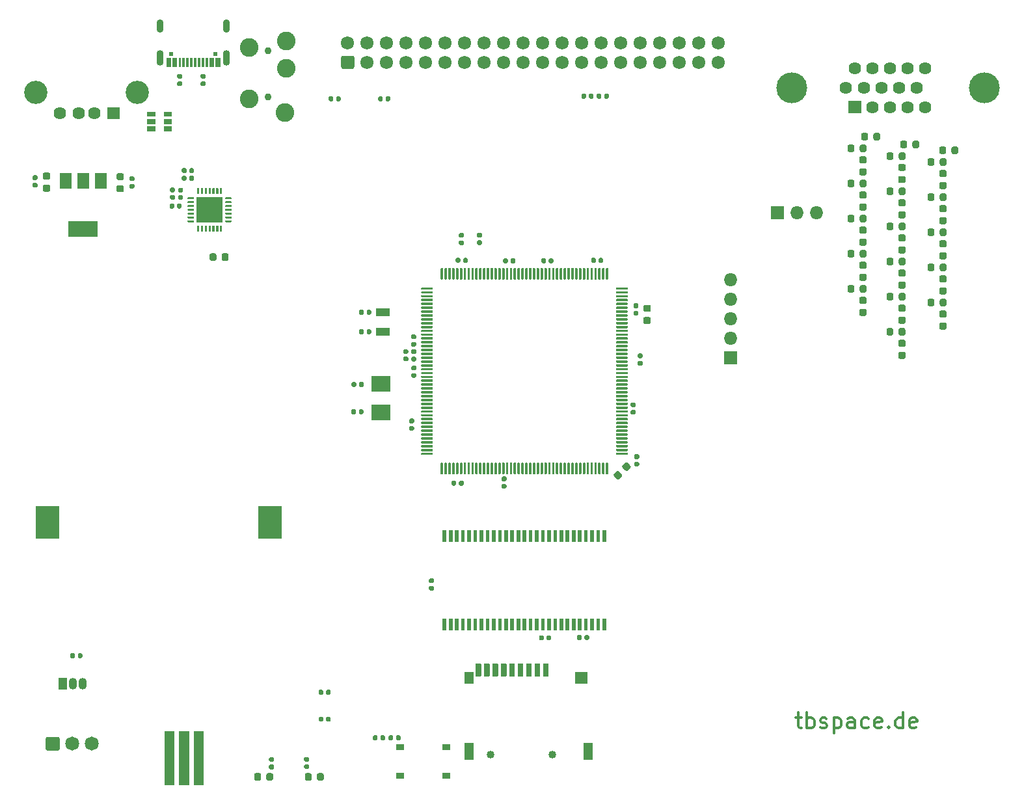
<source format=gts>
%TF.GenerationSoftware,KiCad,Pcbnew,5.1.8*%
%TF.CreationDate,2020-12-29T13:57:53+01:00*%
%TF.ProjectId,CMM2-JLC,434d4d32-2d4a-44c4-932e-6b696361645f,E*%
%TF.SameCoordinates,Original*%
%TF.FileFunction,Soldermask,Top*%
%TF.FilePolarity,Negative*%
%FSLAX46Y46*%
G04 Gerber Fmt 4.6, Leading zero omitted, Abs format (unit mm)*
G04 Created by KiCad (PCBNEW 5.1.8) date 2020-12-29 13:57:53*
%MOMM*%
%LPD*%
G01*
G04 APERTURE LIST*
%ADD10C,0.375000*%
%ADD11C,1.620000*%
%ADD12C,4.020000*%
%ADD13C,0.620000*%
%ADD14O,0.920000X1.720000*%
%ADD15O,0.920000X2.020000*%
%ADD16C,1.720000*%
%ADD17C,1.820000*%
%ADD18O,1.070000X1.520000*%
%ADD19O,1.720000X1.720000*%
%ADD20C,1.020000*%
%ADD21C,3.020000*%
%ADD22C,2.420000*%
%ADD23C,0.920000*%
G04 APERTURE END LIST*
D10*
X121317142Y-112214571D02*
X122091238Y-112214571D01*
X121607428Y-111537238D02*
X121607428Y-113278952D01*
X121704190Y-113472476D01*
X121897714Y-113569238D01*
X122091238Y-113569238D01*
X122768571Y-113569238D02*
X122768571Y-111537238D01*
X122768571Y-112311333D02*
X122962095Y-112214571D01*
X123349142Y-112214571D01*
X123542666Y-112311333D01*
X123639428Y-112408095D01*
X123736190Y-112601619D01*
X123736190Y-113182190D01*
X123639428Y-113375714D01*
X123542666Y-113472476D01*
X123349142Y-113569238D01*
X122962095Y-113569238D01*
X122768571Y-113472476D01*
X124510285Y-113472476D02*
X124703809Y-113569238D01*
X125090857Y-113569238D01*
X125284380Y-113472476D01*
X125381142Y-113278952D01*
X125381142Y-113182190D01*
X125284380Y-112988666D01*
X125090857Y-112891904D01*
X124800571Y-112891904D01*
X124607047Y-112795142D01*
X124510285Y-112601619D01*
X124510285Y-112504857D01*
X124607047Y-112311333D01*
X124800571Y-112214571D01*
X125090857Y-112214571D01*
X125284380Y-112311333D01*
X126252000Y-112214571D02*
X126252000Y-114246571D01*
X126252000Y-112311333D02*
X126445523Y-112214571D01*
X126832571Y-112214571D01*
X127026095Y-112311333D01*
X127122857Y-112408095D01*
X127219619Y-112601619D01*
X127219619Y-113182190D01*
X127122857Y-113375714D01*
X127026095Y-113472476D01*
X126832571Y-113569238D01*
X126445523Y-113569238D01*
X126252000Y-113472476D01*
X128961333Y-113569238D02*
X128961333Y-112504857D01*
X128864571Y-112311333D01*
X128671047Y-112214571D01*
X128284000Y-112214571D01*
X128090476Y-112311333D01*
X128961333Y-113472476D02*
X128767809Y-113569238D01*
X128284000Y-113569238D01*
X128090476Y-113472476D01*
X127993714Y-113278952D01*
X127993714Y-113085428D01*
X128090476Y-112891904D01*
X128284000Y-112795142D01*
X128767809Y-112795142D01*
X128961333Y-112698380D01*
X130799809Y-113472476D02*
X130606285Y-113569238D01*
X130219238Y-113569238D01*
X130025714Y-113472476D01*
X129928952Y-113375714D01*
X129832190Y-113182190D01*
X129832190Y-112601619D01*
X129928952Y-112408095D01*
X130025714Y-112311333D01*
X130219238Y-112214571D01*
X130606285Y-112214571D01*
X130799809Y-112311333D01*
X132444761Y-113472476D02*
X132251238Y-113569238D01*
X131864190Y-113569238D01*
X131670666Y-113472476D01*
X131573904Y-113278952D01*
X131573904Y-112504857D01*
X131670666Y-112311333D01*
X131864190Y-112214571D01*
X132251238Y-112214571D01*
X132444761Y-112311333D01*
X132541523Y-112504857D01*
X132541523Y-112698380D01*
X131573904Y-112891904D01*
X133412380Y-113375714D02*
X133509142Y-113472476D01*
X133412380Y-113569238D01*
X133315619Y-113472476D01*
X133412380Y-113375714D01*
X133412380Y-113569238D01*
X135250857Y-113569238D02*
X135250857Y-111537238D01*
X135250857Y-113472476D02*
X135057333Y-113569238D01*
X134670285Y-113569238D01*
X134476761Y-113472476D01*
X134380000Y-113375714D01*
X134283238Y-113182190D01*
X134283238Y-112601619D01*
X134380000Y-112408095D01*
X134476761Y-112311333D01*
X134670285Y-112214571D01*
X135057333Y-112214571D01*
X135250857Y-112311333D01*
X136992571Y-113472476D02*
X136799047Y-113569238D01*
X136412000Y-113569238D01*
X136218476Y-113472476D01*
X136121714Y-113278952D01*
X136121714Y-112504857D01*
X136218476Y-112311333D01*
X136412000Y-112214571D01*
X136799047Y-112214571D01*
X136992571Y-112311333D01*
X137089333Y-112504857D01*
X137089333Y-112698380D01*
X136121714Y-112891904D01*
%TO.C,J1*%
G36*
G01*
X41055000Y-121000000D02*
X41055000Y-114000000D01*
G75*
G02*
X41065000Y-113990000I10000J0D01*
G01*
X42335000Y-113990000D01*
G75*
G02*
X42345000Y-114000000I0J-10000D01*
G01*
X42345000Y-121000000D01*
G75*
G02*
X42335000Y-121010000I-10000J0D01*
G01*
X41065000Y-121010000D01*
G75*
G02*
X41055000Y-121000000I0J10000D01*
G01*
G37*
G36*
G01*
X39155000Y-121000000D02*
X39155000Y-114000000D01*
G75*
G02*
X39165000Y-113990000I10000J0D01*
G01*
X40435000Y-113990000D01*
G75*
G02*
X40445000Y-114000000I0J-10000D01*
G01*
X40445000Y-121000000D01*
G75*
G02*
X40435000Y-121010000I-10000J0D01*
G01*
X39165000Y-121010000D01*
G75*
G02*
X39155000Y-121000000I0J10000D01*
G01*
G37*
G36*
G01*
X42955000Y-121000000D02*
X42955000Y-114000000D01*
G75*
G02*
X42965000Y-113990000I10000J0D01*
G01*
X44235000Y-113990000D01*
G75*
G02*
X44245000Y-114000000I0J-10000D01*
G01*
X44245000Y-121000000D01*
G75*
G02*
X44235000Y-121010000I-10000J0D01*
G01*
X42965000Y-121010000D01*
G75*
G02*
X42955000Y-121000000I0J10000D01*
G01*
G37*
%TD*%
D11*
%TO.C,J2*%
X132435000Y-30210000D03*
X133580000Y-27670000D03*
X135870000Y-27670000D03*
X138160000Y-27670000D03*
X134725000Y-30210000D03*
D12*
X145815000Y-30210000D03*
X120815000Y-30210000D03*
D11*
X137015000Y-30210000D03*
X129000000Y-27670000D03*
X131290000Y-27670000D03*
X135870000Y-32750000D03*
X133580000Y-32750000D03*
X131290000Y-32750000D03*
X130145000Y-30210000D03*
G36*
G01*
X129810000Y-31950000D02*
X129810000Y-33550000D01*
G75*
G02*
X129800000Y-33560000I-10000J0D01*
G01*
X128200000Y-33560000D01*
G75*
G02*
X128190000Y-33550000I0J10000D01*
G01*
X128190000Y-31950000D01*
G75*
G02*
X128200000Y-31940000I10000J0D01*
G01*
X129800000Y-31940000D01*
G75*
G02*
X129810000Y-31950000I0J-10000D01*
G01*
G37*
X127855000Y-30210000D03*
X138160000Y-32750000D03*
%TD*%
%TO.C,J4*%
G36*
G01*
X40010000Y-26330000D02*
X40010000Y-27490000D01*
G75*
G02*
X40000000Y-27500000I-10000J0D01*
G01*
X39400000Y-27500000D01*
G75*
G02*
X39390000Y-27490000I0J10000D01*
G01*
X39390000Y-26330000D01*
G75*
G02*
X39400000Y-26320000I10000J0D01*
G01*
X40000000Y-26320000D01*
G75*
G02*
X40010000Y-26330000I0J-10000D01*
G01*
G37*
G36*
G01*
X40810000Y-26330000D02*
X40810000Y-27490000D01*
G75*
G02*
X40800000Y-27500000I-10000J0D01*
G01*
X40200000Y-27500000D01*
G75*
G02*
X40190000Y-27490000I0J10000D01*
G01*
X40190000Y-26330000D01*
G75*
G02*
X40200000Y-26320000I10000J0D01*
G01*
X40800000Y-26320000D01*
G75*
G02*
X40810000Y-26330000I0J-10000D01*
G01*
G37*
G36*
G01*
X40010000Y-26330000D02*
X40010000Y-27490000D01*
G75*
G02*
X40000000Y-27500000I-10000J0D01*
G01*
X39400000Y-27500000D01*
G75*
G02*
X39390000Y-27490000I0J10000D01*
G01*
X39390000Y-26330000D01*
G75*
G02*
X39400000Y-26320000I10000J0D01*
G01*
X40000000Y-26320000D01*
G75*
G02*
X40010000Y-26330000I0J-10000D01*
G01*
G37*
G36*
G01*
X40810000Y-26330000D02*
X40810000Y-27490000D01*
G75*
G02*
X40800000Y-27500000I-10000J0D01*
G01*
X40200000Y-27500000D01*
G75*
G02*
X40190000Y-27490000I0J10000D01*
G01*
X40190000Y-26330000D01*
G75*
G02*
X40200000Y-26320000I10000J0D01*
G01*
X40800000Y-26320000D01*
G75*
G02*
X40810000Y-26330000I0J-10000D01*
G01*
G37*
G36*
G01*
X46410000Y-26330000D02*
X46410000Y-27490000D01*
G75*
G02*
X46400000Y-27500000I-10000J0D01*
G01*
X45800000Y-27500000D01*
G75*
G02*
X45790000Y-27490000I0J10000D01*
G01*
X45790000Y-26330000D01*
G75*
G02*
X45800000Y-26320000I10000J0D01*
G01*
X46400000Y-26320000D01*
G75*
G02*
X46410000Y-26330000I0J-10000D01*
G01*
G37*
G36*
G01*
X46410000Y-26330000D02*
X46410000Y-27490000D01*
G75*
G02*
X46400000Y-27500000I-10000J0D01*
G01*
X45800000Y-27500000D01*
G75*
G02*
X45790000Y-27490000I0J10000D01*
G01*
X45790000Y-26330000D01*
G75*
G02*
X45800000Y-26320000I10000J0D01*
G01*
X46400000Y-26320000D01*
G75*
G02*
X46410000Y-26330000I0J-10000D01*
G01*
G37*
G36*
G01*
X45610000Y-26330000D02*
X45610000Y-27490000D01*
G75*
G02*
X45600000Y-27500000I-10000J0D01*
G01*
X45000000Y-27500000D01*
G75*
G02*
X44990000Y-27490000I0J10000D01*
G01*
X44990000Y-26330000D01*
G75*
G02*
X45000000Y-26320000I10000J0D01*
G01*
X45600000Y-26320000D01*
G75*
G02*
X45610000Y-26330000I0J-10000D01*
G01*
G37*
G36*
G01*
X45610000Y-26330000D02*
X45610000Y-27490000D01*
G75*
G02*
X45600000Y-27500000I-10000J0D01*
G01*
X45000000Y-27500000D01*
G75*
G02*
X44990000Y-27490000I0J10000D01*
G01*
X44990000Y-26330000D01*
G75*
G02*
X45000000Y-26320000I10000J0D01*
G01*
X45600000Y-26320000D01*
G75*
G02*
X45610000Y-26330000I0J-10000D01*
G01*
G37*
D13*
X45790000Y-25850000D03*
X40010000Y-25850000D03*
G36*
G01*
X40990000Y-27490000D02*
X40990000Y-26330000D01*
G75*
G02*
X41000000Y-26320000I10000J0D01*
G01*
X41300000Y-26320000D01*
G75*
G02*
X41310000Y-26330000I0J-10000D01*
G01*
X41310000Y-27490000D01*
G75*
G02*
X41300000Y-27500000I-10000J0D01*
G01*
X41000000Y-27500000D01*
G75*
G02*
X40990000Y-27490000I0J10000D01*
G01*
G37*
G36*
G01*
X41990000Y-27490000D02*
X41990000Y-26330000D01*
G75*
G02*
X42000000Y-26320000I10000J0D01*
G01*
X42300000Y-26320000D01*
G75*
G02*
X42310000Y-26330000I0J-10000D01*
G01*
X42310000Y-27490000D01*
G75*
G02*
X42300000Y-27500000I-10000J0D01*
G01*
X42000000Y-27500000D01*
G75*
G02*
X41990000Y-27490000I0J10000D01*
G01*
G37*
G36*
G01*
X41490000Y-27490000D02*
X41490000Y-26330000D01*
G75*
G02*
X41500000Y-26320000I10000J0D01*
G01*
X41800000Y-26320000D01*
G75*
G02*
X41810000Y-26330000I0J-10000D01*
G01*
X41810000Y-27490000D01*
G75*
G02*
X41800000Y-27500000I-10000J0D01*
G01*
X41500000Y-27500000D01*
G75*
G02*
X41490000Y-27490000I0J10000D01*
G01*
G37*
G36*
G01*
X43990000Y-27490000D02*
X43990000Y-26330000D01*
G75*
G02*
X44000000Y-26320000I10000J0D01*
G01*
X44300000Y-26320000D01*
G75*
G02*
X44310000Y-26330000I0J-10000D01*
G01*
X44310000Y-27490000D01*
G75*
G02*
X44300000Y-27500000I-10000J0D01*
G01*
X44000000Y-27500000D01*
G75*
G02*
X43990000Y-27490000I0J10000D01*
G01*
G37*
G36*
G01*
X44490000Y-27490000D02*
X44490000Y-26330000D01*
G75*
G02*
X44500000Y-26320000I10000J0D01*
G01*
X44800000Y-26320000D01*
G75*
G02*
X44810000Y-26330000I0J-10000D01*
G01*
X44810000Y-27490000D01*
G75*
G02*
X44800000Y-27500000I-10000J0D01*
G01*
X44500000Y-27500000D01*
G75*
G02*
X44490000Y-27490000I0J10000D01*
G01*
G37*
G36*
G01*
X42490000Y-27490000D02*
X42490000Y-26330000D01*
G75*
G02*
X42500000Y-26320000I10000J0D01*
G01*
X42800000Y-26320000D01*
G75*
G02*
X42810000Y-26330000I0J-10000D01*
G01*
X42810000Y-27490000D01*
G75*
G02*
X42800000Y-27500000I-10000J0D01*
G01*
X42500000Y-27500000D01*
G75*
G02*
X42490000Y-27490000I0J10000D01*
G01*
G37*
G36*
G01*
X42990000Y-27490000D02*
X42990000Y-26330000D01*
G75*
G02*
X43000000Y-26320000I10000J0D01*
G01*
X43300000Y-26320000D01*
G75*
G02*
X43310000Y-26330000I0J-10000D01*
G01*
X43310000Y-27490000D01*
G75*
G02*
X43300000Y-27500000I-10000J0D01*
G01*
X43000000Y-27500000D01*
G75*
G02*
X42990000Y-27490000I0J10000D01*
G01*
G37*
G36*
G01*
X43490000Y-27490000D02*
X43490000Y-26330000D01*
G75*
G02*
X43500000Y-26320000I10000J0D01*
G01*
X43800000Y-26320000D01*
G75*
G02*
X43810000Y-26330000I0J-10000D01*
G01*
X43810000Y-27490000D01*
G75*
G02*
X43800000Y-27500000I-10000J0D01*
G01*
X43500000Y-27500000D01*
G75*
G02*
X43490000Y-27490000I0J10000D01*
G01*
G37*
D14*
X38580000Y-22160000D03*
X47220000Y-22160000D03*
D15*
X38580000Y-26330000D03*
X47220000Y-26330000D03*
%TD*%
D16*
%TO.C,J3*%
X111260000Y-24360000D03*
X108720000Y-24360000D03*
X106180000Y-24360000D03*
X103640000Y-24360000D03*
X101100000Y-24360000D03*
X98560000Y-24360000D03*
X96020000Y-24360000D03*
X93480000Y-24360000D03*
X90940000Y-24360000D03*
X88400000Y-24360000D03*
X85860000Y-24360000D03*
X83320000Y-24360000D03*
X80780000Y-24360000D03*
X78240000Y-24360000D03*
X75700000Y-24360000D03*
X73160000Y-24360000D03*
X70620000Y-24360000D03*
X68080000Y-24360000D03*
X65540000Y-24360000D03*
X63000000Y-24360000D03*
X111260000Y-26900000D03*
X108720000Y-26900000D03*
X106180000Y-26900000D03*
X103640000Y-26900000D03*
X101100000Y-26900000D03*
X98560000Y-26900000D03*
X96020000Y-26900000D03*
X93480000Y-26900000D03*
X90940000Y-26900000D03*
X88400000Y-26900000D03*
X85860000Y-26900000D03*
X83320000Y-26900000D03*
X80780000Y-26900000D03*
X78240000Y-26900000D03*
X75700000Y-26900000D03*
X73160000Y-26900000D03*
X70620000Y-26900000D03*
X68080000Y-26900000D03*
X65540000Y-26900000D03*
G36*
G01*
X63607059Y-27760000D02*
X62392941Y-27760000D01*
G75*
G02*
X62140000Y-27507059I0J252941D01*
G01*
X62140000Y-26292941D01*
G75*
G02*
X62392941Y-26040000I252941J0D01*
G01*
X63607059Y-26040000D01*
G75*
G02*
X63860000Y-26292941I0J-252941D01*
G01*
X63860000Y-27507059D01*
G75*
G02*
X63607059Y-27760000I-252941J0D01*
G01*
G37*
%TD*%
%TO.C,C37*%
G36*
G01*
X95643500Y-52869800D02*
X95643500Y-52514800D01*
G75*
G02*
X95796000Y-52362300I152500J0D01*
G01*
X96101000Y-52362300D01*
G75*
G02*
X96253500Y-52514800I0J-152500D01*
G01*
X96253500Y-52869800D01*
G75*
G02*
X96101000Y-53022300I-152500J0D01*
G01*
X95796000Y-53022300D01*
G75*
G02*
X95643500Y-52869800I0J152500D01*
G01*
G37*
G36*
G01*
X94673500Y-52869800D02*
X94673500Y-52514800D01*
G75*
G02*
X94826000Y-52362300I152500J0D01*
G01*
X95131000Y-52362300D01*
G75*
G02*
X95283500Y-52514800I0J-152500D01*
G01*
X95283500Y-52869800D01*
G75*
G02*
X95131000Y-53022300I-152500J0D01*
G01*
X94826000Y-53022300D01*
G75*
G02*
X94673500Y-52869800I0J152500D01*
G01*
G37*
%TD*%
%TO.C,C36*%
G36*
G01*
X71780100Y-66990300D02*
X71425100Y-66990300D01*
G75*
G02*
X71272600Y-66837800I0J152500D01*
G01*
X71272600Y-66532800D01*
G75*
G02*
X71425100Y-66380300I152500J0D01*
G01*
X71780100Y-66380300D01*
G75*
G02*
X71932600Y-66532800I0J-152500D01*
G01*
X71932600Y-66837800D01*
G75*
G02*
X71780100Y-66990300I-152500J0D01*
G01*
G37*
G36*
G01*
X71780100Y-67960300D02*
X71425100Y-67960300D01*
G75*
G02*
X71272600Y-67807800I0J152500D01*
G01*
X71272600Y-67502800D01*
G75*
G02*
X71425100Y-67350300I152500J0D01*
G01*
X71780100Y-67350300D01*
G75*
G02*
X71932600Y-67502800I0J-152500D01*
G01*
X71932600Y-67807800D01*
G75*
G02*
X71780100Y-67960300I-152500J0D01*
G01*
G37*
%TD*%
%TO.C,C35*%
G36*
G01*
X99974700Y-72140600D02*
X100329700Y-72140600D01*
G75*
G02*
X100482200Y-72293100I0J-152500D01*
G01*
X100482200Y-72598100D01*
G75*
G02*
X100329700Y-72750600I-152500J0D01*
G01*
X99974700Y-72750600D01*
G75*
G02*
X99822200Y-72598100I0J152500D01*
G01*
X99822200Y-72293100D01*
G75*
G02*
X99974700Y-72140600I152500J0D01*
G01*
G37*
G36*
G01*
X99974700Y-71170600D02*
X100329700Y-71170600D01*
G75*
G02*
X100482200Y-71323100I0J-152500D01*
G01*
X100482200Y-71628100D01*
G75*
G02*
X100329700Y-71780600I-152500J0D01*
G01*
X99974700Y-71780600D01*
G75*
G02*
X99822200Y-71628100I0J152500D01*
G01*
X99822200Y-71323100D01*
G75*
G02*
X99974700Y-71170600I152500J0D01*
G01*
G37*
%TD*%
%TO.C,C34*%
G36*
G01*
X78018300Y-52857100D02*
X78018300Y-52502100D01*
G75*
G02*
X78170800Y-52349600I152500J0D01*
G01*
X78475800Y-52349600D01*
G75*
G02*
X78628300Y-52502100I0J-152500D01*
G01*
X78628300Y-52857100D01*
G75*
G02*
X78475800Y-53009600I-152500J0D01*
G01*
X78170800Y-53009600D01*
G75*
G02*
X78018300Y-52857100I0J152500D01*
G01*
G37*
G36*
G01*
X77048300Y-52857100D02*
X77048300Y-52502100D01*
G75*
G02*
X77200800Y-52349600I152500J0D01*
G01*
X77505800Y-52349600D01*
G75*
G02*
X77658300Y-52502100I0J-152500D01*
G01*
X77658300Y-52857100D01*
G75*
G02*
X77505800Y-53009600I-152500J0D01*
G01*
X77200800Y-53009600D01*
G75*
G02*
X77048300Y-52857100I0J152500D01*
G01*
G37*
%TD*%
%TO.C,C33*%
G36*
G01*
X100431900Y-78894600D02*
X100786900Y-78894600D01*
G75*
G02*
X100939400Y-79047100I0J-152500D01*
G01*
X100939400Y-79352100D01*
G75*
G02*
X100786900Y-79504600I-152500J0D01*
G01*
X100431900Y-79504600D01*
G75*
G02*
X100279400Y-79352100I0J152500D01*
G01*
X100279400Y-79047100D01*
G75*
G02*
X100431900Y-78894600I152500J0D01*
G01*
G37*
G36*
G01*
X100431900Y-77924600D02*
X100786900Y-77924600D01*
G75*
G02*
X100939400Y-78077100I0J-152500D01*
G01*
X100939400Y-78382100D01*
G75*
G02*
X100786900Y-78534600I-152500J0D01*
G01*
X100431900Y-78534600D01*
G75*
G02*
X100279400Y-78382100I0J152500D01*
G01*
X100279400Y-78077100D01*
G75*
G02*
X100431900Y-77924600I152500J0D01*
G01*
G37*
%TD*%
%TO.C,C32*%
G36*
G01*
X84203200Y-52920600D02*
X84203200Y-52565600D01*
G75*
G02*
X84355700Y-52413100I152500J0D01*
G01*
X84660700Y-52413100D01*
G75*
G02*
X84813200Y-52565600I0J-152500D01*
G01*
X84813200Y-52920600D01*
G75*
G02*
X84660700Y-53073100I-152500J0D01*
G01*
X84355700Y-53073100D01*
G75*
G02*
X84203200Y-52920600I0J152500D01*
G01*
G37*
G36*
G01*
X83233200Y-52920600D02*
X83233200Y-52565600D01*
G75*
G02*
X83385700Y-52413100I152500J0D01*
G01*
X83690700Y-52413100D01*
G75*
G02*
X83843200Y-52565600I0J-152500D01*
G01*
X83843200Y-52920600D01*
G75*
G02*
X83690700Y-53073100I-152500J0D01*
G01*
X83385700Y-53073100D01*
G75*
G02*
X83233200Y-52920600I0J152500D01*
G01*
G37*
%TD*%
%TO.C,C30*%
G36*
G01*
X77472200Y-81851200D02*
X77472200Y-81496200D01*
G75*
G02*
X77624700Y-81343700I152500J0D01*
G01*
X77929700Y-81343700D01*
G75*
G02*
X78082200Y-81496200I0J-152500D01*
G01*
X78082200Y-81851200D01*
G75*
G02*
X77929700Y-82003700I-152500J0D01*
G01*
X77624700Y-82003700D01*
G75*
G02*
X77472200Y-81851200I0J152500D01*
G01*
G37*
G36*
G01*
X76502200Y-81851200D02*
X76502200Y-81496200D01*
G75*
G02*
X76654700Y-81343700I152500J0D01*
G01*
X76959700Y-81343700D01*
G75*
G02*
X77112200Y-81496200I0J-152500D01*
G01*
X77112200Y-81851200D01*
G75*
G02*
X76959700Y-82003700I-152500J0D01*
G01*
X76654700Y-82003700D01*
G75*
G02*
X76502200Y-81851200I0J152500D01*
G01*
G37*
%TD*%
%TO.C,C29*%
G36*
G01*
X100876400Y-65762800D02*
X101231400Y-65762800D01*
G75*
G02*
X101383900Y-65915300I0J-152500D01*
G01*
X101383900Y-66220300D01*
G75*
G02*
X101231400Y-66372800I-152500J0D01*
G01*
X100876400Y-66372800D01*
G75*
G02*
X100723900Y-66220300I0J152500D01*
G01*
X100723900Y-65915300D01*
G75*
G02*
X100876400Y-65762800I152500J0D01*
G01*
G37*
G36*
G01*
X100876400Y-64792800D02*
X101231400Y-64792800D01*
G75*
G02*
X101383900Y-64945300I0J-152500D01*
G01*
X101383900Y-65250300D01*
G75*
G02*
X101231400Y-65402800I-152500J0D01*
G01*
X100876400Y-65402800D01*
G75*
G02*
X100723900Y-65250300I0J152500D01*
G01*
X100723900Y-64945300D01*
G75*
G02*
X100876400Y-64792800I152500J0D01*
G01*
G37*
%TD*%
%TO.C,C28*%
G36*
G01*
X83514900Y-81419900D02*
X83159900Y-81419900D01*
G75*
G02*
X83007400Y-81267400I0J152500D01*
G01*
X83007400Y-80962400D01*
G75*
G02*
X83159900Y-80809900I152500J0D01*
G01*
X83514900Y-80809900D01*
G75*
G02*
X83667400Y-80962400I0J-152500D01*
G01*
X83667400Y-81267400D01*
G75*
G02*
X83514900Y-81419900I-152500J0D01*
G01*
G37*
G36*
G01*
X83514900Y-82389900D02*
X83159900Y-82389900D01*
G75*
G02*
X83007400Y-82237400I0J152500D01*
G01*
X83007400Y-81932400D01*
G75*
G02*
X83159900Y-81779900I152500J0D01*
G01*
X83514900Y-81779900D01*
G75*
G02*
X83667400Y-81932400I0J-152500D01*
G01*
X83667400Y-82237400D01*
G75*
G02*
X83514900Y-82389900I-152500J0D01*
G01*
G37*
%TD*%
%TO.C,C27*%
G36*
G01*
X71133000Y-74246400D02*
X71488000Y-74246400D01*
G75*
G02*
X71640500Y-74398900I0J-152500D01*
G01*
X71640500Y-74703900D01*
G75*
G02*
X71488000Y-74856400I-152500J0D01*
G01*
X71133000Y-74856400D01*
G75*
G02*
X70980500Y-74703900I0J152500D01*
G01*
X70980500Y-74398900D01*
G75*
G02*
X71133000Y-74246400I152500J0D01*
G01*
G37*
G36*
G01*
X71133000Y-73276400D02*
X71488000Y-73276400D01*
G75*
G02*
X71640500Y-73428900I0J-152500D01*
G01*
X71640500Y-73733900D01*
G75*
G02*
X71488000Y-73886400I-152500J0D01*
G01*
X71133000Y-73886400D01*
G75*
G02*
X70980500Y-73733900I0J152500D01*
G01*
X70980500Y-73428900D01*
G75*
G02*
X71133000Y-73276400I152500J0D01*
G01*
G37*
%TD*%
%TO.C,C26*%
G36*
G01*
X100330300Y-59260400D02*
X100685300Y-59260400D01*
G75*
G02*
X100837800Y-59412900I0J-152500D01*
G01*
X100837800Y-59717900D01*
G75*
G02*
X100685300Y-59870400I-152500J0D01*
G01*
X100330300Y-59870400D01*
G75*
G02*
X100177800Y-59717900I0J152500D01*
G01*
X100177800Y-59412900D01*
G75*
G02*
X100330300Y-59260400I152500J0D01*
G01*
G37*
G36*
G01*
X100330300Y-58290400D02*
X100685300Y-58290400D01*
G75*
G02*
X100837800Y-58442900I0J-152500D01*
G01*
X100837800Y-58747900D01*
G75*
G02*
X100685300Y-58900400I-152500J0D01*
G01*
X100330300Y-58900400D01*
G75*
G02*
X100177800Y-58747900I0J152500D01*
G01*
X100177800Y-58442900D01*
G75*
G02*
X100330300Y-58290400I152500J0D01*
G01*
G37*
%TD*%
%TO.C,C25*%
G36*
G01*
X71754700Y-62939000D02*
X71399700Y-62939000D01*
G75*
G02*
X71247200Y-62786500I0J152500D01*
G01*
X71247200Y-62481500D01*
G75*
G02*
X71399700Y-62329000I152500J0D01*
G01*
X71754700Y-62329000D01*
G75*
G02*
X71907200Y-62481500I0J-152500D01*
G01*
X71907200Y-62786500D01*
G75*
G02*
X71754700Y-62939000I-152500J0D01*
G01*
G37*
G36*
G01*
X71754700Y-63909000D02*
X71399700Y-63909000D01*
G75*
G02*
X71247200Y-63756500I0J152500D01*
G01*
X71247200Y-63451500D01*
G75*
G02*
X71399700Y-63299000I152500J0D01*
G01*
X71754700Y-63299000D01*
G75*
G02*
X71907200Y-63451500I0J-152500D01*
G01*
X71907200Y-63756500D01*
G75*
G02*
X71754700Y-63909000I-152500J0D01*
G01*
G37*
%TD*%
%TO.C,C24*%
G36*
G01*
X89156200Y-52907900D02*
X89156200Y-52552900D01*
G75*
G02*
X89308700Y-52400400I152500J0D01*
G01*
X89613700Y-52400400D01*
G75*
G02*
X89766200Y-52552900I0J-152500D01*
G01*
X89766200Y-52907900D01*
G75*
G02*
X89613700Y-53060400I-152500J0D01*
G01*
X89308700Y-53060400D01*
G75*
G02*
X89156200Y-52907900I0J152500D01*
G01*
G37*
G36*
G01*
X88186200Y-52907900D02*
X88186200Y-52552900D01*
G75*
G02*
X88338700Y-52400400I152500J0D01*
G01*
X88643700Y-52400400D01*
G75*
G02*
X88796200Y-52552900I0J-152500D01*
G01*
X88796200Y-52907900D01*
G75*
G02*
X88643700Y-53060400I-152500J0D01*
G01*
X88338700Y-53060400D01*
G75*
G02*
X88186200Y-52907900I0J152500D01*
G01*
G37*
%TD*%
%TO.C,BT1*%
G36*
G01*
X51390000Y-88900000D02*
X51390000Y-84700000D01*
G75*
G02*
X51400000Y-84690000I10000J0D01*
G01*
X54400000Y-84690000D01*
G75*
G02*
X54410000Y-84700000I0J-10000D01*
G01*
X54410000Y-88900000D01*
G75*
G02*
X54400000Y-88910000I-10000J0D01*
G01*
X51400000Y-88910000D01*
G75*
G02*
X51390000Y-88900000I0J10000D01*
G01*
G37*
G36*
G01*
X25410000Y-84700000D02*
X25410000Y-88900000D01*
G75*
G02*
X25400000Y-88910000I-10000J0D01*
G01*
X22400000Y-88910000D01*
G75*
G02*
X22390000Y-88900000I0J10000D01*
G01*
X22390000Y-84700000D01*
G75*
G02*
X22400000Y-84690000I10000J0D01*
G01*
X25400000Y-84690000D01*
G75*
G02*
X25410000Y-84700000I0J-10000D01*
G01*
G37*
%TD*%
%TO.C,U2*%
G36*
G01*
X96171000Y-99285000D02*
X96629000Y-99285000D01*
G75*
G02*
X96639000Y-99295000I0J-10000D01*
G01*
X96639000Y-100805000D01*
G75*
G02*
X96629000Y-100815000I-10000J0D01*
G01*
X96171000Y-100815000D01*
G75*
G02*
X96161000Y-100805000I0J10000D01*
G01*
X96161000Y-99295000D01*
G75*
G02*
X96171000Y-99285000I10000J0D01*
G01*
G37*
G36*
G01*
X95371000Y-99285000D02*
X95829000Y-99285000D01*
G75*
G02*
X95839000Y-99295000I0J-10000D01*
G01*
X95839000Y-100805000D01*
G75*
G02*
X95829000Y-100815000I-10000J0D01*
G01*
X95371000Y-100815000D01*
G75*
G02*
X95361000Y-100805000I0J10000D01*
G01*
X95361000Y-99295000D01*
G75*
G02*
X95371000Y-99285000I10000J0D01*
G01*
G37*
G36*
G01*
X94571000Y-99285000D02*
X95029000Y-99285000D01*
G75*
G02*
X95039000Y-99295000I0J-10000D01*
G01*
X95039000Y-100805000D01*
G75*
G02*
X95029000Y-100815000I-10000J0D01*
G01*
X94571000Y-100815000D01*
G75*
G02*
X94561000Y-100805000I0J10000D01*
G01*
X94561000Y-99295000D01*
G75*
G02*
X94571000Y-99285000I10000J0D01*
G01*
G37*
G36*
G01*
X93771000Y-99285000D02*
X94229000Y-99285000D01*
G75*
G02*
X94239000Y-99295000I0J-10000D01*
G01*
X94239000Y-100805000D01*
G75*
G02*
X94229000Y-100815000I-10000J0D01*
G01*
X93771000Y-100815000D01*
G75*
G02*
X93761000Y-100805000I0J10000D01*
G01*
X93761000Y-99295000D01*
G75*
G02*
X93771000Y-99285000I10000J0D01*
G01*
G37*
G36*
G01*
X92971000Y-99285000D02*
X93429000Y-99285000D01*
G75*
G02*
X93439000Y-99295000I0J-10000D01*
G01*
X93439000Y-100805000D01*
G75*
G02*
X93429000Y-100815000I-10000J0D01*
G01*
X92971000Y-100815000D01*
G75*
G02*
X92961000Y-100805000I0J10000D01*
G01*
X92961000Y-99295000D01*
G75*
G02*
X92971000Y-99285000I10000J0D01*
G01*
G37*
G36*
G01*
X92171000Y-99285000D02*
X92629000Y-99285000D01*
G75*
G02*
X92639000Y-99295000I0J-10000D01*
G01*
X92639000Y-100805000D01*
G75*
G02*
X92629000Y-100815000I-10000J0D01*
G01*
X92171000Y-100815000D01*
G75*
G02*
X92161000Y-100805000I0J10000D01*
G01*
X92161000Y-99295000D01*
G75*
G02*
X92171000Y-99285000I10000J0D01*
G01*
G37*
G36*
G01*
X91371000Y-99285000D02*
X91829000Y-99285000D01*
G75*
G02*
X91839000Y-99295000I0J-10000D01*
G01*
X91839000Y-100805000D01*
G75*
G02*
X91829000Y-100815000I-10000J0D01*
G01*
X91371000Y-100815000D01*
G75*
G02*
X91361000Y-100805000I0J10000D01*
G01*
X91361000Y-99295000D01*
G75*
G02*
X91371000Y-99285000I10000J0D01*
G01*
G37*
G36*
G01*
X90571000Y-99285000D02*
X91029000Y-99285000D01*
G75*
G02*
X91039000Y-99295000I0J-10000D01*
G01*
X91039000Y-100805000D01*
G75*
G02*
X91029000Y-100815000I-10000J0D01*
G01*
X90571000Y-100815000D01*
G75*
G02*
X90561000Y-100805000I0J10000D01*
G01*
X90561000Y-99295000D01*
G75*
G02*
X90571000Y-99285000I10000J0D01*
G01*
G37*
G36*
G01*
X89771000Y-99285000D02*
X90229000Y-99285000D01*
G75*
G02*
X90239000Y-99295000I0J-10000D01*
G01*
X90239000Y-100805000D01*
G75*
G02*
X90229000Y-100815000I-10000J0D01*
G01*
X89771000Y-100815000D01*
G75*
G02*
X89761000Y-100805000I0J10000D01*
G01*
X89761000Y-99295000D01*
G75*
G02*
X89771000Y-99285000I10000J0D01*
G01*
G37*
G36*
G01*
X88971000Y-99285000D02*
X89429000Y-99285000D01*
G75*
G02*
X89439000Y-99295000I0J-10000D01*
G01*
X89439000Y-100805000D01*
G75*
G02*
X89429000Y-100815000I-10000J0D01*
G01*
X88971000Y-100815000D01*
G75*
G02*
X88961000Y-100805000I0J10000D01*
G01*
X88961000Y-99295000D01*
G75*
G02*
X88971000Y-99285000I10000J0D01*
G01*
G37*
G36*
G01*
X88171000Y-99285000D02*
X88629000Y-99285000D01*
G75*
G02*
X88639000Y-99295000I0J-10000D01*
G01*
X88639000Y-100805000D01*
G75*
G02*
X88629000Y-100815000I-10000J0D01*
G01*
X88171000Y-100815000D01*
G75*
G02*
X88161000Y-100805000I0J10000D01*
G01*
X88161000Y-99295000D01*
G75*
G02*
X88171000Y-99285000I10000J0D01*
G01*
G37*
G36*
G01*
X87371000Y-99285000D02*
X87829000Y-99285000D01*
G75*
G02*
X87839000Y-99295000I0J-10000D01*
G01*
X87839000Y-100805000D01*
G75*
G02*
X87829000Y-100815000I-10000J0D01*
G01*
X87371000Y-100815000D01*
G75*
G02*
X87361000Y-100805000I0J10000D01*
G01*
X87361000Y-99295000D01*
G75*
G02*
X87371000Y-99285000I10000J0D01*
G01*
G37*
G36*
G01*
X86571000Y-99285000D02*
X87029000Y-99285000D01*
G75*
G02*
X87039000Y-99295000I0J-10000D01*
G01*
X87039000Y-100805000D01*
G75*
G02*
X87029000Y-100815000I-10000J0D01*
G01*
X86571000Y-100815000D01*
G75*
G02*
X86561000Y-100805000I0J10000D01*
G01*
X86561000Y-99295000D01*
G75*
G02*
X86571000Y-99285000I10000J0D01*
G01*
G37*
G36*
G01*
X85771000Y-99285000D02*
X86229000Y-99285000D01*
G75*
G02*
X86239000Y-99295000I0J-10000D01*
G01*
X86239000Y-100805000D01*
G75*
G02*
X86229000Y-100815000I-10000J0D01*
G01*
X85771000Y-100815000D01*
G75*
G02*
X85761000Y-100805000I0J10000D01*
G01*
X85761000Y-99295000D01*
G75*
G02*
X85771000Y-99285000I10000J0D01*
G01*
G37*
G36*
G01*
X84971000Y-99285000D02*
X85429000Y-99285000D01*
G75*
G02*
X85439000Y-99295000I0J-10000D01*
G01*
X85439000Y-100805000D01*
G75*
G02*
X85429000Y-100815000I-10000J0D01*
G01*
X84971000Y-100815000D01*
G75*
G02*
X84961000Y-100805000I0J10000D01*
G01*
X84961000Y-99295000D01*
G75*
G02*
X84971000Y-99285000I10000J0D01*
G01*
G37*
G36*
G01*
X84171000Y-99285000D02*
X84629000Y-99285000D01*
G75*
G02*
X84639000Y-99295000I0J-10000D01*
G01*
X84639000Y-100805000D01*
G75*
G02*
X84629000Y-100815000I-10000J0D01*
G01*
X84171000Y-100815000D01*
G75*
G02*
X84161000Y-100805000I0J10000D01*
G01*
X84161000Y-99295000D01*
G75*
G02*
X84171000Y-99285000I10000J0D01*
G01*
G37*
G36*
G01*
X83371000Y-99285000D02*
X83829000Y-99285000D01*
G75*
G02*
X83839000Y-99295000I0J-10000D01*
G01*
X83839000Y-100805000D01*
G75*
G02*
X83829000Y-100815000I-10000J0D01*
G01*
X83371000Y-100815000D01*
G75*
G02*
X83361000Y-100805000I0J10000D01*
G01*
X83361000Y-99295000D01*
G75*
G02*
X83371000Y-99285000I10000J0D01*
G01*
G37*
G36*
G01*
X82571000Y-99285000D02*
X83029000Y-99285000D01*
G75*
G02*
X83039000Y-99295000I0J-10000D01*
G01*
X83039000Y-100805000D01*
G75*
G02*
X83029000Y-100815000I-10000J0D01*
G01*
X82571000Y-100815000D01*
G75*
G02*
X82561000Y-100805000I0J10000D01*
G01*
X82561000Y-99295000D01*
G75*
G02*
X82571000Y-99285000I10000J0D01*
G01*
G37*
G36*
G01*
X81771000Y-99285000D02*
X82229000Y-99285000D01*
G75*
G02*
X82239000Y-99295000I0J-10000D01*
G01*
X82239000Y-100805000D01*
G75*
G02*
X82229000Y-100815000I-10000J0D01*
G01*
X81771000Y-100815000D01*
G75*
G02*
X81761000Y-100805000I0J10000D01*
G01*
X81761000Y-99295000D01*
G75*
G02*
X81771000Y-99285000I10000J0D01*
G01*
G37*
G36*
G01*
X80971000Y-99285000D02*
X81429000Y-99285000D01*
G75*
G02*
X81439000Y-99295000I0J-10000D01*
G01*
X81439000Y-100805000D01*
G75*
G02*
X81429000Y-100815000I-10000J0D01*
G01*
X80971000Y-100815000D01*
G75*
G02*
X80961000Y-100805000I0J10000D01*
G01*
X80961000Y-99295000D01*
G75*
G02*
X80971000Y-99285000I10000J0D01*
G01*
G37*
G36*
G01*
X80171000Y-99285000D02*
X80629000Y-99285000D01*
G75*
G02*
X80639000Y-99295000I0J-10000D01*
G01*
X80639000Y-100805000D01*
G75*
G02*
X80629000Y-100815000I-10000J0D01*
G01*
X80171000Y-100815000D01*
G75*
G02*
X80161000Y-100805000I0J10000D01*
G01*
X80161000Y-99295000D01*
G75*
G02*
X80171000Y-99285000I10000J0D01*
G01*
G37*
G36*
G01*
X79371000Y-99285000D02*
X79829000Y-99285000D01*
G75*
G02*
X79839000Y-99295000I0J-10000D01*
G01*
X79839000Y-100805000D01*
G75*
G02*
X79829000Y-100815000I-10000J0D01*
G01*
X79371000Y-100815000D01*
G75*
G02*
X79361000Y-100805000I0J10000D01*
G01*
X79361000Y-99295000D01*
G75*
G02*
X79371000Y-99285000I10000J0D01*
G01*
G37*
G36*
G01*
X78571000Y-99285000D02*
X79029000Y-99285000D01*
G75*
G02*
X79039000Y-99295000I0J-10000D01*
G01*
X79039000Y-100805000D01*
G75*
G02*
X79029000Y-100815000I-10000J0D01*
G01*
X78571000Y-100815000D01*
G75*
G02*
X78561000Y-100805000I0J10000D01*
G01*
X78561000Y-99295000D01*
G75*
G02*
X78571000Y-99285000I10000J0D01*
G01*
G37*
G36*
G01*
X77771000Y-99285000D02*
X78229000Y-99285000D01*
G75*
G02*
X78239000Y-99295000I0J-10000D01*
G01*
X78239000Y-100805000D01*
G75*
G02*
X78229000Y-100815000I-10000J0D01*
G01*
X77771000Y-100815000D01*
G75*
G02*
X77761000Y-100805000I0J10000D01*
G01*
X77761000Y-99295000D01*
G75*
G02*
X77771000Y-99285000I10000J0D01*
G01*
G37*
G36*
G01*
X76971000Y-99285000D02*
X77429000Y-99285000D01*
G75*
G02*
X77439000Y-99295000I0J-10000D01*
G01*
X77439000Y-100805000D01*
G75*
G02*
X77429000Y-100815000I-10000J0D01*
G01*
X76971000Y-100815000D01*
G75*
G02*
X76961000Y-100805000I0J10000D01*
G01*
X76961000Y-99295000D01*
G75*
G02*
X76971000Y-99285000I10000J0D01*
G01*
G37*
G36*
G01*
X76171000Y-99285000D02*
X76629000Y-99285000D01*
G75*
G02*
X76639000Y-99295000I0J-10000D01*
G01*
X76639000Y-100805000D01*
G75*
G02*
X76629000Y-100815000I-10000J0D01*
G01*
X76171000Y-100815000D01*
G75*
G02*
X76161000Y-100805000I0J10000D01*
G01*
X76161000Y-99295000D01*
G75*
G02*
X76171000Y-99285000I10000J0D01*
G01*
G37*
G36*
G01*
X75371000Y-99285000D02*
X75829000Y-99285000D01*
G75*
G02*
X75839000Y-99295000I0J-10000D01*
G01*
X75839000Y-100805000D01*
G75*
G02*
X75829000Y-100815000I-10000J0D01*
G01*
X75371000Y-100815000D01*
G75*
G02*
X75361000Y-100805000I0J10000D01*
G01*
X75361000Y-99295000D01*
G75*
G02*
X75371000Y-99285000I10000J0D01*
G01*
G37*
G36*
G01*
X75371000Y-87785000D02*
X75829000Y-87785000D01*
G75*
G02*
X75839000Y-87795000I0J-10000D01*
G01*
X75839000Y-89305000D01*
G75*
G02*
X75829000Y-89315000I-10000J0D01*
G01*
X75371000Y-89315000D01*
G75*
G02*
X75361000Y-89305000I0J10000D01*
G01*
X75361000Y-87795000D01*
G75*
G02*
X75371000Y-87785000I10000J0D01*
G01*
G37*
G36*
G01*
X76171000Y-87785000D02*
X76629000Y-87785000D01*
G75*
G02*
X76639000Y-87795000I0J-10000D01*
G01*
X76639000Y-89305000D01*
G75*
G02*
X76629000Y-89315000I-10000J0D01*
G01*
X76171000Y-89315000D01*
G75*
G02*
X76161000Y-89305000I0J10000D01*
G01*
X76161000Y-87795000D01*
G75*
G02*
X76171000Y-87785000I10000J0D01*
G01*
G37*
G36*
G01*
X76971000Y-87785000D02*
X77429000Y-87785000D01*
G75*
G02*
X77439000Y-87795000I0J-10000D01*
G01*
X77439000Y-89305000D01*
G75*
G02*
X77429000Y-89315000I-10000J0D01*
G01*
X76971000Y-89315000D01*
G75*
G02*
X76961000Y-89305000I0J10000D01*
G01*
X76961000Y-87795000D01*
G75*
G02*
X76971000Y-87785000I10000J0D01*
G01*
G37*
G36*
G01*
X77771000Y-87785000D02*
X78229000Y-87785000D01*
G75*
G02*
X78239000Y-87795000I0J-10000D01*
G01*
X78239000Y-89305000D01*
G75*
G02*
X78229000Y-89315000I-10000J0D01*
G01*
X77771000Y-89315000D01*
G75*
G02*
X77761000Y-89305000I0J10000D01*
G01*
X77761000Y-87795000D01*
G75*
G02*
X77771000Y-87785000I10000J0D01*
G01*
G37*
G36*
G01*
X78571000Y-87785000D02*
X79029000Y-87785000D01*
G75*
G02*
X79039000Y-87795000I0J-10000D01*
G01*
X79039000Y-89305000D01*
G75*
G02*
X79029000Y-89315000I-10000J0D01*
G01*
X78571000Y-89315000D01*
G75*
G02*
X78561000Y-89305000I0J10000D01*
G01*
X78561000Y-87795000D01*
G75*
G02*
X78571000Y-87785000I10000J0D01*
G01*
G37*
G36*
G01*
X79371000Y-87785000D02*
X79829000Y-87785000D01*
G75*
G02*
X79839000Y-87795000I0J-10000D01*
G01*
X79839000Y-89305000D01*
G75*
G02*
X79829000Y-89315000I-10000J0D01*
G01*
X79371000Y-89315000D01*
G75*
G02*
X79361000Y-89305000I0J10000D01*
G01*
X79361000Y-87795000D01*
G75*
G02*
X79371000Y-87785000I10000J0D01*
G01*
G37*
G36*
G01*
X80171000Y-87785000D02*
X80629000Y-87785000D01*
G75*
G02*
X80639000Y-87795000I0J-10000D01*
G01*
X80639000Y-89305000D01*
G75*
G02*
X80629000Y-89315000I-10000J0D01*
G01*
X80171000Y-89315000D01*
G75*
G02*
X80161000Y-89305000I0J10000D01*
G01*
X80161000Y-87795000D01*
G75*
G02*
X80171000Y-87785000I10000J0D01*
G01*
G37*
G36*
G01*
X80971000Y-87785000D02*
X81429000Y-87785000D01*
G75*
G02*
X81439000Y-87795000I0J-10000D01*
G01*
X81439000Y-89305000D01*
G75*
G02*
X81429000Y-89315000I-10000J0D01*
G01*
X80971000Y-89315000D01*
G75*
G02*
X80961000Y-89305000I0J10000D01*
G01*
X80961000Y-87795000D01*
G75*
G02*
X80971000Y-87785000I10000J0D01*
G01*
G37*
G36*
G01*
X81771000Y-87785000D02*
X82229000Y-87785000D01*
G75*
G02*
X82239000Y-87795000I0J-10000D01*
G01*
X82239000Y-89305000D01*
G75*
G02*
X82229000Y-89315000I-10000J0D01*
G01*
X81771000Y-89315000D01*
G75*
G02*
X81761000Y-89305000I0J10000D01*
G01*
X81761000Y-87795000D01*
G75*
G02*
X81771000Y-87785000I10000J0D01*
G01*
G37*
G36*
G01*
X82571000Y-87785000D02*
X83029000Y-87785000D01*
G75*
G02*
X83039000Y-87795000I0J-10000D01*
G01*
X83039000Y-89305000D01*
G75*
G02*
X83029000Y-89315000I-10000J0D01*
G01*
X82571000Y-89315000D01*
G75*
G02*
X82561000Y-89305000I0J10000D01*
G01*
X82561000Y-87795000D01*
G75*
G02*
X82571000Y-87785000I10000J0D01*
G01*
G37*
G36*
G01*
X83371000Y-87785000D02*
X83829000Y-87785000D01*
G75*
G02*
X83839000Y-87795000I0J-10000D01*
G01*
X83839000Y-89305000D01*
G75*
G02*
X83829000Y-89315000I-10000J0D01*
G01*
X83371000Y-89315000D01*
G75*
G02*
X83361000Y-89305000I0J10000D01*
G01*
X83361000Y-87795000D01*
G75*
G02*
X83371000Y-87785000I10000J0D01*
G01*
G37*
G36*
G01*
X84171000Y-87785000D02*
X84629000Y-87785000D01*
G75*
G02*
X84639000Y-87795000I0J-10000D01*
G01*
X84639000Y-89305000D01*
G75*
G02*
X84629000Y-89315000I-10000J0D01*
G01*
X84171000Y-89315000D01*
G75*
G02*
X84161000Y-89305000I0J10000D01*
G01*
X84161000Y-87795000D01*
G75*
G02*
X84171000Y-87785000I10000J0D01*
G01*
G37*
G36*
G01*
X84971000Y-87785000D02*
X85429000Y-87785000D01*
G75*
G02*
X85439000Y-87795000I0J-10000D01*
G01*
X85439000Y-89305000D01*
G75*
G02*
X85429000Y-89315000I-10000J0D01*
G01*
X84971000Y-89315000D01*
G75*
G02*
X84961000Y-89305000I0J10000D01*
G01*
X84961000Y-87795000D01*
G75*
G02*
X84971000Y-87785000I10000J0D01*
G01*
G37*
G36*
G01*
X85771000Y-87785000D02*
X86229000Y-87785000D01*
G75*
G02*
X86239000Y-87795000I0J-10000D01*
G01*
X86239000Y-89305000D01*
G75*
G02*
X86229000Y-89315000I-10000J0D01*
G01*
X85771000Y-89315000D01*
G75*
G02*
X85761000Y-89305000I0J10000D01*
G01*
X85761000Y-87795000D01*
G75*
G02*
X85771000Y-87785000I10000J0D01*
G01*
G37*
G36*
G01*
X86571000Y-87785000D02*
X87029000Y-87785000D01*
G75*
G02*
X87039000Y-87795000I0J-10000D01*
G01*
X87039000Y-89305000D01*
G75*
G02*
X87029000Y-89315000I-10000J0D01*
G01*
X86571000Y-89315000D01*
G75*
G02*
X86561000Y-89305000I0J10000D01*
G01*
X86561000Y-87795000D01*
G75*
G02*
X86571000Y-87785000I10000J0D01*
G01*
G37*
G36*
G01*
X87371000Y-87785000D02*
X87829000Y-87785000D01*
G75*
G02*
X87839000Y-87795000I0J-10000D01*
G01*
X87839000Y-89305000D01*
G75*
G02*
X87829000Y-89315000I-10000J0D01*
G01*
X87371000Y-89315000D01*
G75*
G02*
X87361000Y-89305000I0J10000D01*
G01*
X87361000Y-87795000D01*
G75*
G02*
X87371000Y-87785000I10000J0D01*
G01*
G37*
G36*
G01*
X88171000Y-87785000D02*
X88629000Y-87785000D01*
G75*
G02*
X88639000Y-87795000I0J-10000D01*
G01*
X88639000Y-89305000D01*
G75*
G02*
X88629000Y-89315000I-10000J0D01*
G01*
X88171000Y-89315000D01*
G75*
G02*
X88161000Y-89305000I0J10000D01*
G01*
X88161000Y-87795000D01*
G75*
G02*
X88171000Y-87785000I10000J0D01*
G01*
G37*
G36*
G01*
X88971000Y-87785000D02*
X89429000Y-87785000D01*
G75*
G02*
X89439000Y-87795000I0J-10000D01*
G01*
X89439000Y-89305000D01*
G75*
G02*
X89429000Y-89315000I-10000J0D01*
G01*
X88971000Y-89315000D01*
G75*
G02*
X88961000Y-89305000I0J10000D01*
G01*
X88961000Y-87795000D01*
G75*
G02*
X88971000Y-87785000I10000J0D01*
G01*
G37*
G36*
G01*
X89771000Y-87785000D02*
X90229000Y-87785000D01*
G75*
G02*
X90239000Y-87795000I0J-10000D01*
G01*
X90239000Y-89305000D01*
G75*
G02*
X90229000Y-89315000I-10000J0D01*
G01*
X89771000Y-89315000D01*
G75*
G02*
X89761000Y-89305000I0J10000D01*
G01*
X89761000Y-87795000D01*
G75*
G02*
X89771000Y-87785000I10000J0D01*
G01*
G37*
G36*
G01*
X90571000Y-87785000D02*
X91029000Y-87785000D01*
G75*
G02*
X91039000Y-87795000I0J-10000D01*
G01*
X91039000Y-89305000D01*
G75*
G02*
X91029000Y-89315000I-10000J0D01*
G01*
X90571000Y-89315000D01*
G75*
G02*
X90561000Y-89305000I0J10000D01*
G01*
X90561000Y-87795000D01*
G75*
G02*
X90571000Y-87785000I10000J0D01*
G01*
G37*
G36*
G01*
X91371000Y-87785000D02*
X91829000Y-87785000D01*
G75*
G02*
X91839000Y-87795000I0J-10000D01*
G01*
X91839000Y-89305000D01*
G75*
G02*
X91829000Y-89315000I-10000J0D01*
G01*
X91371000Y-89315000D01*
G75*
G02*
X91361000Y-89305000I0J10000D01*
G01*
X91361000Y-87795000D01*
G75*
G02*
X91371000Y-87785000I10000J0D01*
G01*
G37*
G36*
G01*
X92171000Y-87785000D02*
X92629000Y-87785000D01*
G75*
G02*
X92639000Y-87795000I0J-10000D01*
G01*
X92639000Y-89305000D01*
G75*
G02*
X92629000Y-89315000I-10000J0D01*
G01*
X92171000Y-89315000D01*
G75*
G02*
X92161000Y-89305000I0J10000D01*
G01*
X92161000Y-87795000D01*
G75*
G02*
X92171000Y-87785000I10000J0D01*
G01*
G37*
G36*
G01*
X92971000Y-87785000D02*
X93429000Y-87785000D01*
G75*
G02*
X93439000Y-87795000I0J-10000D01*
G01*
X93439000Y-89305000D01*
G75*
G02*
X93429000Y-89315000I-10000J0D01*
G01*
X92971000Y-89315000D01*
G75*
G02*
X92961000Y-89305000I0J10000D01*
G01*
X92961000Y-87795000D01*
G75*
G02*
X92971000Y-87785000I10000J0D01*
G01*
G37*
G36*
G01*
X93771000Y-87785000D02*
X94229000Y-87785000D01*
G75*
G02*
X94239000Y-87795000I0J-10000D01*
G01*
X94239000Y-89305000D01*
G75*
G02*
X94229000Y-89315000I-10000J0D01*
G01*
X93771000Y-89315000D01*
G75*
G02*
X93761000Y-89305000I0J10000D01*
G01*
X93761000Y-87795000D01*
G75*
G02*
X93771000Y-87785000I10000J0D01*
G01*
G37*
G36*
G01*
X94571000Y-87785000D02*
X95029000Y-87785000D01*
G75*
G02*
X95039000Y-87795000I0J-10000D01*
G01*
X95039000Y-89305000D01*
G75*
G02*
X95029000Y-89315000I-10000J0D01*
G01*
X94571000Y-89315000D01*
G75*
G02*
X94561000Y-89305000I0J10000D01*
G01*
X94561000Y-87795000D01*
G75*
G02*
X94571000Y-87785000I10000J0D01*
G01*
G37*
G36*
G01*
X95371000Y-87785000D02*
X95829000Y-87785000D01*
G75*
G02*
X95839000Y-87795000I0J-10000D01*
G01*
X95839000Y-89305000D01*
G75*
G02*
X95829000Y-89315000I-10000J0D01*
G01*
X95371000Y-89315000D01*
G75*
G02*
X95361000Y-89305000I0J10000D01*
G01*
X95361000Y-87795000D01*
G75*
G02*
X95371000Y-87785000I10000J0D01*
G01*
G37*
G36*
G01*
X96171000Y-87785000D02*
X96629000Y-87785000D01*
G75*
G02*
X96639000Y-87795000I0J-10000D01*
G01*
X96639000Y-89305000D01*
G75*
G02*
X96629000Y-89315000I-10000J0D01*
G01*
X96171000Y-89315000D01*
G75*
G02*
X96161000Y-89305000I0J10000D01*
G01*
X96161000Y-87795000D01*
G75*
G02*
X96171000Y-87785000I10000J0D01*
G01*
G37*
%TD*%
%TO.C,U3*%
G36*
G01*
X37940000Y-34275000D02*
X37940000Y-34925000D01*
G75*
G02*
X37930000Y-34935000I-10000J0D01*
G01*
X36870000Y-34935000D01*
G75*
G02*
X36860000Y-34925000I0J10000D01*
G01*
X36860000Y-34275000D01*
G75*
G02*
X36870000Y-34265000I10000J0D01*
G01*
X37930000Y-34265000D01*
G75*
G02*
X37940000Y-34275000I0J-10000D01*
G01*
G37*
G36*
G01*
X37940000Y-35225000D02*
X37940000Y-35875000D01*
G75*
G02*
X37930000Y-35885000I-10000J0D01*
G01*
X36870000Y-35885000D01*
G75*
G02*
X36860000Y-35875000I0J10000D01*
G01*
X36860000Y-35225000D01*
G75*
G02*
X36870000Y-35215000I10000J0D01*
G01*
X37930000Y-35215000D01*
G75*
G02*
X37940000Y-35225000I0J-10000D01*
G01*
G37*
G36*
G01*
X37940000Y-33325000D02*
X37940000Y-33975000D01*
G75*
G02*
X37930000Y-33985000I-10000J0D01*
G01*
X36870000Y-33985000D01*
G75*
G02*
X36860000Y-33975000I0J10000D01*
G01*
X36860000Y-33325000D01*
G75*
G02*
X36870000Y-33315000I10000J0D01*
G01*
X37930000Y-33315000D01*
G75*
G02*
X37940000Y-33325000I0J-10000D01*
G01*
G37*
G36*
G01*
X40140000Y-33325000D02*
X40140000Y-33975000D01*
G75*
G02*
X40130000Y-33985000I-10000J0D01*
G01*
X39070000Y-33985000D01*
G75*
G02*
X39060000Y-33975000I0J10000D01*
G01*
X39060000Y-33325000D01*
G75*
G02*
X39070000Y-33315000I10000J0D01*
G01*
X40130000Y-33315000D01*
G75*
G02*
X40140000Y-33325000I0J-10000D01*
G01*
G37*
G36*
G01*
X40140000Y-34275000D02*
X40140000Y-34925000D01*
G75*
G02*
X40130000Y-34935000I-10000J0D01*
G01*
X39070000Y-34935000D01*
G75*
G02*
X39060000Y-34925000I0J10000D01*
G01*
X39060000Y-34275000D01*
G75*
G02*
X39070000Y-34265000I10000J0D01*
G01*
X40130000Y-34265000D01*
G75*
G02*
X40140000Y-34275000I0J-10000D01*
G01*
G37*
G36*
G01*
X40140000Y-35225000D02*
X40140000Y-35875000D01*
G75*
G02*
X40130000Y-35885000I-10000J0D01*
G01*
X39070000Y-35885000D01*
G75*
G02*
X39060000Y-35875000I0J10000D01*
G01*
X39060000Y-35225000D01*
G75*
G02*
X39070000Y-35215000I10000J0D01*
G01*
X40130000Y-35215000D01*
G75*
G02*
X40140000Y-35225000I0J-10000D01*
G01*
G37*
%TD*%
%TO.C,Y2*%
G36*
G01*
X66110000Y-71452000D02*
X68510000Y-71452000D01*
G75*
G02*
X68520000Y-71462000I0J-10000D01*
G01*
X68520000Y-73462000D01*
G75*
G02*
X68510000Y-73472000I-10000J0D01*
G01*
X66110000Y-73472000D01*
G75*
G02*
X66100000Y-73462000I0J10000D01*
G01*
X66100000Y-71462000D01*
G75*
G02*
X66110000Y-71452000I10000J0D01*
G01*
G37*
G36*
G01*
X66110000Y-67752000D02*
X68510000Y-67752000D01*
G75*
G02*
X68520000Y-67762000I0J-10000D01*
G01*
X68520000Y-69762000D01*
G75*
G02*
X68510000Y-69772000I-10000J0D01*
G01*
X66110000Y-69772000D01*
G75*
G02*
X66100000Y-69762000I0J10000D01*
G01*
X66100000Y-67762000D01*
G75*
G02*
X66110000Y-67752000I10000J0D01*
G01*
G37*
%TD*%
%TO.C,Y1*%
G36*
G01*
X68464000Y-62466000D02*
X66664000Y-62466000D01*
G75*
G02*
X66654000Y-62456000I0J10000D01*
G01*
X66654000Y-61456000D01*
G75*
G02*
X66664000Y-61446000I10000J0D01*
G01*
X68464000Y-61446000D01*
G75*
G02*
X68474000Y-61456000I0J-10000D01*
G01*
X68474000Y-62456000D01*
G75*
G02*
X68464000Y-62466000I-10000J0D01*
G01*
G37*
G36*
G01*
X68464000Y-59966000D02*
X66664000Y-59966000D01*
G75*
G02*
X66654000Y-59956000I0J10000D01*
G01*
X66654000Y-58956000D01*
G75*
G02*
X66664000Y-58946000I10000J0D01*
G01*
X68464000Y-58946000D01*
G75*
G02*
X68474000Y-58956000I0J-10000D01*
G01*
X68474000Y-59956000D01*
G75*
G02*
X68464000Y-59966000I-10000J0D01*
G01*
G37*
%TD*%
D17*
%TO.C,U7*%
X29680000Y-115600000D03*
X27140000Y-115600000D03*
G36*
G01*
X23690000Y-116258840D02*
X23690000Y-114941160D01*
G75*
G02*
X23941160Y-114690000I251160J0D01*
G01*
X25258840Y-114690000D01*
G75*
G02*
X25510000Y-114941160I0J-251160D01*
G01*
X25510000Y-116258840D01*
G75*
G02*
X25258840Y-116510000I-251160J0D01*
G01*
X23941160Y-116510000D01*
G75*
G02*
X23690000Y-116258840I0J251160D01*
G01*
G37*
%TD*%
%TO.C,U6*%
G36*
G01*
X30110600Y-41309200D02*
X31610600Y-41309200D01*
G75*
G02*
X31620600Y-41319200I0J-10000D01*
G01*
X31620600Y-43319200D01*
G75*
G02*
X31610600Y-43329200I-10000J0D01*
G01*
X30110600Y-43329200D01*
G75*
G02*
X30100600Y-43319200I0J10000D01*
G01*
X30100600Y-41319200D01*
G75*
G02*
X30110600Y-41309200I10000J0D01*
G01*
G37*
G36*
G01*
X25510600Y-41309200D02*
X27010600Y-41309200D01*
G75*
G02*
X27020600Y-41319200I0J-10000D01*
G01*
X27020600Y-43319200D01*
G75*
G02*
X27010600Y-43329200I-10000J0D01*
G01*
X25510600Y-43329200D01*
G75*
G02*
X25500600Y-43319200I0J10000D01*
G01*
X25500600Y-41319200D01*
G75*
G02*
X25510600Y-41309200I10000J0D01*
G01*
G37*
G36*
G01*
X27810600Y-41309200D02*
X29310600Y-41309200D01*
G75*
G02*
X29320600Y-41319200I0J-10000D01*
G01*
X29320600Y-43319200D01*
G75*
G02*
X29310600Y-43329200I-10000J0D01*
G01*
X27810600Y-43329200D01*
G75*
G02*
X27800600Y-43319200I0J10000D01*
G01*
X27800600Y-41319200D01*
G75*
G02*
X27810600Y-41309200I10000J0D01*
G01*
G37*
G36*
G01*
X26660600Y-47609200D02*
X30460600Y-47609200D01*
G75*
G02*
X30470600Y-47619200I0J-10000D01*
G01*
X30470600Y-49619200D01*
G75*
G02*
X30460600Y-49629200I-10000J0D01*
G01*
X26660600Y-49629200D01*
G75*
G02*
X26650600Y-49619200I0J10000D01*
G01*
X26650600Y-47619200D01*
G75*
G02*
X26660600Y-47609200I10000J0D01*
G01*
G37*
%TD*%
%TO.C,U5*%
G36*
G01*
X25395000Y-108550000D02*
X25395000Y-107050000D01*
G75*
G02*
X25405000Y-107040000I10000J0D01*
G01*
X26455000Y-107040000D01*
G75*
G02*
X26465000Y-107050000I0J-10000D01*
G01*
X26465000Y-108550000D01*
G75*
G02*
X26455000Y-108560000I-10000J0D01*
G01*
X25405000Y-108560000D01*
G75*
G02*
X25395000Y-108550000I0J10000D01*
G01*
G37*
D18*
X28470000Y-107800000D03*
X27200000Y-107800000D03*
%TD*%
%TO.C,U4*%
G36*
G01*
X43346500Y-44416000D02*
X46696500Y-44416000D01*
G75*
G02*
X46706500Y-44426000I0J-10000D01*
G01*
X46706500Y-47776000D01*
G75*
G02*
X46696500Y-47786000I-10000J0D01*
G01*
X43346500Y-47786000D01*
G75*
G02*
X43336500Y-47776000I0J10000D01*
G01*
X43336500Y-44426000D01*
G75*
G02*
X43346500Y-44416000I10000J0D01*
G01*
G37*
G36*
G01*
X47129000Y-44466000D02*
X47814000Y-44466000D01*
G75*
G02*
X47881500Y-44533500I0J-67500D01*
G01*
X47881500Y-44668500D01*
G75*
G02*
X47814000Y-44736000I-67500J0D01*
G01*
X47129000Y-44736000D01*
G75*
G02*
X47061500Y-44668500I0J67500D01*
G01*
X47061500Y-44533500D01*
G75*
G02*
X47129000Y-44466000I67500J0D01*
G01*
G37*
G36*
G01*
X47129000Y-44966000D02*
X47814000Y-44966000D01*
G75*
G02*
X47881500Y-45033500I0J-67500D01*
G01*
X47881500Y-45168500D01*
G75*
G02*
X47814000Y-45236000I-67500J0D01*
G01*
X47129000Y-45236000D01*
G75*
G02*
X47061500Y-45168500I0J67500D01*
G01*
X47061500Y-45033500D01*
G75*
G02*
X47129000Y-44966000I67500J0D01*
G01*
G37*
G36*
G01*
X47129000Y-45466000D02*
X47814000Y-45466000D01*
G75*
G02*
X47881500Y-45533500I0J-67500D01*
G01*
X47881500Y-45668500D01*
G75*
G02*
X47814000Y-45736000I-67500J0D01*
G01*
X47129000Y-45736000D01*
G75*
G02*
X47061500Y-45668500I0J67500D01*
G01*
X47061500Y-45533500D01*
G75*
G02*
X47129000Y-45466000I67500J0D01*
G01*
G37*
G36*
G01*
X47129000Y-45966000D02*
X47814000Y-45966000D01*
G75*
G02*
X47881500Y-46033500I0J-67500D01*
G01*
X47881500Y-46168500D01*
G75*
G02*
X47814000Y-46236000I-67500J0D01*
G01*
X47129000Y-46236000D01*
G75*
G02*
X47061500Y-46168500I0J67500D01*
G01*
X47061500Y-46033500D01*
G75*
G02*
X47129000Y-45966000I67500J0D01*
G01*
G37*
G36*
G01*
X47129000Y-46466000D02*
X47814000Y-46466000D01*
G75*
G02*
X47881500Y-46533500I0J-67500D01*
G01*
X47881500Y-46668500D01*
G75*
G02*
X47814000Y-46736000I-67500J0D01*
G01*
X47129000Y-46736000D01*
G75*
G02*
X47061500Y-46668500I0J67500D01*
G01*
X47061500Y-46533500D01*
G75*
G02*
X47129000Y-46466000I67500J0D01*
G01*
G37*
G36*
G01*
X47129000Y-46966000D02*
X47814000Y-46966000D01*
G75*
G02*
X47881500Y-47033500I0J-67500D01*
G01*
X47881500Y-47168500D01*
G75*
G02*
X47814000Y-47236000I-67500J0D01*
G01*
X47129000Y-47236000D01*
G75*
G02*
X47061500Y-47168500I0J67500D01*
G01*
X47061500Y-47033500D01*
G75*
G02*
X47129000Y-46966000I67500J0D01*
G01*
G37*
G36*
G01*
X47129000Y-47466000D02*
X47814000Y-47466000D01*
G75*
G02*
X47881500Y-47533500I0J-67500D01*
G01*
X47881500Y-47668500D01*
G75*
G02*
X47814000Y-47736000I-67500J0D01*
G01*
X47129000Y-47736000D01*
G75*
G02*
X47061500Y-47668500I0J67500D01*
G01*
X47061500Y-47533500D01*
G75*
G02*
X47129000Y-47466000I67500J0D01*
G01*
G37*
G36*
G01*
X46454000Y-48141000D02*
X46589000Y-48141000D01*
G75*
G02*
X46656500Y-48208500I0J-67500D01*
G01*
X46656500Y-48893500D01*
G75*
G02*
X46589000Y-48961000I-67500J0D01*
G01*
X46454000Y-48961000D01*
G75*
G02*
X46386500Y-48893500I0J67500D01*
G01*
X46386500Y-48208500D01*
G75*
G02*
X46454000Y-48141000I67500J0D01*
G01*
G37*
G36*
G01*
X45954000Y-48141000D02*
X46089000Y-48141000D01*
G75*
G02*
X46156500Y-48208500I0J-67500D01*
G01*
X46156500Y-48893500D01*
G75*
G02*
X46089000Y-48961000I-67500J0D01*
G01*
X45954000Y-48961000D01*
G75*
G02*
X45886500Y-48893500I0J67500D01*
G01*
X45886500Y-48208500D01*
G75*
G02*
X45954000Y-48141000I67500J0D01*
G01*
G37*
G36*
G01*
X45454000Y-48141000D02*
X45589000Y-48141000D01*
G75*
G02*
X45656500Y-48208500I0J-67500D01*
G01*
X45656500Y-48893500D01*
G75*
G02*
X45589000Y-48961000I-67500J0D01*
G01*
X45454000Y-48961000D01*
G75*
G02*
X45386500Y-48893500I0J67500D01*
G01*
X45386500Y-48208500D01*
G75*
G02*
X45454000Y-48141000I67500J0D01*
G01*
G37*
G36*
G01*
X44954000Y-48141000D02*
X45089000Y-48141000D01*
G75*
G02*
X45156500Y-48208500I0J-67500D01*
G01*
X45156500Y-48893500D01*
G75*
G02*
X45089000Y-48961000I-67500J0D01*
G01*
X44954000Y-48961000D01*
G75*
G02*
X44886500Y-48893500I0J67500D01*
G01*
X44886500Y-48208500D01*
G75*
G02*
X44954000Y-48141000I67500J0D01*
G01*
G37*
G36*
G01*
X44454000Y-48141000D02*
X44589000Y-48141000D01*
G75*
G02*
X44656500Y-48208500I0J-67500D01*
G01*
X44656500Y-48893500D01*
G75*
G02*
X44589000Y-48961000I-67500J0D01*
G01*
X44454000Y-48961000D01*
G75*
G02*
X44386500Y-48893500I0J67500D01*
G01*
X44386500Y-48208500D01*
G75*
G02*
X44454000Y-48141000I67500J0D01*
G01*
G37*
G36*
G01*
X43954000Y-48141000D02*
X44089000Y-48141000D01*
G75*
G02*
X44156500Y-48208500I0J-67500D01*
G01*
X44156500Y-48893500D01*
G75*
G02*
X44089000Y-48961000I-67500J0D01*
G01*
X43954000Y-48961000D01*
G75*
G02*
X43886500Y-48893500I0J67500D01*
G01*
X43886500Y-48208500D01*
G75*
G02*
X43954000Y-48141000I67500J0D01*
G01*
G37*
G36*
G01*
X43454000Y-48141000D02*
X43589000Y-48141000D01*
G75*
G02*
X43656500Y-48208500I0J-67500D01*
G01*
X43656500Y-48893500D01*
G75*
G02*
X43589000Y-48961000I-67500J0D01*
G01*
X43454000Y-48961000D01*
G75*
G02*
X43386500Y-48893500I0J67500D01*
G01*
X43386500Y-48208500D01*
G75*
G02*
X43454000Y-48141000I67500J0D01*
G01*
G37*
G36*
G01*
X42229000Y-47466000D02*
X42914000Y-47466000D01*
G75*
G02*
X42981500Y-47533500I0J-67500D01*
G01*
X42981500Y-47668500D01*
G75*
G02*
X42914000Y-47736000I-67500J0D01*
G01*
X42229000Y-47736000D01*
G75*
G02*
X42161500Y-47668500I0J67500D01*
G01*
X42161500Y-47533500D01*
G75*
G02*
X42229000Y-47466000I67500J0D01*
G01*
G37*
G36*
G01*
X42229000Y-46966000D02*
X42914000Y-46966000D01*
G75*
G02*
X42981500Y-47033500I0J-67500D01*
G01*
X42981500Y-47168500D01*
G75*
G02*
X42914000Y-47236000I-67500J0D01*
G01*
X42229000Y-47236000D01*
G75*
G02*
X42161500Y-47168500I0J67500D01*
G01*
X42161500Y-47033500D01*
G75*
G02*
X42229000Y-46966000I67500J0D01*
G01*
G37*
G36*
G01*
X42229000Y-46466000D02*
X42914000Y-46466000D01*
G75*
G02*
X42981500Y-46533500I0J-67500D01*
G01*
X42981500Y-46668500D01*
G75*
G02*
X42914000Y-46736000I-67500J0D01*
G01*
X42229000Y-46736000D01*
G75*
G02*
X42161500Y-46668500I0J67500D01*
G01*
X42161500Y-46533500D01*
G75*
G02*
X42229000Y-46466000I67500J0D01*
G01*
G37*
G36*
G01*
X42229000Y-45966000D02*
X42914000Y-45966000D01*
G75*
G02*
X42981500Y-46033500I0J-67500D01*
G01*
X42981500Y-46168500D01*
G75*
G02*
X42914000Y-46236000I-67500J0D01*
G01*
X42229000Y-46236000D01*
G75*
G02*
X42161500Y-46168500I0J67500D01*
G01*
X42161500Y-46033500D01*
G75*
G02*
X42229000Y-45966000I67500J0D01*
G01*
G37*
G36*
G01*
X42229000Y-45466000D02*
X42914000Y-45466000D01*
G75*
G02*
X42981500Y-45533500I0J-67500D01*
G01*
X42981500Y-45668500D01*
G75*
G02*
X42914000Y-45736000I-67500J0D01*
G01*
X42229000Y-45736000D01*
G75*
G02*
X42161500Y-45668500I0J67500D01*
G01*
X42161500Y-45533500D01*
G75*
G02*
X42229000Y-45466000I67500J0D01*
G01*
G37*
G36*
G01*
X42229000Y-44966000D02*
X42914000Y-44966000D01*
G75*
G02*
X42981500Y-45033500I0J-67500D01*
G01*
X42981500Y-45168500D01*
G75*
G02*
X42914000Y-45236000I-67500J0D01*
G01*
X42229000Y-45236000D01*
G75*
G02*
X42161500Y-45168500I0J67500D01*
G01*
X42161500Y-45033500D01*
G75*
G02*
X42229000Y-44966000I67500J0D01*
G01*
G37*
G36*
G01*
X42229000Y-44466000D02*
X42914000Y-44466000D01*
G75*
G02*
X42981500Y-44533500I0J-67500D01*
G01*
X42981500Y-44668500D01*
G75*
G02*
X42914000Y-44736000I-67500J0D01*
G01*
X42229000Y-44736000D01*
G75*
G02*
X42161500Y-44668500I0J67500D01*
G01*
X42161500Y-44533500D01*
G75*
G02*
X42229000Y-44466000I67500J0D01*
G01*
G37*
G36*
G01*
X43454000Y-43241000D02*
X43589000Y-43241000D01*
G75*
G02*
X43656500Y-43308500I0J-67500D01*
G01*
X43656500Y-43993500D01*
G75*
G02*
X43589000Y-44061000I-67500J0D01*
G01*
X43454000Y-44061000D01*
G75*
G02*
X43386500Y-43993500I0J67500D01*
G01*
X43386500Y-43308500D01*
G75*
G02*
X43454000Y-43241000I67500J0D01*
G01*
G37*
G36*
G01*
X43954000Y-43241000D02*
X44089000Y-43241000D01*
G75*
G02*
X44156500Y-43308500I0J-67500D01*
G01*
X44156500Y-43993500D01*
G75*
G02*
X44089000Y-44061000I-67500J0D01*
G01*
X43954000Y-44061000D01*
G75*
G02*
X43886500Y-43993500I0J67500D01*
G01*
X43886500Y-43308500D01*
G75*
G02*
X43954000Y-43241000I67500J0D01*
G01*
G37*
G36*
G01*
X44454000Y-43241000D02*
X44589000Y-43241000D01*
G75*
G02*
X44656500Y-43308500I0J-67500D01*
G01*
X44656500Y-43993500D01*
G75*
G02*
X44589000Y-44061000I-67500J0D01*
G01*
X44454000Y-44061000D01*
G75*
G02*
X44386500Y-43993500I0J67500D01*
G01*
X44386500Y-43308500D01*
G75*
G02*
X44454000Y-43241000I67500J0D01*
G01*
G37*
G36*
G01*
X44954000Y-43241000D02*
X45089000Y-43241000D01*
G75*
G02*
X45156500Y-43308500I0J-67500D01*
G01*
X45156500Y-43993500D01*
G75*
G02*
X45089000Y-44061000I-67500J0D01*
G01*
X44954000Y-44061000D01*
G75*
G02*
X44886500Y-43993500I0J67500D01*
G01*
X44886500Y-43308500D01*
G75*
G02*
X44954000Y-43241000I67500J0D01*
G01*
G37*
G36*
G01*
X45454000Y-43241000D02*
X45589000Y-43241000D01*
G75*
G02*
X45656500Y-43308500I0J-67500D01*
G01*
X45656500Y-43993500D01*
G75*
G02*
X45589000Y-44061000I-67500J0D01*
G01*
X45454000Y-44061000D01*
G75*
G02*
X45386500Y-43993500I0J67500D01*
G01*
X45386500Y-43308500D01*
G75*
G02*
X45454000Y-43241000I67500J0D01*
G01*
G37*
G36*
G01*
X45954000Y-43241000D02*
X46089000Y-43241000D01*
G75*
G02*
X46156500Y-43308500I0J-67500D01*
G01*
X46156500Y-43993500D01*
G75*
G02*
X46089000Y-44061000I-67500J0D01*
G01*
X45954000Y-44061000D01*
G75*
G02*
X45886500Y-43993500I0J67500D01*
G01*
X45886500Y-43308500D01*
G75*
G02*
X45954000Y-43241000I67500J0D01*
G01*
G37*
G36*
G01*
X46454000Y-43241000D02*
X46589000Y-43241000D01*
G75*
G02*
X46656500Y-43308500I0J-67500D01*
G01*
X46656500Y-43993500D01*
G75*
G02*
X46589000Y-44061000I-67500J0D01*
G01*
X46454000Y-44061000D01*
G75*
G02*
X46386500Y-43993500I0J67500D01*
G01*
X46386500Y-43308500D01*
G75*
G02*
X46454000Y-43241000I67500J0D01*
G01*
G37*
%TD*%
%TO.C,SW1*%
G36*
G01*
X75290000Y-120122000D02*
X75290000Y-119372000D01*
G75*
G02*
X75300000Y-119362000I10000J0D01*
G01*
X76300000Y-119362000D01*
G75*
G02*
X76310000Y-119372000I0J-10000D01*
G01*
X76310000Y-120122000D01*
G75*
G02*
X76300000Y-120132000I-10000J0D01*
G01*
X75300000Y-120132000D01*
G75*
G02*
X75290000Y-120122000I0J10000D01*
G01*
G37*
G36*
G01*
X75290000Y-116372000D02*
X75290000Y-115622000D01*
G75*
G02*
X75300000Y-115612000I10000J0D01*
G01*
X76300000Y-115612000D01*
G75*
G02*
X76310000Y-115622000I0J-10000D01*
G01*
X76310000Y-116372000D01*
G75*
G02*
X76300000Y-116382000I-10000J0D01*
G01*
X75300000Y-116382000D01*
G75*
G02*
X75290000Y-116372000I0J10000D01*
G01*
G37*
G36*
G01*
X70310000Y-115622000D02*
X70310000Y-116372000D01*
G75*
G02*
X70300000Y-116382000I-10000J0D01*
G01*
X69300000Y-116382000D01*
G75*
G02*
X69290000Y-116372000I0J10000D01*
G01*
X69290000Y-115622000D01*
G75*
G02*
X69300000Y-115612000I10000J0D01*
G01*
X70300000Y-115612000D01*
G75*
G02*
X70310000Y-115622000I0J-10000D01*
G01*
G37*
G36*
G01*
X70310000Y-119372000D02*
X70310000Y-120122000D01*
G75*
G02*
X70300000Y-120132000I-10000J0D01*
G01*
X69300000Y-120132000D01*
G75*
G02*
X69290000Y-120122000I0J10000D01*
G01*
X69290000Y-119372000D01*
G75*
G02*
X69300000Y-119362000I10000J0D01*
G01*
X70300000Y-119362000D01*
G75*
G02*
X70310000Y-119372000I0J-10000D01*
G01*
G37*
%TD*%
%TO.C,R52*%
G36*
G01*
X79972500Y-50065000D02*
X80327500Y-50065000D01*
G75*
G02*
X80480000Y-50217500I0J-152500D01*
G01*
X80480000Y-50522500D01*
G75*
G02*
X80327500Y-50675000I-152500J0D01*
G01*
X79972500Y-50675000D01*
G75*
G02*
X79820000Y-50522500I0J152500D01*
G01*
X79820000Y-50217500D01*
G75*
G02*
X79972500Y-50065000I152500J0D01*
G01*
G37*
G36*
G01*
X79972500Y-49095000D02*
X80327500Y-49095000D01*
G75*
G02*
X80480000Y-49247500I0J-152500D01*
G01*
X80480000Y-49552500D01*
G75*
G02*
X80327500Y-49705000I-152500J0D01*
G01*
X79972500Y-49705000D01*
G75*
G02*
X79820000Y-49552500I0J152500D01*
G01*
X79820000Y-49247500D01*
G75*
G02*
X79972500Y-49095000I152500J0D01*
G01*
G37*
%TD*%
%TO.C,R51*%
G36*
G01*
X66876000Y-114646500D02*
X66876000Y-115001500D01*
G75*
G02*
X66723500Y-115154000I-152500J0D01*
G01*
X66418500Y-115154000D01*
G75*
G02*
X66266000Y-115001500I0J152500D01*
G01*
X66266000Y-114646500D01*
G75*
G02*
X66418500Y-114494000I152500J0D01*
G01*
X66723500Y-114494000D01*
G75*
G02*
X66876000Y-114646500I0J-152500D01*
G01*
G37*
G36*
G01*
X67846000Y-114646500D02*
X67846000Y-115001500D01*
G75*
G02*
X67693500Y-115154000I-152500J0D01*
G01*
X67388500Y-115154000D01*
G75*
G02*
X67236000Y-115001500I0J152500D01*
G01*
X67236000Y-114646500D01*
G75*
G02*
X67388500Y-114494000I152500J0D01*
G01*
X67693500Y-114494000D01*
G75*
G02*
X67846000Y-114646500I0J-152500D01*
G01*
G37*
%TD*%
%TO.C,R50*%
G36*
G01*
X46590000Y-52511250D02*
X46590000Y-51988750D01*
G75*
G02*
X46813750Y-51765000I223750J0D01*
G01*
X47261250Y-51765000D01*
G75*
G02*
X47485000Y-51988750I0J-223750D01*
G01*
X47485000Y-52511250D01*
G75*
G02*
X47261250Y-52735000I-223750J0D01*
G01*
X46813750Y-52735000D01*
G75*
G02*
X46590000Y-52511250I0J223750D01*
G01*
G37*
G36*
G01*
X45015000Y-52511250D02*
X45015000Y-51988750D01*
G75*
G02*
X45238750Y-51765000I223750J0D01*
G01*
X45686250Y-51765000D01*
G75*
G02*
X45910000Y-51988750I0J-223750D01*
G01*
X45910000Y-52511250D01*
G75*
G02*
X45686250Y-52735000I-223750J0D01*
G01*
X45238750Y-52735000D01*
G75*
G02*
X45015000Y-52511250I0J223750D01*
G01*
G37*
%TD*%
%TO.C,R49*%
G36*
G01*
X27866000Y-104317500D02*
X27866000Y-103962500D01*
G75*
G02*
X28018500Y-103810000I152500J0D01*
G01*
X28323500Y-103810000D01*
G75*
G02*
X28476000Y-103962500I0J-152500D01*
G01*
X28476000Y-104317500D01*
G75*
G02*
X28323500Y-104470000I-152500J0D01*
G01*
X28018500Y-104470000D01*
G75*
G02*
X27866000Y-104317500I0J152500D01*
G01*
G37*
G36*
G01*
X26896000Y-104317500D02*
X26896000Y-103962500D01*
G75*
G02*
X27048500Y-103810000I152500J0D01*
G01*
X27353500Y-103810000D01*
G75*
G02*
X27506000Y-103962500I0J-152500D01*
G01*
X27506000Y-104317500D01*
G75*
G02*
X27353500Y-104470000I-152500J0D01*
G01*
X27048500Y-104470000D01*
G75*
G02*
X26896000Y-104317500I0J152500D01*
G01*
G37*
%TD*%
%TO.C,R48*%
G36*
G01*
X57835500Y-117923000D02*
X57480500Y-117923000D01*
G75*
G02*
X57328000Y-117770500I0J152500D01*
G01*
X57328000Y-117465500D01*
G75*
G02*
X57480500Y-117313000I152500J0D01*
G01*
X57835500Y-117313000D01*
G75*
G02*
X57988000Y-117465500I0J-152500D01*
G01*
X57988000Y-117770500D01*
G75*
G02*
X57835500Y-117923000I-152500J0D01*
G01*
G37*
G36*
G01*
X57835500Y-118893000D02*
X57480500Y-118893000D01*
G75*
G02*
X57328000Y-118740500I0J152500D01*
G01*
X57328000Y-118435500D01*
G75*
G02*
X57480500Y-118283000I152500J0D01*
G01*
X57835500Y-118283000D01*
G75*
G02*
X57988000Y-118435500I0J-152500D01*
G01*
X57988000Y-118740500D01*
G75*
G02*
X57835500Y-118893000I-152500J0D01*
G01*
G37*
%TD*%
%TO.C,R47*%
G36*
G01*
X53263500Y-117946000D02*
X52908500Y-117946000D01*
G75*
G02*
X52756000Y-117793500I0J152500D01*
G01*
X52756000Y-117488500D01*
G75*
G02*
X52908500Y-117336000I152500J0D01*
G01*
X53263500Y-117336000D01*
G75*
G02*
X53416000Y-117488500I0J-152500D01*
G01*
X53416000Y-117793500D01*
G75*
G02*
X53263500Y-117946000I-152500J0D01*
G01*
G37*
G36*
G01*
X53263500Y-118916000D02*
X52908500Y-118916000D01*
G75*
G02*
X52756000Y-118763500I0J152500D01*
G01*
X52756000Y-118458500D01*
G75*
G02*
X52908500Y-118306000I152500J0D01*
G01*
X53263500Y-118306000D01*
G75*
G02*
X53416000Y-118458500I0J-152500D01*
G01*
X53416000Y-118763500D01*
G75*
G02*
X53263500Y-118916000I-152500J0D01*
G01*
G37*
%TD*%
%TO.C,R46*%
G36*
G01*
X40420000Y-45422500D02*
X40420000Y-45777500D01*
G75*
G02*
X40267500Y-45930000I-152500J0D01*
G01*
X39962500Y-45930000D01*
G75*
G02*
X39810000Y-45777500I0J152500D01*
G01*
X39810000Y-45422500D01*
G75*
G02*
X39962500Y-45270000I152500J0D01*
G01*
X40267500Y-45270000D01*
G75*
G02*
X40420000Y-45422500I0J-152500D01*
G01*
G37*
G36*
G01*
X41390000Y-45422500D02*
X41390000Y-45777500D01*
G75*
G02*
X41237500Y-45930000I-152500J0D01*
G01*
X40932500Y-45930000D01*
G75*
G02*
X40780000Y-45777500I0J152500D01*
G01*
X40780000Y-45422500D01*
G75*
G02*
X40932500Y-45270000I152500J0D01*
G01*
X41237500Y-45270000D01*
G75*
G02*
X41390000Y-45422500I0J-152500D01*
G01*
G37*
%TD*%
%TO.C,R45*%
G36*
G01*
X40970500Y-29390000D02*
X41325500Y-29390000D01*
G75*
G02*
X41478000Y-29542500I0J-152500D01*
G01*
X41478000Y-29847500D01*
G75*
G02*
X41325500Y-30000000I-152500J0D01*
G01*
X40970500Y-30000000D01*
G75*
G02*
X40818000Y-29847500I0J152500D01*
G01*
X40818000Y-29542500D01*
G75*
G02*
X40970500Y-29390000I152500J0D01*
G01*
G37*
G36*
G01*
X40970500Y-28420000D02*
X41325500Y-28420000D01*
G75*
G02*
X41478000Y-28572500I0J-152500D01*
G01*
X41478000Y-28877500D01*
G75*
G02*
X41325500Y-29030000I-152500J0D01*
G01*
X40970500Y-29030000D01*
G75*
G02*
X40818000Y-28877500I0J152500D01*
G01*
X40818000Y-28572500D01*
G75*
G02*
X40970500Y-28420000I152500J0D01*
G01*
G37*
%TD*%
%TO.C,R44*%
G36*
G01*
X44373500Y-29030000D02*
X44018500Y-29030000D01*
G75*
G02*
X43866000Y-28877500I0J152500D01*
G01*
X43866000Y-28572500D01*
G75*
G02*
X44018500Y-28420000I152500J0D01*
G01*
X44373500Y-28420000D01*
G75*
G02*
X44526000Y-28572500I0J-152500D01*
G01*
X44526000Y-28877500D01*
G75*
G02*
X44373500Y-29030000I-152500J0D01*
G01*
G37*
G36*
G01*
X44373500Y-30000000D02*
X44018500Y-30000000D01*
G75*
G02*
X43866000Y-29847500I0J152500D01*
G01*
X43866000Y-29542500D01*
G75*
G02*
X44018500Y-29390000I152500J0D01*
G01*
X44373500Y-29390000D01*
G75*
G02*
X44526000Y-29542500I0J-152500D01*
G01*
X44526000Y-29847500D01*
G75*
G02*
X44373500Y-30000000I-152500J0D01*
G01*
G37*
%TD*%
%TO.C,R43*%
G36*
G01*
X71422500Y-65230000D02*
X71777500Y-65230000D01*
G75*
G02*
X71930000Y-65382500I0J-152500D01*
G01*
X71930000Y-65687500D01*
G75*
G02*
X71777500Y-65840000I-152500J0D01*
G01*
X71422500Y-65840000D01*
G75*
G02*
X71270000Y-65687500I0J152500D01*
G01*
X71270000Y-65382500D01*
G75*
G02*
X71422500Y-65230000I152500J0D01*
G01*
G37*
G36*
G01*
X71422500Y-64260000D02*
X71777500Y-64260000D01*
G75*
G02*
X71930000Y-64412500I0J-152500D01*
G01*
X71930000Y-64717500D01*
G75*
G02*
X71777500Y-64870000I-152500J0D01*
G01*
X71422500Y-64870000D01*
G75*
G02*
X71270000Y-64717500I0J152500D01*
G01*
X71270000Y-64412500D01*
G75*
G02*
X71422500Y-64260000I152500J0D01*
G01*
G37*
%TD*%
%TO.C,R42*%
G36*
G01*
X77977500Y-49720000D02*
X77622500Y-49720000D01*
G75*
G02*
X77470000Y-49567500I0J152500D01*
G01*
X77470000Y-49262500D01*
G75*
G02*
X77622500Y-49110000I152500J0D01*
G01*
X77977500Y-49110000D01*
G75*
G02*
X78130000Y-49262500I0J-152500D01*
G01*
X78130000Y-49567500D01*
G75*
G02*
X77977500Y-49720000I-152500J0D01*
G01*
G37*
G36*
G01*
X77977500Y-50690000D02*
X77622500Y-50690000D01*
G75*
G02*
X77470000Y-50537500I0J152500D01*
G01*
X77470000Y-50232500D01*
G75*
G02*
X77622500Y-50080000I152500J0D01*
G01*
X77977500Y-50080000D01*
G75*
G02*
X78130000Y-50232500I0J-152500D01*
G01*
X78130000Y-50537500D01*
G75*
G02*
X77977500Y-50690000I-152500J0D01*
G01*
G37*
%TD*%
%TO.C,R41*%
G36*
G01*
X136484000Y-37853250D02*
X136484000Y-37330750D01*
G75*
G02*
X136707750Y-37107000I223750J0D01*
G01*
X137155250Y-37107000D01*
G75*
G02*
X137379000Y-37330750I0J-223750D01*
G01*
X137379000Y-37853250D01*
G75*
G02*
X137155250Y-38077000I-223750J0D01*
G01*
X136707750Y-38077000D01*
G75*
G02*
X136484000Y-37853250I0J223750D01*
G01*
G37*
G36*
G01*
X134909000Y-37853250D02*
X134909000Y-37330750D01*
G75*
G02*
X135132750Y-37107000I223750J0D01*
G01*
X135580250Y-37107000D01*
G75*
G02*
X135804000Y-37330750I0J-223750D01*
G01*
X135804000Y-37853250D01*
G75*
G02*
X135580250Y-38077000I-223750J0D01*
G01*
X135132750Y-38077000D01*
G75*
G02*
X134909000Y-37853250I0J223750D01*
G01*
G37*
%TD*%
%TO.C,R40*%
G36*
G01*
X134706000Y-39377250D02*
X134706000Y-38854750D01*
G75*
G02*
X134929750Y-38631000I223750J0D01*
G01*
X135377250Y-38631000D01*
G75*
G02*
X135601000Y-38854750I0J-223750D01*
G01*
X135601000Y-39377250D01*
G75*
G02*
X135377250Y-39601000I-223750J0D01*
G01*
X134929750Y-39601000D01*
G75*
G02*
X134706000Y-39377250I0J223750D01*
G01*
G37*
G36*
G01*
X133131000Y-39377250D02*
X133131000Y-38854750D01*
G75*
G02*
X133354750Y-38631000I223750J0D01*
G01*
X133802250Y-38631000D01*
G75*
G02*
X134026000Y-38854750I0J-223750D01*
G01*
X134026000Y-39377250D01*
G75*
G02*
X133802250Y-39601000I-223750J0D01*
G01*
X133354750Y-39601000D01*
G75*
G02*
X133131000Y-39377250I0J223750D01*
G01*
G37*
%TD*%
%TO.C,R39*%
G36*
G01*
X134866750Y-41716499D02*
X135389250Y-41716499D01*
G75*
G02*
X135613000Y-41940249I0J-223750D01*
G01*
X135613000Y-42387749D01*
G75*
G02*
X135389250Y-42611499I-223750J0D01*
G01*
X134866750Y-42611499D01*
G75*
G02*
X134643000Y-42387749I0J223750D01*
G01*
X134643000Y-41940249D01*
G75*
G02*
X134866750Y-41716499I223750J0D01*
G01*
G37*
G36*
G01*
X134866750Y-40141499D02*
X135389250Y-40141499D01*
G75*
G02*
X135613000Y-40365249I0J-223750D01*
G01*
X135613000Y-40812749D01*
G75*
G02*
X135389250Y-41036499I-223750J0D01*
G01*
X134866750Y-41036499D01*
G75*
G02*
X134643000Y-40812749I0J223750D01*
G01*
X134643000Y-40365249D01*
G75*
G02*
X134866750Y-40141499I223750J0D01*
G01*
G37*
%TD*%
%TO.C,R38*%
G36*
G01*
X131404000Y-36837250D02*
X131404000Y-36314750D01*
G75*
G02*
X131627750Y-36091000I223750J0D01*
G01*
X132075250Y-36091000D01*
G75*
G02*
X132299000Y-36314750I0J-223750D01*
G01*
X132299000Y-36837250D01*
G75*
G02*
X132075250Y-37061000I-223750J0D01*
G01*
X131627750Y-37061000D01*
G75*
G02*
X131404000Y-36837250I0J223750D01*
G01*
G37*
G36*
G01*
X129829000Y-36837250D02*
X129829000Y-36314750D01*
G75*
G02*
X130052750Y-36091000I223750J0D01*
G01*
X130500250Y-36091000D01*
G75*
G02*
X130724000Y-36314750I0J-223750D01*
G01*
X130724000Y-36837250D01*
G75*
G02*
X130500250Y-37061000I-223750J0D01*
G01*
X130052750Y-37061000D01*
G75*
G02*
X129829000Y-36837250I0J223750D01*
G01*
G37*
%TD*%
%TO.C,R37*%
G36*
G01*
X129626000Y-38361250D02*
X129626000Y-37838750D01*
G75*
G02*
X129849750Y-37615000I223750J0D01*
G01*
X130297250Y-37615000D01*
G75*
G02*
X130521000Y-37838750I0J-223750D01*
G01*
X130521000Y-38361250D01*
G75*
G02*
X130297250Y-38585000I-223750J0D01*
G01*
X129849750Y-38585000D01*
G75*
G02*
X129626000Y-38361250I0J223750D01*
G01*
G37*
G36*
G01*
X128051000Y-38361250D02*
X128051000Y-37838750D01*
G75*
G02*
X128274750Y-37615000I223750J0D01*
G01*
X128722250Y-37615000D01*
G75*
G02*
X128946000Y-37838750I0J-223750D01*
G01*
X128946000Y-38361250D01*
G75*
G02*
X128722250Y-38585000I-223750J0D01*
G01*
X128274750Y-38585000D01*
G75*
G02*
X128051000Y-38361250I0J223750D01*
G01*
G37*
%TD*%
%TO.C,R36*%
G36*
G01*
X134706000Y-43949250D02*
X134706000Y-43426750D01*
G75*
G02*
X134929750Y-43203000I223750J0D01*
G01*
X135377250Y-43203000D01*
G75*
G02*
X135601000Y-43426750I0J-223750D01*
G01*
X135601000Y-43949250D01*
G75*
G02*
X135377250Y-44173000I-223750J0D01*
G01*
X134929750Y-44173000D01*
G75*
G02*
X134706000Y-43949250I0J223750D01*
G01*
G37*
G36*
G01*
X133131000Y-43949250D02*
X133131000Y-43426750D01*
G75*
G02*
X133354750Y-43203000I223750J0D01*
G01*
X133802250Y-43203000D01*
G75*
G02*
X134026000Y-43426750I0J-223750D01*
G01*
X134026000Y-43949250D01*
G75*
G02*
X133802250Y-44173000I-223750J0D01*
G01*
X133354750Y-44173000D01*
G75*
G02*
X133131000Y-43949250I0J223750D01*
G01*
G37*
%TD*%
%TO.C,R35*%
G36*
G01*
X141564000Y-38615250D02*
X141564000Y-38092750D01*
G75*
G02*
X141787750Y-37869000I223750J0D01*
G01*
X142235250Y-37869000D01*
G75*
G02*
X142459000Y-38092750I0J-223750D01*
G01*
X142459000Y-38615250D01*
G75*
G02*
X142235250Y-38839000I-223750J0D01*
G01*
X141787750Y-38839000D01*
G75*
G02*
X141564000Y-38615250I0J223750D01*
G01*
G37*
G36*
G01*
X139989000Y-38615250D02*
X139989000Y-38092750D01*
G75*
G02*
X140212750Y-37869000I223750J0D01*
G01*
X140660250Y-37869000D01*
G75*
G02*
X140884000Y-38092750I0J-223750D01*
G01*
X140884000Y-38615250D01*
G75*
G02*
X140660250Y-38839000I-223750J0D01*
G01*
X140212750Y-38839000D01*
G75*
G02*
X139989000Y-38615250I0J223750D01*
G01*
G37*
%TD*%
%TO.C,R34*%
G36*
G01*
X140040000Y-40139250D02*
X140040000Y-39616750D01*
G75*
G02*
X140263750Y-39393000I223750J0D01*
G01*
X140711250Y-39393000D01*
G75*
G02*
X140935000Y-39616750I0J-223750D01*
G01*
X140935000Y-40139250D01*
G75*
G02*
X140711250Y-40363000I-223750J0D01*
G01*
X140263750Y-40363000D01*
G75*
G02*
X140040000Y-40139250I0J223750D01*
G01*
G37*
G36*
G01*
X138465000Y-40139250D02*
X138465000Y-39616750D01*
G75*
G02*
X138688750Y-39393000I223750J0D01*
G01*
X139136250Y-39393000D01*
G75*
G02*
X139360000Y-39616750I0J-223750D01*
G01*
X139360000Y-40139250D01*
G75*
G02*
X139136250Y-40363000I-223750J0D01*
G01*
X138688750Y-40363000D01*
G75*
G02*
X138465000Y-40139250I0J223750D01*
G01*
G37*
%TD*%
%TO.C,R33*%
G36*
G01*
X129786750Y-40726000D02*
X130309250Y-40726000D01*
G75*
G02*
X130533000Y-40949750I0J-223750D01*
G01*
X130533000Y-41397250D01*
G75*
G02*
X130309250Y-41621000I-223750J0D01*
G01*
X129786750Y-41621000D01*
G75*
G02*
X129563000Y-41397250I0J223750D01*
G01*
X129563000Y-40949750D01*
G75*
G02*
X129786750Y-40726000I223750J0D01*
G01*
G37*
G36*
G01*
X129786750Y-39151000D02*
X130309250Y-39151000D01*
G75*
G02*
X130533000Y-39374750I0J-223750D01*
G01*
X130533000Y-39822250D01*
G75*
G02*
X130309250Y-40046000I-223750J0D01*
G01*
X129786750Y-40046000D01*
G75*
G02*
X129563000Y-39822250I0J223750D01*
G01*
X129563000Y-39374750D01*
G75*
G02*
X129786750Y-39151000I223750J0D01*
G01*
G37*
%TD*%
%TO.C,R32*%
G36*
G01*
X134866750Y-46314000D02*
X135389250Y-46314000D01*
G75*
G02*
X135613000Y-46537750I0J-223750D01*
G01*
X135613000Y-46985250D01*
G75*
G02*
X135389250Y-47209000I-223750J0D01*
G01*
X134866750Y-47209000D01*
G75*
G02*
X134643000Y-46985250I0J223750D01*
G01*
X134643000Y-46537750D01*
G75*
G02*
X134866750Y-46314000I223750J0D01*
G01*
G37*
G36*
G01*
X134866750Y-44739000D02*
X135389250Y-44739000D01*
G75*
G02*
X135613000Y-44962750I0J-223750D01*
G01*
X135613000Y-45410250D01*
G75*
G02*
X135389250Y-45634000I-223750J0D01*
G01*
X134866750Y-45634000D01*
G75*
G02*
X134643000Y-45410250I0J223750D01*
G01*
X134643000Y-44962750D01*
G75*
G02*
X134866750Y-44739000I223750J0D01*
G01*
G37*
%TD*%
%TO.C,R31*%
G36*
G01*
X140200750Y-42504000D02*
X140723250Y-42504000D01*
G75*
G02*
X140947000Y-42727750I0J-223750D01*
G01*
X140947000Y-43175250D01*
G75*
G02*
X140723250Y-43399000I-223750J0D01*
G01*
X140200750Y-43399000D01*
G75*
G02*
X139977000Y-43175250I0J223750D01*
G01*
X139977000Y-42727750D01*
G75*
G02*
X140200750Y-42504000I223750J0D01*
G01*
G37*
G36*
G01*
X140200750Y-40929000D02*
X140723250Y-40929000D01*
G75*
G02*
X140947000Y-41152750I0J-223750D01*
G01*
X140947000Y-41600250D01*
G75*
G02*
X140723250Y-41824000I-223750J0D01*
G01*
X140200750Y-41824000D01*
G75*
G02*
X139977000Y-41600250I0J223750D01*
G01*
X139977000Y-41152750D01*
G75*
G02*
X140200750Y-40929000I223750J0D01*
G01*
G37*
%TD*%
%TO.C,R30*%
G36*
G01*
X129626000Y-42933250D02*
X129626000Y-42410750D01*
G75*
G02*
X129849750Y-42187000I223750J0D01*
G01*
X130297250Y-42187000D01*
G75*
G02*
X130521000Y-42410750I0J-223750D01*
G01*
X130521000Y-42933250D01*
G75*
G02*
X130297250Y-43157000I-223750J0D01*
G01*
X129849750Y-43157000D01*
G75*
G02*
X129626000Y-42933250I0J223750D01*
G01*
G37*
G36*
G01*
X128051000Y-42933250D02*
X128051000Y-42410750D01*
G75*
G02*
X128274750Y-42187000I223750J0D01*
G01*
X128722250Y-42187000D01*
G75*
G02*
X128946000Y-42410750I0J-223750D01*
G01*
X128946000Y-42933250D01*
G75*
G02*
X128722250Y-43157000I-223750J0D01*
G01*
X128274750Y-43157000D01*
G75*
G02*
X128051000Y-42933250I0J223750D01*
G01*
G37*
%TD*%
%TO.C,R29*%
G36*
G01*
X134706000Y-48521250D02*
X134706000Y-47998750D01*
G75*
G02*
X134929750Y-47775000I223750J0D01*
G01*
X135377250Y-47775000D01*
G75*
G02*
X135601000Y-47998750I0J-223750D01*
G01*
X135601000Y-48521250D01*
G75*
G02*
X135377250Y-48745000I-223750J0D01*
G01*
X134929750Y-48745000D01*
G75*
G02*
X134706000Y-48521250I0J223750D01*
G01*
G37*
G36*
G01*
X133131000Y-48521250D02*
X133131000Y-47998750D01*
G75*
G02*
X133354750Y-47775000I223750J0D01*
G01*
X133802250Y-47775000D01*
G75*
G02*
X134026000Y-47998750I0J-223750D01*
G01*
X134026000Y-48521250D01*
G75*
G02*
X133802250Y-48745000I-223750J0D01*
G01*
X133354750Y-48745000D01*
G75*
G02*
X133131000Y-48521250I0J223750D01*
G01*
G37*
%TD*%
%TO.C,R28*%
G36*
G01*
X140040000Y-44711250D02*
X140040000Y-44188750D01*
G75*
G02*
X140263750Y-43965000I223750J0D01*
G01*
X140711250Y-43965000D01*
G75*
G02*
X140935000Y-44188750I0J-223750D01*
G01*
X140935000Y-44711250D01*
G75*
G02*
X140711250Y-44935000I-223750J0D01*
G01*
X140263750Y-44935000D01*
G75*
G02*
X140040000Y-44711250I0J223750D01*
G01*
G37*
G36*
G01*
X138465000Y-44711250D02*
X138465000Y-44188750D01*
G75*
G02*
X138688750Y-43965000I223750J0D01*
G01*
X139136250Y-43965000D01*
G75*
G02*
X139360000Y-44188750I0J-223750D01*
G01*
X139360000Y-44711250D01*
G75*
G02*
X139136250Y-44935000I-223750J0D01*
G01*
X138688750Y-44935000D01*
G75*
G02*
X138465000Y-44711250I0J223750D01*
G01*
G37*
%TD*%
%TO.C,R27*%
G36*
G01*
X129786750Y-45298000D02*
X130309250Y-45298000D01*
G75*
G02*
X130533000Y-45521750I0J-223750D01*
G01*
X130533000Y-45969250D01*
G75*
G02*
X130309250Y-46193000I-223750J0D01*
G01*
X129786750Y-46193000D01*
G75*
G02*
X129563000Y-45969250I0J223750D01*
G01*
X129563000Y-45521750D01*
G75*
G02*
X129786750Y-45298000I223750J0D01*
G01*
G37*
G36*
G01*
X129786750Y-43723000D02*
X130309250Y-43723000D01*
G75*
G02*
X130533000Y-43946750I0J-223750D01*
G01*
X130533000Y-44394250D01*
G75*
G02*
X130309250Y-44618000I-223750J0D01*
G01*
X129786750Y-44618000D01*
G75*
G02*
X129563000Y-44394250I0J223750D01*
G01*
X129563000Y-43946750D01*
G75*
G02*
X129786750Y-43723000I223750J0D01*
G01*
G37*
%TD*%
%TO.C,R26*%
G36*
G01*
X134866750Y-50886000D02*
X135389250Y-50886000D01*
G75*
G02*
X135613000Y-51109750I0J-223750D01*
G01*
X135613000Y-51557250D01*
G75*
G02*
X135389250Y-51781000I-223750J0D01*
G01*
X134866750Y-51781000D01*
G75*
G02*
X134643000Y-51557250I0J223750D01*
G01*
X134643000Y-51109750D01*
G75*
G02*
X134866750Y-50886000I223750J0D01*
G01*
G37*
G36*
G01*
X134866750Y-49311000D02*
X135389250Y-49311000D01*
G75*
G02*
X135613000Y-49534750I0J-223750D01*
G01*
X135613000Y-49982250D01*
G75*
G02*
X135389250Y-50206000I-223750J0D01*
G01*
X134866750Y-50206000D01*
G75*
G02*
X134643000Y-49982250I0J223750D01*
G01*
X134643000Y-49534750D01*
G75*
G02*
X134866750Y-49311000I223750J0D01*
G01*
G37*
%TD*%
%TO.C,R25*%
G36*
G01*
X140200750Y-47076000D02*
X140723250Y-47076000D01*
G75*
G02*
X140947000Y-47299750I0J-223750D01*
G01*
X140947000Y-47747250D01*
G75*
G02*
X140723250Y-47971000I-223750J0D01*
G01*
X140200750Y-47971000D01*
G75*
G02*
X139977000Y-47747250I0J223750D01*
G01*
X139977000Y-47299750D01*
G75*
G02*
X140200750Y-47076000I223750J0D01*
G01*
G37*
G36*
G01*
X140200750Y-45501000D02*
X140723250Y-45501000D01*
G75*
G02*
X140947000Y-45724750I0J-223750D01*
G01*
X140947000Y-46172250D01*
G75*
G02*
X140723250Y-46396000I-223750J0D01*
G01*
X140200750Y-46396000D01*
G75*
G02*
X139977000Y-46172250I0J223750D01*
G01*
X139977000Y-45724750D01*
G75*
G02*
X140200750Y-45501000I223750J0D01*
G01*
G37*
%TD*%
%TO.C,R24*%
G36*
G01*
X129626000Y-47505250D02*
X129626000Y-46982750D01*
G75*
G02*
X129849750Y-46759000I223750J0D01*
G01*
X130297250Y-46759000D01*
G75*
G02*
X130521000Y-46982750I0J-223750D01*
G01*
X130521000Y-47505250D01*
G75*
G02*
X130297250Y-47729000I-223750J0D01*
G01*
X129849750Y-47729000D01*
G75*
G02*
X129626000Y-47505250I0J223750D01*
G01*
G37*
G36*
G01*
X128051000Y-47505250D02*
X128051000Y-46982750D01*
G75*
G02*
X128274750Y-46759000I223750J0D01*
G01*
X128722250Y-46759000D01*
G75*
G02*
X128946000Y-46982750I0J-223750D01*
G01*
X128946000Y-47505250D01*
G75*
G02*
X128722250Y-47729000I-223750J0D01*
G01*
X128274750Y-47729000D01*
G75*
G02*
X128051000Y-47505250I0J223750D01*
G01*
G37*
%TD*%
%TO.C,R23*%
G36*
G01*
X134706000Y-53093250D02*
X134706000Y-52570750D01*
G75*
G02*
X134929750Y-52347000I223750J0D01*
G01*
X135377250Y-52347000D01*
G75*
G02*
X135601000Y-52570750I0J-223750D01*
G01*
X135601000Y-53093250D01*
G75*
G02*
X135377250Y-53317000I-223750J0D01*
G01*
X134929750Y-53317000D01*
G75*
G02*
X134706000Y-53093250I0J223750D01*
G01*
G37*
G36*
G01*
X133131000Y-53093250D02*
X133131000Y-52570750D01*
G75*
G02*
X133354750Y-52347000I223750J0D01*
G01*
X133802250Y-52347000D01*
G75*
G02*
X134026000Y-52570750I0J-223750D01*
G01*
X134026000Y-53093250D01*
G75*
G02*
X133802250Y-53317000I-223750J0D01*
G01*
X133354750Y-53317000D01*
G75*
G02*
X133131000Y-53093250I0J223750D01*
G01*
G37*
%TD*%
%TO.C,R22*%
G36*
G01*
X140040000Y-49283250D02*
X140040000Y-48760750D01*
G75*
G02*
X140263750Y-48537000I223750J0D01*
G01*
X140711250Y-48537000D01*
G75*
G02*
X140935000Y-48760750I0J-223750D01*
G01*
X140935000Y-49283250D01*
G75*
G02*
X140711250Y-49507000I-223750J0D01*
G01*
X140263750Y-49507000D01*
G75*
G02*
X140040000Y-49283250I0J223750D01*
G01*
G37*
G36*
G01*
X138465000Y-49283250D02*
X138465000Y-48760750D01*
G75*
G02*
X138688750Y-48537000I223750J0D01*
G01*
X139136250Y-48537000D01*
G75*
G02*
X139360000Y-48760750I0J-223750D01*
G01*
X139360000Y-49283250D01*
G75*
G02*
X139136250Y-49507000I-223750J0D01*
G01*
X138688750Y-49507000D01*
G75*
G02*
X138465000Y-49283250I0J223750D01*
G01*
G37*
%TD*%
%TO.C,R21*%
G36*
G01*
X129786750Y-49870000D02*
X130309250Y-49870000D01*
G75*
G02*
X130533000Y-50093750I0J-223750D01*
G01*
X130533000Y-50541250D01*
G75*
G02*
X130309250Y-50765000I-223750J0D01*
G01*
X129786750Y-50765000D01*
G75*
G02*
X129563000Y-50541250I0J223750D01*
G01*
X129563000Y-50093750D01*
G75*
G02*
X129786750Y-49870000I223750J0D01*
G01*
G37*
G36*
G01*
X129786750Y-48295000D02*
X130309250Y-48295000D01*
G75*
G02*
X130533000Y-48518750I0J-223750D01*
G01*
X130533000Y-48966250D01*
G75*
G02*
X130309250Y-49190000I-223750J0D01*
G01*
X129786750Y-49190000D01*
G75*
G02*
X129563000Y-48966250I0J223750D01*
G01*
X129563000Y-48518750D01*
G75*
G02*
X129786750Y-48295000I223750J0D01*
G01*
G37*
%TD*%
%TO.C,R20*%
G36*
G01*
X134866750Y-55458000D02*
X135389250Y-55458000D01*
G75*
G02*
X135613000Y-55681750I0J-223750D01*
G01*
X135613000Y-56129250D01*
G75*
G02*
X135389250Y-56353000I-223750J0D01*
G01*
X134866750Y-56353000D01*
G75*
G02*
X134643000Y-56129250I0J223750D01*
G01*
X134643000Y-55681750D01*
G75*
G02*
X134866750Y-55458000I223750J0D01*
G01*
G37*
G36*
G01*
X134866750Y-53883000D02*
X135389250Y-53883000D01*
G75*
G02*
X135613000Y-54106750I0J-223750D01*
G01*
X135613000Y-54554250D01*
G75*
G02*
X135389250Y-54778000I-223750J0D01*
G01*
X134866750Y-54778000D01*
G75*
G02*
X134643000Y-54554250I0J223750D01*
G01*
X134643000Y-54106750D01*
G75*
G02*
X134866750Y-53883000I223750J0D01*
G01*
G37*
%TD*%
%TO.C,R19*%
G36*
G01*
X140200750Y-51648000D02*
X140723250Y-51648000D01*
G75*
G02*
X140947000Y-51871750I0J-223750D01*
G01*
X140947000Y-52319250D01*
G75*
G02*
X140723250Y-52543000I-223750J0D01*
G01*
X140200750Y-52543000D01*
G75*
G02*
X139977000Y-52319250I0J223750D01*
G01*
X139977000Y-51871750D01*
G75*
G02*
X140200750Y-51648000I223750J0D01*
G01*
G37*
G36*
G01*
X140200750Y-50073000D02*
X140723250Y-50073000D01*
G75*
G02*
X140947000Y-50296750I0J-223750D01*
G01*
X140947000Y-50744250D01*
G75*
G02*
X140723250Y-50968000I-223750J0D01*
G01*
X140200750Y-50968000D01*
G75*
G02*
X139977000Y-50744250I0J223750D01*
G01*
X139977000Y-50296750D01*
G75*
G02*
X140200750Y-50073000I223750J0D01*
G01*
G37*
%TD*%
%TO.C,R18*%
G36*
G01*
X129626000Y-52077250D02*
X129626000Y-51554750D01*
G75*
G02*
X129849750Y-51331000I223750J0D01*
G01*
X130297250Y-51331000D01*
G75*
G02*
X130521000Y-51554750I0J-223750D01*
G01*
X130521000Y-52077250D01*
G75*
G02*
X130297250Y-52301000I-223750J0D01*
G01*
X129849750Y-52301000D01*
G75*
G02*
X129626000Y-52077250I0J223750D01*
G01*
G37*
G36*
G01*
X128051000Y-52077250D02*
X128051000Y-51554750D01*
G75*
G02*
X128274750Y-51331000I223750J0D01*
G01*
X128722250Y-51331000D01*
G75*
G02*
X128946000Y-51554750I0J-223750D01*
G01*
X128946000Y-52077250D01*
G75*
G02*
X128722250Y-52301000I-223750J0D01*
G01*
X128274750Y-52301000D01*
G75*
G02*
X128051000Y-52077250I0J223750D01*
G01*
G37*
%TD*%
%TO.C,R17*%
G36*
G01*
X134706000Y-57665250D02*
X134706000Y-57142750D01*
G75*
G02*
X134929750Y-56919000I223750J0D01*
G01*
X135377250Y-56919000D01*
G75*
G02*
X135601000Y-57142750I0J-223750D01*
G01*
X135601000Y-57665250D01*
G75*
G02*
X135377250Y-57889000I-223750J0D01*
G01*
X134929750Y-57889000D01*
G75*
G02*
X134706000Y-57665250I0J223750D01*
G01*
G37*
G36*
G01*
X133131000Y-57665250D02*
X133131000Y-57142750D01*
G75*
G02*
X133354750Y-56919000I223750J0D01*
G01*
X133802250Y-56919000D01*
G75*
G02*
X134026000Y-57142750I0J-223750D01*
G01*
X134026000Y-57665250D01*
G75*
G02*
X133802250Y-57889000I-223750J0D01*
G01*
X133354750Y-57889000D01*
G75*
G02*
X133131000Y-57665250I0J223750D01*
G01*
G37*
%TD*%
%TO.C,R16*%
G36*
G01*
X140040000Y-53855250D02*
X140040000Y-53332750D01*
G75*
G02*
X140263750Y-53109000I223750J0D01*
G01*
X140711250Y-53109000D01*
G75*
G02*
X140935000Y-53332750I0J-223750D01*
G01*
X140935000Y-53855250D01*
G75*
G02*
X140711250Y-54079000I-223750J0D01*
G01*
X140263750Y-54079000D01*
G75*
G02*
X140040000Y-53855250I0J223750D01*
G01*
G37*
G36*
G01*
X138465000Y-53855250D02*
X138465000Y-53332750D01*
G75*
G02*
X138688750Y-53109000I223750J0D01*
G01*
X139136250Y-53109000D01*
G75*
G02*
X139360000Y-53332750I0J-223750D01*
G01*
X139360000Y-53855250D01*
G75*
G02*
X139136250Y-54079000I-223750J0D01*
G01*
X138688750Y-54079000D01*
G75*
G02*
X138465000Y-53855250I0J223750D01*
G01*
G37*
%TD*%
%TO.C,R15*%
G36*
G01*
X129786750Y-54442000D02*
X130309250Y-54442000D01*
G75*
G02*
X130533000Y-54665750I0J-223750D01*
G01*
X130533000Y-55113250D01*
G75*
G02*
X130309250Y-55337000I-223750J0D01*
G01*
X129786750Y-55337000D01*
G75*
G02*
X129563000Y-55113250I0J223750D01*
G01*
X129563000Y-54665750D01*
G75*
G02*
X129786750Y-54442000I223750J0D01*
G01*
G37*
G36*
G01*
X129786750Y-52867000D02*
X130309250Y-52867000D01*
G75*
G02*
X130533000Y-53090750I0J-223750D01*
G01*
X130533000Y-53538250D01*
G75*
G02*
X130309250Y-53762000I-223750J0D01*
G01*
X129786750Y-53762000D01*
G75*
G02*
X129563000Y-53538250I0J223750D01*
G01*
X129563000Y-53090750D01*
G75*
G02*
X129786750Y-52867000I223750J0D01*
G01*
G37*
%TD*%
%TO.C,R14*%
G36*
G01*
X134866750Y-60030000D02*
X135389250Y-60030000D01*
G75*
G02*
X135613000Y-60253750I0J-223750D01*
G01*
X135613000Y-60701250D01*
G75*
G02*
X135389250Y-60925000I-223750J0D01*
G01*
X134866750Y-60925000D01*
G75*
G02*
X134643000Y-60701250I0J223750D01*
G01*
X134643000Y-60253750D01*
G75*
G02*
X134866750Y-60030000I223750J0D01*
G01*
G37*
G36*
G01*
X134866750Y-58455000D02*
X135389250Y-58455000D01*
G75*
G02*
X135613000Y-58678750I0J-223750D01*
G01*
X135613000Y-59126250D01*
G75*
G02*
X135389250Y-59350000I-223750J0D01*
G01*
X134866750Y-59350000D01*
G75*
G02*
X134643000Y-59126250I0J223750D01*
G01*
X134643000Y-58678750D01*
G75*
G02*
X134866750Y-58455000I223750J0D01*
G01*
G37*
%TD*%
%TO.C,R13*%
G36*
G01*
X140200750Y-56220000D02*
X140723250Y-56220000D01*
G75*
G02*
X140947000Y-56443750I0J-223750D01*
G01*
X140947000Y-56891250D01*
G75*
G02*
X140723250Y-57115000I-223750J0D01*
G01*
X140200750Y-57115000D01*
G75*
G02*
X139977000Y-56891250I0J223750D01*
G01*
X139977000Y-56443750D01*
G75*
G02*
X140200750Y-56220000I223750J0D01*
G01*
G37*
G36*
G01*
X140200750Y-54645000D02*
X140723250Y-54645000D01*
G75*
G02*
X140947000Y-54868750I0J-223750D01*
G01*
X140947000Y-55316250D01*
G75*
G02*
X140723250Y-55540000I-223750J0D01*
G01*
X140200750Y-55540000D01*
G75*
G02*
X139977000Y-55316250I0J223750D01*
G01*
X139977000Y-54868750D01*
G75*
G02*
X140200750Y-54645000I223750J0D01*
G01*
G37*
%TD*%
%TO.C,R12*%
G36*
G01*
X130309250Y-58334000D02*
X129786750Y-58334000D01*
G75*
G02*
X129563000Y-58110250I0J223750D01*
G01*
X129563000Y-57662750D01*
G75*
G02*
X129786750Y-57439000I223750J0D01*
G01*
X130309250Y-57439000D01*
G75*
G02*
X130533000Y-57662750I0J-223750D01*
G01*
X130533000Y-58110250D01*
G75*
G02*
X130309250Y-58334000I-223750J0D01*
G01*
G37*
G36*
G01*
X130309250Y-59909000D02*
X129786750Y-59909000D01*
G75*
G02*
X129563000Y-59685250I0J223750D01*
G01*
X129563000Y-59237750D01*
G75*
G02*
X129786750Y-59014000I223750J0D01*
G01*
X130309250Y-59014000D01*
G75*
G02*
X130533000Y-59237750I0J-223750D01*
G01*
X130533000Y-59685250D01*
G75*
G02*
X130309250Y-59909000I-223750J0D01*
G01*
G37*
%TD*%
%TO.C,R11*%
G36*
G01*
X129626000Y-56649250D02*
X129626000Y-56126750D01*
G75*
G02*
X129849750Y-55903000I223750J0D01*
G01*
X130297250Y-55903000D01*
G75*
G02*
X130521000Y-56126750I0J-223750D01*
G01*
X130521000Y-56649250D01*
G75*
G02*
X130297250Y-56873000I-223750J0D01*
G01*
X129849750Y-56873000D01*
G75*
G02*
X129626000Y-56649250I0J223750D01*
G01*
G37*
G36*
G01*
X128051000Y-56649250D02*
X128051000Y-56126750D01*
G75*
G02*
X128274750Y-55903000I223750J0D01*
G01*
X128722250Y-55903000D01*
G75*
G02*
X128946000Y-56126750I0J-223750D01*
G01*
X128946000Y-56649250D01*
G75*
G02*
X128722250Y-56873000I-223750J0D01*
G01*
X128274750Y-56873000D01*
G75*
G02*
X128051000Y-56649250I0J223750D01*
G01*
G37*
%TD*%
%TO.C,R10*%
G36*
G01*
X135389250Y-63922000D02*
X134866750Y-63922000D01*
G75*
G02*
X134643000Y-63698250I0J223750D01*
G01*
X134643000Y-63250750D01*
G75*
G02*
X134866750Y-63027000I223750J0D01*
G01*
X135389250Y-63027000D01*
G75*
G02*
X135613000Y-63250750I0J-223750D01*
G01*
X135613000Y-63698250D01*
G75*
G02*
X135389250Y-63922000I-223750J0D01*
G01*
G37*
G36*
G01*
X135389250Y-65497000D02*
X134866750Y-65497000D01*
G75*
G02*
X134643000Y-65273250I0J223750D01*
G01*
X134643000Y-64825750D01*
G75*
G02*
X134866750Y-64602000I223750J0D01*
G01*
X135389250Y-64602000D01*
G75*
G02*
X135613000Y-64825750I0J-223750D01*
G01*
X135613000Y-65273250D01*
G75*
G02*
X135389250Y-65497000I-223750J0D01*
G01*
G37*
%TD*%
%TO.C,R9*%
G36*
G01*
X134680499Y-62237250D02*
X134680499Y-61714750D01*
G75*
G02*
X134904249Y-61491000I223750J0D01*
G01*
X135351749Y-61491000D01*
G75*
G02*
X135575499Y-61714750I0J-223750D01*
G01*
X135575499Y-62237250D01*
G75*
G02*
X135351749Y-62461000I-223750J0D01*
G01*
X134904249Y-62461000D01*
G75*
G02*
X134680499Y-62237250I0J223750D01*
G01*
G37*
G36*
G01*
X133105499Y-62237250D02*
X133105499Y-61714750D01*
G75*
G02*
X133329249Y-61491000I223750J0D01*
G01*
X133776749Y-61491000D01*
G75*
G02*
X134000499Y-61714750I0J-223750D01*
G01*
X134000499Y-62237250D01*
G75*
G02*
X133776749Y-62461000I-223750J0D01*
G01*
X133329249Y-62461000D01*
G75*
G02*
X133105499Y-62237250I0J223750D01*
G01*
G37*
%TD*%
%TO.C,R8*%
G36*
G01*
X140723250Y-60112000D02*
X140200750Y-60112000D01*
G75*
G02*
X139977000Y-59888250I0J223750D01*
G01*
X139977000Y-59440750D01*
G75*
G02*
X140200750Y-59217000I223750J0D01*
G01*
X140723250Y-59217000D01*
G75*
G02*
X140947000Y-59440750I0J-223750D01*
G01*
X140947000Y-59888250D01*
G75*
G02*
X140723250Y-60112000I-223750J0D01*
G01*
G37*
G36*
G01*
X140723250Y-61687000D02*
X140200750Y-61687000D01*
G75*
G02*
X139977000Y-61463250I0J223750D01*
G01*
X139977000Y-61015750D01*
G75*
G02*
X140200750Y-60792000I223750J0D01*
G01*
X140723250Y-60792000D01*
G75*
G02*
X140947000Y-61015750I0J-223750D01*
G01*
X140947000Y-61463250D01*
G75*
G02*
X140723250Y-61687000I-223750J0D01*
G01*
G37*
%TD*%
%TO.C,R7*%
G36*
G01*
X140040000Y-58427250D02*
X140040000Y-57904750D01*
G75*
G02*
X140263750Y-57681000I223750J0D01*
G01*
X140711250Y-57681000D01*
G75*
G02*
X140935000Y-57904750I0J-223750D01*
G01*
X140935000Y-58427250D01*
G75*
G02*
X140711250Y-58651000I-223750J0D01*
G01*
X140263750Y-58651000D01*
G75*
G02*
X140040000Y-58427250I0J223750D01*
G01*
G37*
G36*
G01*
X138465000Y-58427250D02*
X138465000Y-57904750D01*
G75*
G02*
X138688750Y-57681000I223750J0D01*
G01*
X139136250Y-57681000D01*
G75*
G02*
X139360000Y-57904750I0J-223750D01*
G01*
X139360000Y-58427250D01*
G75*
G02*
X139136250Y-58651000I-223750J0D01*
G01*
X138688750Y-58651000D01*
G75*
G02*
X138465000Y-58427250I0J223750D01*
G01*
G37*
%TD*%
%TO.C,R6*%
G36*
G01*
X94380000Y-31477500D02*
X94380000Y-31122500D01*
G75*
G02*
X94532500Y-30970000I152500J0D01*
G01*
X94837500Y-30970000D01*
G75*
G02*
X94990000Y-31122500I0J-152500D01*
G01*
X94990000Y-31477500D01*
G75*
G02*
X94837500Y-31630000I-152500J0D01*
G01*
X94532500Y-31630000D01*
G75*
G02*
X94380000Y-31477500I0J152500D01*
G01*
G37*
G36*
G01*
X93410000Y-31477500D02*
X93410000Y-31122500D01*
G75*
G02*
X93562500Y-30970000I152500J0D01*
G01*
X93867500Y-30970000D01*
G75*
G02*
X94020000Y-31122500I0J-152500D01*
G01*
X94020000Y-31477500D01*
G75*
G02*
X93867500Y-31630000I-152500J0D01*
G01*
X93562500Y-31630000D01*
G75*
G02*
X93410000Y-31477500I0J152500D01*
G01*
G37*
%TD*%
%TO.C,R5*%
G36*
G01*
X96380000Y-31477500D02*
X96380000Y-31122500D01*
G75*
G02*
X96532500Y-30970000I152500J0D01*
G01*
X96837500Y-30970000D01*
G75*
G02*
X96990000Y-31122500I0J-152500D01*
G01*
X96990000Y-31477500D01*
G75*
G02*
X96837500Y-31630000I-152500J0D01*
G01*
X96532500Y-31630000D01*
G75*
G02*
X96380000Y-31477500I0J152500D01*
G01*
G37*
G36*
G01*
X95410000Y-31477500D02*
X95410000Y-31122500D01*
G75*
G02*
X95562500Y-30970000I152500J0D01*
G01*
X95867500Y-30970000D01*
G75*
G02*
X96020000Y-31122500I0J-152500D01*
G01*
X96020000Y-31477500D01*
G75*
G02*
X95867500Y-31630000I-152500J0D01*
G01*
X95562500Y-31630000D01*
G75*
G02*
X95410000Y-31477500I0J152500D01*
G01*
G37*
%TD*%
%TO.C,R4*%
G36*
G01*
X67930000Y-31827500D02*
X67930000Y-31472500D01*
G75*
G02*
X68082500Y-31320000I152500J0D01*
G01*
X68387500Y-31320000D01*
G75*
G02*
X68540000Y-31472500I0J-152500D01*
G01*
X68540000Y-31827500D01*
G75*
G02*
X68387500Y-31980000I-152500J0D01*
G01*
X68082500Y-31980000D01*
G75*
G02*
X67930000Y-31827500I0J152500D01*
G01*
G37*
G36*
G01*
X66960000Y-31827500D02*
X66960000Y-31472500D01*
G75*
G02*
X67112500Y-31320000I152500J0D01*
G01*
X67417500Y-31320000D01*
G75*
G02*
X67570000Y-31472500I0J-152500D01*
G01*
X67570000Y-31827500D01*
G75*
G02*
X67417500Y-31980000I-152500J0D01*
G01*
X67112500Y-31980000D01*
G75*
G02*
X66960000Y-31827500I0J152500D01*
G01*
G37*
%TD*%
%TO.C,R3*%
G36*
G01*
X61120000Y-31472500D02*
X61120000Y-31827500D01*
G75*
G02*
X60967500Y-31980000I-152500J0D01*
G01*
X60662500Y-31980000D01*
G75*
G02*
X60510000Y-31827500I0J152500D01*
G01*
X60510000Y-31472500D01*
G75*
G02*
X60662500Y-31320000I152500J0D01*
G01*
X60967500Y-31320000D01*
G75*
G02*
X61120000Y-31472500I0J-152500D01*
G01*
G37*
G36*
G01*
X62090000Y-31472500D02*
X62090000Y-31827500D01*
G75*
G02*
X61937500Y-31980000I-152500J0D01*
G01*
X61632500Y-31980000D01*
G75*
G02*
X61480000Y-31827500I0J152500D01*
G01*
X61480000Y-31472500D01*
G75*
G02*
X61632500Y-31320000I152500J0D01*
G01*
X61937500Y-31320000D01*
G75*
G02*
X62090000Y-31472500I0J-152500D01*
G01*
G37*
%TD*%
%TO.C,R2*%
G36*
G01*
X60180000Y-109077500D02*
X60180000Y-108722500D01*
G75*
G02*
X60332500Y-108570000I152500J0D01*
G01*
X60637500Y-108570000D01*
G75*
G02*
X60790000Y-108722500I0J-152500D01*
G01*
X60790000Y-109077500D01*
G75*
G02*
X60637500Y-109230000I-152500J0D01*
G01*
X60332500Y-109230000D01*
G75*
G02*
X60180000Y-109077500I0J152500D01*
G01*
G37*
G36*
G01*
X59210000Y-109077500D02*
X59210000Y-108722500D01*
G75*
G02*
X59362500Y-108570000I152500J0D01*
G01*
X59667500Y-108570000D01*
G75*
G02*
X59820000Y-108722500I0J-152500D01*
G01*
X59820000Y-109077500D01*
G75*
G02*
X59667500Y-109230000I-152500J0D01*
G01*
X59362500Y-109230000D01*
G75*
G02*
X59210000Y-109077500I0J152500D01*
G01*
G37*
%TD*%
%TO.C,R1*%
G36*
G01*
X60180000Y-112577500D02*
X60180000Y-112222500D01*
G75*
G02*
X60332500Y-112070000I152500J0D01*
G01*
X60637500Y-112070000D01*
G75*
G02*
X60790000Y-112222500I0J-152500D01*
G01*
X60790000Y-112577500D01*
G75*
G02*
X60637500Y-112730000I-152500J0D01*
G01*
X60332500Y-112730000D01*
G75*
G02*
X60180000Y-112577500I0J152500D01*
G01*
G37*
G36*
G01*
X59210000Y-112577500D02*
X59210000Y-112222500D01*
G75*
G02*
X59362500Y-112070000I152500J0D01*
G01*
X59667500Y-112070000D01*
G75*
G02*
X59820000Y-112222500I0J-152500D01*
G01*
X59820000Y-112577500D01*
G75*
G02*
X59667500Y-112730000I-152500J0D01*
G01*
X59362500Y-112730000D01*
G75*
G02*
X59210000Y-112577500I0J152500D01*
G01*
G37*
%TD*%
D19*
%TO.C,J9*%
X124030000Y-46500000D03*
X121490000Y-46500000D03*
G36*
G01*
X119800000Y-47360000D02*
X118100000Y-47360000D01*
G75*
G02*
X118090000Y-47350000I0J10000D01*
G01*
X118090000Y-45650000D01*
G75*
G02*
X118100000Y-45640000I10000J0D01*
G01*
X119800000Y-45640000D01*
G75*
G02*
X119810000Y-45650000I0J-10000D01*
G01*
X119810000Y-47350000D01*
G75*
G02*
X119800000Y-47360000I-10000J0D01*
G01*
G37*
%TD*%
D20*
%TO.C,J8*%
X81600000Y-117000000D03*
X89600000Y-117000000D03*
G36*
G01*
X79640000Y-106800000D02*
X79640000Y-105200000D01*
G75*
G02*
X79650000Y-105190000I10000J0D01*
G01*
X80350000Y-105190000D01*
G75*
G02*
X80360000Y-105200000I0J-10000D01*
G01*
X80360000Y-106800000D01*
G75*
G02*
X80350000Y-106810000I-10000J0D01*
G01*
X79650000Y-106810000D01*
G75*
G02*
X79640000Y-106800000I0J10000D01*
G01*
G37*
G36*
G01*
X80740000Y-106800000D02*
X80740000Y-105200000D01*
G75*
G02*
X80750000Y-105190000I10000J0D01*
G01*
X81450000Y-105190000D01*
G75*
G02*
X81460000Y-105200000I0J-10000D01*
G01*
X81460000Y-106800000D01*
G75*
G02*
X81450000Y-106810000I-10000J0D01*
G01*
X80750000Y-106810000D01*
G75*
G02*
X80740000Y-106800000I0J10000D01*
G01*
G37*
G36*
G01*
X81840000Y-106800000D02*
X81840000Y-105200000D01*
G75*
G02*
X81850000Y-105190000I10000J0D01*
G01*
X82550000Y-105190000D01*
G75*
G02*
X82560000Y-105200000I0J-10000D01*
G01*
X82560000Y-106800000D01*
G75*
G02*
X82550000Y-106810000I-10000J0D01*
G01*
X81850000Y-106810000D01*
G75*
G02*
X81840000Y-106800000I0J10000D01*
G01*
G37*
G36*
G01*
X82940000Y-106800000D02*
X82940000Y-105200000D01*
G75*
G02*
X82950000Y-105190000I10000J0D01*
G01*
X83650000Y-105190000D01*
G75*
G02*
X83660000Y-105200000I0J-10000D01*
G01*
X83660000Y-106800000D01*
G75*
G02*
X83650000Y-106810000I-10000J0D01*
G01*
X82950000Y-106810000D01*
G75*
G02*
X82940000Y-106800000I0J10000D01*
G01*
G37*
G36*
G01*
X84040000Y-106800000D02*
X84040000Y-105200000D01*
G75*
G02*
X84050000Y-105190000I10000J0D01*
G01*
X84750000Y-105190000D01*
G75*
G02*
X84760000Y-105200000I0J-10000D01*
G01*
X84760000Y-106800000D01*
G75*
G02*
X84750000Y-106810000I-10000J0D01*
G01*
X84050000Y-106810000D01*
G75*
G02*
X84040000Y-106800000I0J10000D01*
G01*
G37*
G36*
G01*
X85140000Y-106800000D02*
X85140000Y-105200000D01*
G75*
G02*
X85150000Y-105190000I10000J0D01*
G01*
X85850000Y-105190000D01*
G75*
G02*
X85860000Y-105200000I0J-10000D01*
G01*
X85860000Y-106800000D01*
G75*
G02*
X85850000Y-106810000I-10000J0D01*
G01*
X85150000Y-106810000D01*
G75*
G02*
X85140000Y-106800000I0J10000D01*
G01*
G37*
G36*
G01*
X86240000Y-106800000D02*
X86240000Y-105200000D01*
G75*
G02*
X86250000Y-105190000I10000J0D01*
G01*
X86950000Y-105190000D01*
G75*
G02*
X86960000Y-105200000I0J-10000D01*
G01*
X86960000Y-106800000D01*
G75*
G02*
X86950000Y-106810000I-10000J0D01*
G01*
X86250000Y-106810000D01*
G75*
G02*
X86240000Y-106800000I0J10000D01*
G01*
G37*
G36*
G01*
X87340000Y-106800000D02*
X87340000Y-105200000D01*
G75*
G02*
X87350000Y-105190000I10000J0D01*
G01*
X88050000Y-105190000D01*
G75*
G02*
X88060000Y-105200000I0J-10000D01*
G01*
X88060000Y-106800000D01*
G75*
G02*
X88050000Y-106810000I-10000J0D01*
G01*
X87350000Y-106810000D01*
G75*
G02*
X87340000Y-106800000I0J10000D01*
G01*
G37*
G36*
G01*
X88440000Y-106800000D02*
X88440000Y-105200000D01*
G75*
G02*
X88450000Y-105190000I10000J0D01*
G01*
X89150000Y-105190000D01*
G75*
G02*
X89160000Y-105200000I0J-10000D01*
G01*
X89160000Y-106800000D01*
G75*
G02*
X89150000Y-106810000I-10000J0D01*
G01*
X88450000Y-106810000D01*
G75*
G02*
X88440000Y-106800000I0J10000D01*
G01*
G37*
G36*
G01*
X93690000Y-117700000D02*
X93690000Y-115500000D01*
G75*
G02*
X93700000Y-115490000I10000J0D01*
G01*
X94900000Y-115490000D01*
G75*
G02*
X94910000Y-115500000I0J-10000D01*
G01*
X94910000Y-117700000D01*
G75*
G02*
X94900000Y-117710000I-10000J0D01*
G01*
X93700000Y-117710000D01*
G75*
G02*
X93690000Y-117700000I0J10000D01*
G01*
G37*
G36*
G01*
X78190000Y-117700000D02*
X78190000Y-115500000D01*
G75*
G02*
X78200000Y-115490000I10000J0D01*
G01*
X79400000Y-115490000D01*
G75*
G02*
X79410000Y-115500000I0J-10000D01*
G01*
X79410000Y-117700000D01*
G75*
G02*
X79400000Y-117710000I-10000J0D01*
G01*
X78200000Y-117710000D01*
G75*
G02*
X78190000Y-117700000I0J10000D01*
G01*
G37*
G36*
G01*
X78190000Y-107750000D02*
X78190000Y-106250000D01*
G75*
G02*
X78200000Y-106240000I10000J0D01*
G01*
X79400000Y-106240000D01*
G75*
G02*
X79410000Y-106250000I0J-10000D01*
G01*
X79410000Y-107750000D01*
G75*
G02*
X79400000Y-107760000I-10000J0D01*
G01*
X78200000Y-107760000D01*
G75*
G02*
X78190000Y-107750000I0J10000D01*
G01*
G37*
G36*
G01*
X92590000Y-107750000D02*
X92590000Y-106250000D01*
G75*
G02*
X92600000Y-106240000I10000J0D01*
G01*
X94200000Y-106240000D01*
G75*
G02*
X94210000Y-106250000I0J-10000D01*
G01*
X94210000Y-107750000D01*
G75*
G02*
X94200000Y-107760000I-10000J0D01*
G01*
X92600000Y-107760000D01*
G75*
G02*
X92590000Y-107750000I0J10000D01*
G01*
G37*
%TD*%
D19*
%TO.C,J7*%
X112800000Y-55190000D03*
X112800000Y-57730000D03*
X112800000Y-60270000D03*
X112800000Y-62810000D03*
G36*
G01*
X113660000Y-64500000D02*
X113660000Y-66200000D01*
G75*
G02*
X113650000Y-66210000I-10000J0D01*
G01*
X111950000Y-66210000D01*
G75*
G02*
X111940000Y-66200000I0J10000D01*
G01*
X111940000Y-64500000D01*
G75*
G02*
X111950000Y-64490000I10000J0D01*
G01*
X113650000Y-64490000D01*
G75*
G02*
X113660000Y-64500000I0J-10000D01*
G01*
G37*
%TD*%
D11*
%TO.C,J6*%
X25500000Y-33500000D03*
X28000000Y-33500000D03*
X30000000Y-33500000D03*
G36*
G01*
X33310000Y-32750000D02*
X33310000Y-34250000D01*
G75*
G02*
X33300000Y-34260000I-10000J0D01*
G01*
X31700000Y-34260000D01*
G75*
G02*
X31690000Y-34250000I0J10000D01*
G01*
X31690000Y-32750000D01*
G75*
G02*
X31700000Y-32740000I10000J0D01*
G01*
X33300000Y-32740000D01*
G75*
G02*
X33310000Y-32750000I0J-10000D01*
G01*
G37*
D21*
X22430000Y-30790000D03*
X35570000Y-30790000D03*
%TD*%
D22*
%TO.C,J5*%
X55020000Y-24100000D03*
X50180000Y-25000000D03*
X55020000Y-27700000D03*
X54820000Y-33400000D03*
X50180000Y-31700000D03*
D23*
X52600000Y-25400000D03*
X52600000Y-31400000D03*
%TD*%
%TO.C,D2*%
G36*
G01*
X58308500Y-119642750D02*
X58308500Y-120165250D01*
G75*
G02*
X58084750Y-120389000I-223750J0D01*
G01*
X57637250Y-120389000D01*
G75*
G02*
X57413500Y-120165250I0J223750D01*
G01*
X57413500Y-119642750D01*
G75*
G02*
X57637250Y-119419000I223750J0D01*
G01*
X58084750Y-119419000D01*
G75*
G02*
X58308500Y-119642750I0J-223750D01*
G01*
G37*
G36*
G01*
X59883500Y-119642750D02*
X59883500Y-120165250D01*
G75*
G02*
X59659750Y-120389000I-223750J0D01*
G01*
X59212250Y-120389000D01*
G75*
G02*
X58988500Y-120165250I0J223750D01*
G01*
X58988500Y-119642750D01*
G75*
G02*
X59212250Y-119419000I223750J0D01*
G01*
X59659750Y-119419000D01*
G75*
G02*
X59883500Y-119642750I0J-223750D01*
G01*
G37*
%TD*%
%TO.C,D1*%
G36*
G01*
X52410000Y-120165250D02*
X52410000Y-119642750D01*
G75*
G02*
X52633750Y-119419000I223750J0D01*
G01*
X53081250Y-119419000D01*
G75*
G02*
X53305000Y-119642750I0J-223750D01*
G01*
X53305000Y-120165250D01*
G75*
G02*
X53081250Y-120389000I-223750J0D01*
G01*
X52633750Y-120389000D01*
G75*
G02*
X52410000Y-120165250I0J223750D01*
G01*
G37*
G36*
G01*
X50835000Y-120165250D02*
X50835000Y-119642750D01*
G75*
G02*
X51058750Y-119419000I223750J0D01*
G01*
X51506250Y-119419000D01*
G75*
G02*
X51730000Y-119642750I0J-223750D01*
G01*
X51730000Y-120165250D01*
G75*
G02*
X51506250Y-120389000I-223750J0D01*
G01*
X51058750Y-120389000D01*
G75*
G02*
X50835000Y-120165250I0J223750D01*
G01*
G37*
%TD*%
%TO.C,C21*%
G36*
G01*
X33647850Y-42233600D02*
X33125350Y-42233600D01*
G75*
G02*
X32901600Y-42009850I0J223750D01*
G01*
X32901600Y-41562350D01*
G75*
G02*
X33125350Y-41338600I223750J0D01*
G01*
X33647850Y-41338600D01*
G75*
G02*
X33871600Y-41562350I0J-223750D01*
G01*
X33871600Y-42009850D01*
G75*
G02*
X33647850Y-42233600I-223750J0D01*
G01*
G37*
G36*
G01*
X33647850Y-43808600D02*
X33125350Y-43808600D01*
G75*
G02*
X32901600Y-43584850I0J223750D01*
G01*
X32901600Y-43137350D01*
G75*
G02*
X33125350Y-42913600I223750J0D01*
G01*
X33647850Y-42913600D01*
G75*
G02*
X33871600Y-43137350I0J-223750D01*
G01*
X33871600Y-43584850D01*
G75*
G02*
X33647850Y-43808600I-223750J0D01*
G01*
G37*
%TD*%
%TO.C,C20*%
G36*
G01*
X35088100Y-42365800D02*
X34733100Y-42365800D01*
G75*
G02*
X34580600Y-42213300I0J152500D01*
G01*
X34580600Y-41908300D01*
G75*
G02*
X34733100Y-41755800I152500J0D01*
G01*
X35088100Y-41755800D01*
G75*
G02*
X35240600Y-41908300I0J-152500D01*
G01*
X35240600Y-42213300D01*
G75*
G02*
X35088100Y-42365800I-152500J0D01*
G01*
G37*
G36*
G01*
X35088100Y-43335800D02*
X34733100Y-43335800D01*
G75*
G02*
X34580600Y-43183300I0J152500D01*
G01*
X34580600Y-42878300D01*
G75*
G02*
X34733100Y-42725800I152500J0D01*
G01*
X35088100Y-42725800D01*
G75*
G02*
X35240600Y-42878300I0J-152500D01*
G01*
X35240600Y-43183300D01*
G75*
G02*
X35088100Y-43335800I-152500J0D01*
G01*
G37*
%TD*%
%TO.C,C19*%
G36*
G01*
X69268000Y-115001500D02*
X69268000Y-114646500D01*
G75*
G02*
X69420500Y-114494000I152500J0D01*
G01*
X69725500Y-114494000D01*
G75*
G02*
X69878000Y-114646500I0J-152500D01*
G01*
X69878000Y-115001500D01*
G75*
G02*
X69725500Y-115154000I-152500J0D01*
G01*
X69420500Y-115154000D01*
G75*
G02*
X69268000Y-115001500I0J152500D01*
G01*
G37*
G36*
G01*
X68298000Y-115001500D02*
X68298000Y-114646500D01*
G75*
G02*
X68450500Y-114494000I152500J0D01*
G01*
X68755500Y-114494000D01*
G75*
G02*
X68908000Y-114646500I0J-152500D01*
G01*
X68908000Y-115001500D01*
G75*
G02*
X68755500Y-115154000I-152500J0D01*
G01*
X68450500Y-115154000D01*
G75*
G02*
X68298000Y-115001500I0J152500D01*
G01*
G37*
%TD*%
%TO.C,C18*%
G36*
G01*
X22122500Y-42580000D02*
X22477500Y-42580000D01*
G75*
G02*
X22630000Y-42732500I0J-152500D01*
G01*
X22630000Y-43037500D01*
G75*
G02*
X22477500Y-43190000I-152500J0D01*
G01*
X22122500Y-43190000D01*
G75*
G02*
X21970000Y-43037500I0J152500D01*
G01*
X21970000Y-42732500D01*
G75*
G02*
X22122500Y-42580000I152500J0D01*
G01*
G37*
G36*
G01*
X22122500Y-41610000D02*
X22477500Y-41610000D01*
G75*
G02*
X22630000Y-41762500I0J-152500D01*
G01*
X22630000Y-42067500D01*
G75*
G02*
X22477500Y-42220000I-152500J0D01*
G01*
X22122500Y-42220000D01*
G75*
G02*
X21970000Y-42067500I0J152500D01*
G01*
X21970000Y-41762500D01*
G75*
G02*
X22122500Y-41610000I152500J0D01*
G01*
G37*
%TD*%
%TO.C,C17*%
G36*
G01*
X23538750Y-42840000D02*
X24061250Y-42840000D01*
G75*
G02*
X24285000Y-43063750I0J-223750D01*
G01*
X24285000Y-43511250D01*
G75*
G02*
X24061250Y-43735000I-223750J0D01*
G01*
X23538750Y-43735000D01*
G75*
G02*
X23315000Y-43511250I0J223750D01*
G01*
X23315000Y-43063750D01*
G75*
G02*
X23538750Y-42840000I223750J0D01*
G01*
G37*
G36*
G01*
X23538750Y-41265000D02*
X24061250Y-41265000D01*
G75*
G02*
X24285000Y-41488750I0J-223750D01*
G01*
X24285000Y-41936250D01*
G75*
G02*
X24061250Y-42160000I-223750J0D01*
G01*
X23538750Y-42160000D01*
G75*
G02*
X23315000Y-41936250I0J223750D01*
G01*
X23315000Y-41488750D01*
G75*
G02*
X23538750Y-41265000I223750J0D01*
G01*
G37*
%TD*%
%TO.C,C16*%
G36*
G01*
X42020000Y-40822500D02*
X42020000Y-41177500D01*
G75*
G02*
X41867500Y-41330000I-152500J0D01*
G01*
X41562500Y-41330000D01*
G75*
G02*
X41410000Y-41177500I0J152500D01*
G01*
X41410000Y-40822500D01*
G75*
G02*
X41562500Y-40670000I152500J0D01*
G01*
X41867500Y-40670000D01*
G75*
G02*
X42020000Y-40822500I0J-152500D01*
G01*
G37*
G36*
G01*
X42990000Y-40822500D02*
X42990000Y-41177500D01*
G75*
G02*
X42837500Y-41330000I-152500J0D01*
G01*
X42532500Y-41330000D01*
G75*
G02*
X42380000Y-41177500I0J152500D01*
G01*
X42380000Y-40822500D01*
G75*
G02*
X42532500Y-40670000I152500J0D01*
G01*
X42837500Y-40670000D01*
G75*
G02*
X42990000Y-40822500I0J-152500D01*
G01*
G37*
%TD*%
%TO.C,C15*%
G36*
G01*
X42020000Y-41822500D02*
X42020000Y-42177500D01*
G75*
G02*
X41867500Y-42330000I-152500J0D01*
G01*
X41562500Y-42330000D01*
G75*
G02*
X41410000Y-42177500I0J152500D01*
G01*
X41410000Y-41822500D01*
G75*
G02*
X41562500Y-41670000I152500J0D01*
G01*
X41867500Y-41670000D01*
G75*
G02*
X42020000Y-41822500I0J-152500D01*
G01*
G37*
G36*
G01*
X42990000Y-41822500D02*
X42990000Y-42177500D01*
G75*
G02*
X42837500Y-42330000I-152500J0D01*
G01*
X42532500Y-42330000D01*
G75*
G02*
X42380000Y-42177500I0J152500D01*
G01*
X42380000Y-41822500D01*
G75*
G02*
X42532500Y-41670000I152500J0D01*
G01*
X42837500Y-41670000D01*
G75*
G02*
X42990000Y-41822500I0J-152500D01*
G01*
G37*
%TD*%
%TO.C,C14*%
G36*
G01*
X41072500Y-44195000D02*
X41427500Y-44195000D01*
G75*
G02*
X41580000Y-44347500I0J-152500D01*
G01*
X41580000Y-44652500D01*
G75*
G02*
X41427500Y-44805000I-152500J0D01*
G01*
X41072500Y-44805000D01*
G75*
G02*
X40920000Y-44652500I0J152500D01*
G01*
X40920000Y-44347500D01*
G75*
G02*
X41072500Y-44195000I152500J0D01*
G01*
G37*
G36*
G01*
X41072500Y-43225000D02*
X41427500Y-43225000D01*
G75*
G02*
X41580000Y-43377500I0J-152500D01*
G01*
X41580000Y-43682500D01*
G75*
G02*
X41427500Y-43835000I-152500J0D01*
G01*
X41072500Y-43835000D01*
G75*
G02*
X40920000Y-43682500I0J152500D01*
G01*
X40920000Y-43377500D01*
G75*
G02*
X41072500Y-43225000I152500J0D01*
G01*
G37*
%TD*%
%TO.C,C13*%
G36*
G01*
X40022500Y-44180000D02*
X40377500Y-44180000D01*
G75*
G02*
X40530000Y-44332500I0J-152500D01*
G01*
X40530000Y-44637500D01*
G75*
G02*
X40377500Y-44790000I-152500J0D01*
G01*
X40022500Y-44790000D01*
G75*
G02*
X39870000Y-44637500I0J152500D01*
G01*
X39870000Y-44332500D01*
G75*
G02*
X40022500Y-44180000I152500J0D01*
G01*
G37*
G36*
G01*
X40022500Y-43210000D02*
X40377500Y-43210000D01*
G75*
G02*
X40530000Y-43362500I0J-152500D01*
G01*
X40530000Y-43667500D01*
G75*
G02*
X40377500Y-43820000I-152500J0D01*
G01*
X40022500Y-43820000D01*
G75*
G02*
X39870000Y-43667500I0J152500D01*
G01*
X39870000Y-43362500D01*
G75*
G02*
X40022500Y-43210000I152500J0D01*
G01*
G37*
%TD*%
%TO.C,C12*%
G36*
G01*
X64082000Y-72212500D02*
X64082000Y-72567500D01*
G75*
G02*
X63929500Y-72720000I-152500J0D01*
G01*
X63624500Y-72720000D01*
G75*
G02*
X63472000Y-72567500I0J152500D01*
G01*
X63472000Y-72212500D01*
G75*
G02*
X63624500Y-72060000I152500J0D01*
G01*
X63929500Y-72060000D01*
G75*
G02*
X64082000Y-72212500I0J-152500D01*
G01*
G37*
G36*
G01*
X65052000Y-72212500D02*
X65052000Y-72567500D01*
G75*
G02*
X64899500Y-72720000I-152500J0D01*
G01*
X64594500Y-72720000D01*
G75*
G02*
X64442000Y-72567500I0J152500D01*
G01*
X64442000Y-72212500D01*
G75*
G02*
X64594500Y-72060000I152500J0D01*
G01*
X64899500Y-72060000D01*
G75*
G02*
X65052000Y-72212500I0J-152500D01*
G01*
G37*
%TD*%
%TO.C,C11*%
G36*
G01*
X64465000Y-69011500D02*
X64465000Y-68656500D01*
G75*
G02*
X64617500Y-68504000I152500J0D01*
G01*
X64922500Y-68504000D01*
G75*
G02*
X65075000Y-68656500I0J-152500D01*
G01*
X65075000Y-69011500D01*
G75*
G02*
X64922500Y-69164000I-152500J0D01*
G01*
X64617500Y-69164000D01*
G75*
G02*
X64465000Y-69011500I0J152500D01*
G01*
G37*
G36*
G01*
X63495000Y-69011500D02*
X63495000Y-68656500D01*
G75*
G02*
X63647500Y-68504000I152500J0D01*
G01*
X63952500Y-68504000D01*
G75*
G02*
X64105000Y-68656500I0J-152500D01*
G01*
X64105000Y-69011500D01*
G75*
G02*
X63952500Y-69164000I-152500J0D01*
G01*
X63647500Y-69164000D01*
G75*
G02*
X63495000Y-69011500I0J152500D01*
G01*
G37*
%TD*%
%TO.C,C10*%
G36*
G01*
X65098000Y-61798500D02*
X65098000Y-62153500D01*
G75*
G02*
X64945500Y-62306000I-152500J0D01*
G01*
X64640500Y-62306000D01*
G75*
G02*
X64488000Y-62153500I0J152500D01*
G01*
X64488000Y-61798500D01*
G75*
G02*
X64640500Y-61646000I152500J0D01*
G01*
X64945500Y-61646000D01*
G75*
G02*
X65098000Y-61798500I0J-152500D01*
G01*
G37*
G36*
G01*
X66068000Y-61798500D02*
X66068000Y-62153500D01*
G75*
G02*
X65915500Y-62306000I-152500J0D01*
G01*
X65610500Y-62306000D01*
G75*
G02*
X65458000Y-62153500I0J152500D01*
G01*
X65458000Y-61798500D01*
G75*
G02*
X65610500Y-61646000I152500J0D01*
G01*
X65915500Y-61646000D01*
G75*
G02*
X66068000Y-61798500I0J-152500D01*
G01*
G37*
%TD*%
%TO.C,C9*%
G36*
G01*
X65458000Y-59613500D02*
X65458000Y-59258500D01*
G75*
G02*
X65610500Y-59106000I152500J0D01*
G01*
X65915500Y-59106000D01*
G75*
G02*
X66068000Y-59258500I0J-152500D01*
G01*
X66068000Y-59613500D01*
G75*
G02*
X65915500Y-59766000I-152500J0D01*
G01*
X65610500Y-59766000D01*
G75*
G02*
X65458000Y-59613500I0J152500D01*
G01*
G37*
G36*
G01*
X64488000Y-59613500D02*
X64488000Y-59258500D01*
G75*
G02*
X64640500Y-59106000I152500J0D01*
G01*
X64945500Y-59106000D01*
G75*
G02*
X65098000Y-59258500I0J-152500D01*
G01*
X65098000Y-59613500D01*
G75*
G02*
X64945500Y-59766000I-152500J0D01*
G01*
X64640500Y-59766000D01*
G75*
G02*
X64488000Y-59613500I0J152500D01*
G01*
G37*
%TD*%
%TO.C,C8*%
G36*
G01*
X70727500Y-64855000D02*
X70372500Y-64855000D01*
G75*
G02*
X70220000Y-64702500I0J152500D01*
G01*
X70220000Y-64397500D01*
G75*
G02*
X70372500Y-64245000I152500J0D01*
G01*
X70727500Y-64245000D01*
G75*
G02*
X70880000Y-64397500I0J-152500D01*
G01*
X70880000Y-64702500D01*
G75*
G02*
X70727500Y-64855000I-152500J0D01*
G01*
G37*
G36*
G01*
X70727500Y-65825000D02*
X70372500Y-65825000D01*
G75*
G02*
X70220000Y-65672500I0J152500D01*
G01*
X70220000Y-65367500D01*
G75*
G02*
X70372500Y-65215000I152500J0D01*
G01*
X70727500Y-65215000D01*
G75*
G02*
X70880000Y-65367500I0J-152500D01*
G01*
X70880000Y-65672500D01*
G75*
G02*
X70727500Y-65825000I-152500J0D01*
G01*
G37*
%TD*%
%TO.C,C7*%
G36*
G01*
X101694350Y-60055400D02*
X102216850Y-60055400D01*
G75*
G02*
X102440600Y-60279150I0J-223750D01*
G01*
X102440600Y-60726650D01*
G75*
G02*
X102216850Y-60950400I-223750J0D01*
G01*
X101694350Y-60950400D01*
G75*
G02*
X101470600Y-60726650I0J223750D01*
G01*
X101470600Y-60279150D01*
G75*
G02*
X101694350Y-60055400I223750J0D01*
G01*
G37*
G36*
G01*
X101694350Y-58480400D02*
X102216850Y-58480400D01*
G75*
G02*
X102440600Y-58704150I0J-223750D01*
G01*
X102440600Y-59151650D01*
G75*
G02*
X102216850Y-59375400I-223750J0D01*
G01*
X101694350Y-59375400D01*
G75*
G02*
X101470600Y-59151650I0J223750D01*
G01*
X101470600Y-58704150D01*
G75*
G02*
X101694350Y-58480400I223750J0D01*
G01*
G37*
%TD*%
%TO.C,C6*%
G36*
G01*
X99142249Y-80030515D02*
X98772785Y-79661051D01*
G75*
G02*
X98772785Y-79344621I158215J158215D01*
G01*
X99089215Y-79028191D01*
G75*
G02*
X99405645Y-79028191I158215J-158215D01*
G01*
X99775109Y-79397655D01*
G75*
G02*
X99775109Y-79714085I-158215J-158215D01*
G01*
X99458679Y-80030515D01*
G75*
G02*
X99142249Y-80030515I-158215J158215D01*
G01*
G37*
G36*
G01*
X98028555Y-81144209D02*
X97659091Y-80774745D01*
G75*
G02*
X97659091Y-80458315I158215J158215D01*
G01*
X97975521Y-80141885D01*
G75*
G02*
X98291951Y-80141885I158215J-158215D01*
G01*
X98661415Y-80511349D01*
G75*
G02*
X98661415Y-80827779I-158215J-158215D01*
G01*
X98344985Y-81144209D01*
G75*
G02*
X98028555Y-81144209I-158215J158215D01*
G01*
G37*
%TD*%
%TO.C,C3*%
G36*
G01*
X73736500Y-95049000D02*
X74091500Y-95049000D01*
G75*
G02*
X74244000Y-95201500I0J-152500D01*
G01*
X74244000Y-95506500D01*
G75*
G02*
X74091500Y-95659000I-152500J0D01*
G01*
X73736500Y-95659000D01*
G75*
G02*
X73584000Y-95506500I0J152500D01*
G01*
X73584000Y-95201500D01*
G75*
G02*
X73736500Y-95049000I152500J0D01*
G01*
G37*
G36*
G01*
X73736500Y-94079000D02*
X74091500Y-94079000D01*
G75*
G02*
X74244000Y-94231500I0J-152500D01*
G01*
X74244000Y-94536500D01*
G75*
G02*
X74091500Y-94689000I-152500J0D01*
G01*
X73736500Y-94689000D01*
G75*
G02*
X73584000Y-94536500I0J152500D01*
G01*
X73584000Y-94231500D01*
G75*
G02*
X73736500Y-94079000I152500J0D01*
G01*
G37*
%TD*%
%TO.C,C2*%
G36*
G01*
X93804400Y-101955300D02*
X93804400Y-101600300D01*
G75*
G02*
X93956900Y-101447800I152500J0D01*
G01*
X94261900Y-101447800D01*
G75*
G02*
X94414400Y-101600300I0J-152500D01*
G01*
X94414400Y-101955300D01*
G75*
G02*
X94261900Y-102107800I-152500J0D01*
G01*
X93956900Y-102107800D01*
G75*
G02*
X93804400Y-101955300I0J152500D01*
G01*
G37*
G36*
G01*
X92834400Y-101955300D02*
X92834400Y-101600300D01*
G75*
G02*
X92986900Y-101447800I152500J0D01*
G01*
X93291900Y-101447800D01*
G75*
G02*
X93444400Y-101600300I0J-152500D01*
G01*
X93444400Y-101955300D01*
G75*
G02*
X93291900Y-102107800I-152500J0D01*
G01*
X92986900Y-102107800D01*
G75*
G02*
X92834400Y-101955300I0J152500D01*
G01*
G37*
%TD*%
%TO.C,C1*%
G36*
G01*
X88864100Y-101993400D02*
X88864100Y-101638400D01*
G75*
G02*
X89016600Y-101485900I152500J0D01*
G01*
X89321600Y-101485900D01*
G75*
G02*
X89474100Y-101638400I0J-152500D01*
G01*
X89474100Y-101993400D01*
G75*
G02*
X89321600Y-102145900I-152500J0D01*
G01*
X89016600Y-102145900D01*
G75*
G02*
X88864100Y-101993400I0J152500D01*
G01*
G37*
G36*
G01*
X87894100Y-101993400D02*
X87894100Y-101638400D01*
G75*
G02*
X88046600Y-101485900I152500J0D01*
G01*
X88351600Y-101485900D01*
G75*
G02*
X88504100Y-101638400I0J-152500D01*
G01*
X88504100Y-101993400D01*
G75*
G02*
X88351600Y-102145900I-152500J0D01*
G01*
X88046600Y-102145900D01*
G75*
G02*
X87894100Y-101993400I0J152500D01*
G01*
G37*
%TD*%
%TO.C,U1*%
G36*
G01*
X75090000Y-55105000D02*
X75090000Y-53745000D01*
G75*
G02*
X75170000Y-53665000I80000J0D01*
G01*
X75330000Y-53665000D01*
G75*
G02*
X75410000Y-53745000I0J-80000D01*
G01*
X75410000Y-55105000D01*
G75*
G02*
X75330000Y-55185000I-80000J0D01*
G01*
X75170000Y-55185000D01*
G75*
G02*
X75090000Y-55105000I0J80000D01*
G01*
G37*
G36*
G01*
X75590000Y-55105000D02*
X75590000Y-53745000D01*
G75*
G02*
X75670000Y-53665000I80000J0D01*
G01*
X75830000Y-53665000D01*
G75*
G02*
X75910000Y-53745000I0J-80000D01*
G01*
X75910000Y-55105000D01*
G75*
G02*
X75830000Y-55185000I-80000J0D01*
G01*
X75670000Y-55185000D01*
G75*
G02*
X75590000Y-55105000I0J80000D01*
G01*
G37*
G36*
G01*
X76090000Y-55105000D02*
X76090000Y-53745000D01*
G75*
G02*
X76170000Y-53665000I80000J0D01*
G01*
X76330000Y-53665000D01*
G75*
G02*
X76410000Y-53745000I0J-80000D01*
G01*
X76410000Y-55105000D01*
G75*
G02*
X76330000Y-55185000I-80000J0D01*
G01*
X76170000Y-55185000D01*
G75*
G02*
X76090000Y-55105000I0J80000D01*
G01*
G37*
G36*
G01*
X76590000Y-55105000D02*
X76590000Y-53745000D01*
G75*
G02*
X76670000Y-53665000I80000J0D01*
G01*
X76830000Y-53665000D01*
G75*
G02*
X76910000Y-53745000I0J-80000D01*
G01*
X76910000Y-55105000D01*
G75*
G02*
X76830000Y-55185000I-80000J0D01*
G01*
X76670000Y-55185000D01*
G75*
G02*
X76590000Y-55105000I0J80000D01*
G01*
G37*
G36*
G01*
X77090000Y-55105000D02*
X77090000Y-53745000D01*
G75*
G02*
X77170000Y-53665000I80000J0D01*
G01*
X77330000Y-53665000D01*
G75*
G02*
X77410000Y-53745000I0J-80000D01*
G01*
X77410000Y-55105000D01*
G75*
G02*
X77330000Y-55185000I-80000J0D01*
G01*
X77170000Y-55185000D01*
G75*
G02*
X77090000Y-55105000I0J80000D01*
G01*
G37*
G36*
G01*
X77590000Y-55105000D02*
X77590000Y-53745000D01*
G75*
G02*
X77670000Y-53665000I80000J0D01*
G01*
X77830000Y-53665000D01*
G75*
G02*
X77910000Y-53745000I0J-80000D01*
G01*
X77910000Y-55105000D01*
G75*
G02*
X77830000Y-55185000I-80000J0D01*
G01*
X77670000Y-55185000D01*
G75*
G02*
X77590000Y-55105000I0J80000D01*
G01*
G37*
G36*
G01*
X78090000Y-55105000D02*
X78090000Y-53745000D01*
G75*
G02*
X78170000Y-53665000I80000J0D01*
G01*
X78330000Y-53665000D01*
G75*
G02*
X78410000Y-53745000I0J-80000D01*
G01*
X78410000Y-55105000D01*
G75*
G02*
X78330000Y-55185000I-80000J0D01*
G01*
X78170000Y-55185000D01*
G75*
G02*
X78090000Y-55105000I0J80000D01*
G01*
G37*
G36*
G01*
X78590000Y-55105000D02*
X78590000Y-53745000D01*
G75*
G02*
X78670000Y-53665000I80000J0D01*
G01*
X78830000Y-53665000D01*
G75*
G02*
X78910000Y-53745000I0J-80000D01*
G01*
X78910000Y-55105000D01*
G75*
G02*
X78830000Y-55185000I-80000J0D01*
G01*
X78670000Y-55185000D01*
G75*
G02*
X78590000Y-55105000I0J80000D01*
G01*
G37*
G36*
G01*
X79090000Y-55105000D02*
X79090000Y-53745000D01*
G75*
G02*
X79170000Y-53665000I80000J0D01*
G01*
X79330000Y-53665000D01*
G75*
G02*
X79410000Y-53745000I0J-80000D01*
G01*
X79410000Y-55105000D01*
G75*
G02*
X79330000Y-55185000I-80000J0D01*
G01*
X79170000Y-55185000D01*
G75*
G02*
X79090000Y-55105000I0J80000D01*
G01*
G37*
G36*
G01*
X79590000Y-55105000D02*
X79590000Y-53745000D01*
G75*
G02*
X79670000Y-53665000I80000J0D01*
G01*
X79830000Y-53665000D01*
G75*
G02*
X79910000Y-53745000I0J-80000D01*
G01*
X79910000Y-55105000D01*
G75*
G02*
X79830000Y-55185000I-80000J0D01*
G01*
X79670000Y-55185000D01*
G75*
G02*
X79590000Y-55105000I0J80000D01*
G01*
G37*
G36*
G01*
X80090000Y-55105000D02*
X80090000Y-53745000D01*
G75*
G02*
X80170000Y-53665000I80000J0D01*
G01*
X80330000Y-53665000D01*
G75*
G02*
X80410000Y-53745000I0J-80000D01*
G01*
X80410000Y-55105000D01*
G75*
G02*
X80330000Y-55185000I-80000J0D01*
G01*
X80170000Y-55185000D01*
G75*
G02*
X80090000Y-55105000I0J80000D01*
G01*
G37*
G36*
G01*
X80590000Y-55105000D02*
X80590000Y-53745000D01*
G75*
G02*
X80670000Y-53665000I80000J0D01*
G01*
X80830000Y-53665000D01*
G75*
G02*
X80910000Y-53745000I0J-80000D01*
G01*
X80910000Y-55105000D01*
G75*
G02*
X80830000Y-55185000I-80000J0D01*
G01*
X80670000Y-55185000D01*
G75*
G02*
X80590000Y-55105000I0J80000D01*
G01*
G37*
G36*
G01*
X81090000Y-55105000D02*
X81090000Y-53745000D01*
G75*
G02*
X81170000Y-53665000I80000J0D01*
G01*
X81330000Y-53665000D01*
G75*
G02*
X81410000Y-53745000I0J-80000D01*
G01*
X81410000Y-55105000D01*
G75*
G02*
X81330000Y-55185000I-80000J0D01*
G01*
X81170000Y-55185000D01*
G75*
G02*
X81090000Y-55105000I0J80000D01*
G01*
G37*
G36*
G01*
X81590000Y-55105000D02*
X81590000Y-53745000D01*
G75*
G02*
X81670000Y-53665000I80000J0D01*
G01*
X81830000Y-53665000D01*
G75*
G02*
X81910000Y-53745000I0J-80000D01*
G01*
X81910000Y-55105000D01*
G75*
G02*
X81830000Y-55185000I-80000J0D01*
G01*
X81670000Y-55185000D01*
G75*
G02*
X81590000Y-55105000I0J80000D01*
G01*
G37*
G36*
G01*
X82090000Y-55105000D02*
X82090000Y-53745000D01*
G75*
G02*
X82170000Y-53665000I80000J0D01*
G01*
X82330000Y-53665000D01*
G75*
G02*
X82410000Y-53745000I0J-80000D01*
G01*
X82410000Y-55105000D01*
G75*
G02*
X82330000Y-55185000I-80000J0D01*
G01*
X82170000Y-55185000D01*
G75*
G02*
X82090000Y-55105000I0J80000D01*
G01*
G37*
G36*
G01*
X82590000Y-55105000D02*
X82590000Y-53745000D01*
G75*
G02*
X82670000Y-53665000I80000J0D01*
G01*
X82830000Y-53665000D01*
G75*
G02*
X82910000Y-53745000I0J-80000D01*
G01*
X82910000Y-55105000D01*
G75*
G02*
X82830000Y-55185000I-80000J0D01*
G01*
X82670000Y-55185000D01*
G75*
G02*
X82590000Y-55105000I0J80000D01*
G01*
G37*
G36*
G01*
X83090000Y-55105000D02*
X83090000Y-53745000D01*
G75*
G02*
X83170000Y-53665000I80000J0D01*
G01*
X83330000Y-53665000D01*
G75*
G02*
X83410000Y-53745000I0J-80000D01*
G01*
X83410000Y-55105000D01*
G75*
G02*
X83330000Y-55185000I-80000J0D01*
G01*
X83170000Y-55185000D01*
G75*
G02*
X83090000Y-55105000I0J80000D01*
G01*
G37*
G36*
G01*
X83590000Y-55105000D02*
X83590000Y-53745000D01*
G75*
G02*
X83670000Y-53665000I80000J0D01*
G01*
X83830000Y-53665000D01*
G75*
G02*
X83910000Y-53745000I0J-80000D01*
G01*
X83910000Y-55105000D01*
G75*
G02*
X83830000Y-55185000I-80000J0D01*
G01*
X83670000Y-55185000D01*
G75*
G02*
X83590000Y-55105000I0J80000D01*
G01*
G37*
G36*
G01*
X84090000Y-55105000D02*
X84090000Y-53745000D01*
G75*
G02*
X84170000Y-53665000I80000J0D01*
G01*
X84330000Y-53665000D01*
G75*
G02*
X84410000Y-53745000I0J-80000D01*
G01*
X84410000Y-55105000D01*
G75*
G02*
X84330000Y-55185000I-80000J0D01*
G01*
X84170000Y-55185000D01*
G75*
G02*
X84090000Y-55105000I0J80000D01*
G01*
G37*
G36*
G01*
X84590000Y-55105000D02*
X84590000Y-53745000D01*
G75*
G02*
X84670000Y-53665000I80000J0D01*
G01*
X84830000Y-53665000D01*
G75*
G02*
X84910000Y-53745000I0J-80000D01*
G01*
X84910000Y-55105000D01*
G75*
G02*
X84830000Y-55185000I-80000J0D01*
G01*
X84670000Y-55185000D01*
G75*
G02*
X84590000Y-55105000I0J80000D01*
G01*
G37*
G36*
G01*
X85090000Y-55105000D02*
X85090000Y-53745000D01*
G75*
G02*
X85170000Y-53665000I80000J0D01*
G01*
X85330000Y-53665000D01*
G75*
G02*
X85410000Y-53745000I0J-80000D01*
G01*
X85410000Y-55105000D01*
G75*
G02*
X85330000Y-55185000I-80000J0D01*
G01*
X85170000Y-55185000D01*
G75*
G02*
X85090000Y-55105000I0J80000D01*
G01*
G37*
G36*
G01*
X85590000Y-55105000D02*
X85590000Y-53745000D01*
G75*
G02*
X85670000Y-53665000I80000J0D01*
G01*
X85830000Y-53665000D01*
G75*
G02*
X85910000Y-53745000I0J-80000D01*
G01*
X85910000Y-55105000D01*
G75*
G02*
X85830000Y-55185000I-80000J0D01*
G01*
X85670000Y-55185000D01*
G75*
G02*
X85590000Y-55105000I0J80000D01*
G01*
G37*
G36*
G01*
X86090000Y-55105000D02*
X86090000Y-53745000D01*
G75*
G02*
X86170000Y-53665000I80000J0D01*
G01*
X86330000Y-53665000D01*
G75*
G02*
X86410000Y-53745000I0J-80000D01*
G01*
X86410000Y-55105000D01*
G75*
G02*
X86330000Y-55185000I-80000J0D01*
G01*
X86170000Y-55185000D01*
G75*
G02*
X86090000Y-55105000I0J80000D01*
G01*
G37*
G36*
G01*
X86590000Y-55105000D02*
X86590000Y-53745000D01*
G75*
G02*
X86670000Y-53665000I80000J0D01*
G01*
X86830000Y-53665000D01*
G75*
G02*
X86910000Y-53745000I0J-80000D01*
G01*
X86910000Y-55105000D01*
G75*
G02*
X86830000Y-55185000I-80000J0D01*
G01*
X86670000Y-55185000D01*
G75*
G02*
X86590000Y-55105000I0J80000D01*
G01*
G37*
G36*
G01*
X87090000Y-55105000D02*
X87090000Y-53745000D01*
G75*
G02*
X87170000Y-53665000I80000J0D01*
G01*
X87330000Y-53665000D01*
G75*
G02*
X87410000Y-53745000I0J-80000D01*
G01*
X87410000Y-55105000D01*
G75*
G02*
X87330000Y-55185000I-80000J0D01*
G01*
X87170000Y-55185000D01*
G75*
G02*
X87090000Y-55105000I0J80000D01*
G01*
G37*
G36*
G01*
X87590000Y-55105000D02*
X87590000Y-53745000D01*
G75*
G02*
X87670000Y-53665000I80000J0D01*
G01*
X87830000Y-53665000D01*
G75*
G02*
X87910000Y-53745000I0J-80000D01*
G01*
X87910000Y-55105000D01*
G75*
G02*
X87830000Y-55185000I-80000J0D01*
G01*
X87670000Y-55185000D01*
G75*
G02*
X87590000Y-55105000I0J80000D01*
G01*
G37*
G36*
G01*
X88090000Y-55105000D02*
X88090000Y-53745000D01*
G75*
G02*
X88170000Y-53665000I80000J0D01*
G01*
X88330000Y-53665000D01*
G75*
G02*
X88410000Y-53745000I0J-80000D01*
G01*
X88410000Y-55105000D01*
G75*
G02*
X88330000Y-55185000I-80000J0D01*
G01*
X88170000Y-55185000D01*
G75*
G02*
X88090000Y-55105000I0J80000D01*
G01*
G37*
G36*
G01*
X88590000Y-55105000D02*
X88590000Y-53745000D01*
G75*
G02*
X88670000Y-53665000I80000J0D01*
G01*
X88830000Y-53665000D01*
G75*
G02*
X88910000Y-53745000I0J-80000D01*
G01*
X88910000Y-55105000D01*
G75*
G02*
X88830000Y-55185000I-80000J0D01*
G01*
X88670000Y-55185000D01*
G75*
G02*
X88590000Y-55105000I0J80000D01*
G01*
G37*
G36*
G01*
X89090000Y-55105000D02*
X89090000Y-53745000D01*
G75*
G02*
X89170000Y-53665000I80000J0D01*
G01*
X89330000Y-53665000D01*
G75*
G02*
X89410000Y-53745000I0J-80000D01*
G01*
X89410000Y-55105000D01*
G75*
G02*
X89330000Y-55185000I-80000J0D01*
G01*
X89170000Y-55185000D01*
G75*
G02*
X89090000Y-55105000I0J80000D01*
G01*
G37*
G36*
G01*
X89590000Y-55105000D02*
X89590000Y-53745000D01*
G75*
G02*
X89670000Y-53665000I80000J0D01*
G01*
X89830000Y-53665000D01*
G75*
G02*
X89910000Y-53745000I0J-80000D01*
G01*
X89910000Y-55105000D01*
G75*
G02*
X89830000Y-55185000I-80000J0D01*
G01*
X89670000Y-55185000D01*
G75*
G02*
X89590000Y-55105000I0J80000D01*
G01*
G37*
G36*
G01*
X90090000Y-55105000D02*
X90090000Y-53745000D01*
G75*
G02*
X90170000Y-53665000I80000J0D01*
G01*
X90330000Y-53665000D01*
G75*
G02*
X90410000Y-53745000I0J-80000D01*
G01*
X90410000Y-55105000D01*
G75*
G02*
X90330000Y-55185000I-80000J0D01*
G01*
X90170000Y-55185000D01*
G75*
G02*
X90090000Y-55105000I0J80000D01*
G01*
G37*
G36*
G01*
X90590000Y-55105000D02*
X90590000Y-53745000D01*
G75*
G02*
X90670000Y-53665000I80000J0D01*
G01*
X90830000Y-53665000D01*
G75*
G02*
X90910000Y-53745000I0J-80000D01*
G01*
X90910000Y-55105000D01*
G75*
G02*
X90830000Y-55185000I-80000J0D01*
G01*
X90670000Y-55185000D01*
G75*
G02*
X90590000Y-55105000I0J80000D01*
G01*
G37*
G36*
G01*
X91090000Y-55105000D02*
X91090000Y-53745000D01*
G75*
G02*
X91170000Y-53665000I80000J0D01*
G01*
X91330000Y-53665000D01*
G75*
G02*
X91410000Y-53745000I0J-80000D01*
G01*
X91410000Y-55105000D01*
G75*
G02*
X91330000Y-55185000I-80000J0D01*
G01*
X91170000Y-55185000D01*
G75*
G02*
X91090000Y-55105000I0J80000D01*
G01*
G37*
G36*
G01*
X91590000Y-55105000D02*
X91590000Y-53745000D01*
G75*
G02*
X91670000Y-53665000I80000J0D01*
G01*
X91830000Y-53665000D01*
G75*
G02*
X91910000Y-53745000I0J-80000D01*
G01*
X91910000Y-55105000D01*
G75*
G02*
X91830000Y-55185000I-80000J0D01*
G01*
X91670000Y-55185000D01*
G75*
G02*
X91590000Y-55105000I0J80000D01*
G01*
G37*
G36*
G01*
X92090000Y-55105000D02*
X92090000Y-53745000D01*
G75*
G02*
X92170000Y-53665000I80000J0D01*
G01*
X92330000Y-53665000D01*
G75*
G02*
X92410000Y-53745000I0J-80000D01*
G01*
X92410000Y-55105000D01*
G75*
G02*
X92330000Y-55185000I-80000J0D01*
G01*
X92170000Y-55185000D01*
G75*
G02*
X92090000Y-55105000I0J80000D01*
G01*
G37*
G36*
G01*
X92590000Y-55105000D02*
X92590000Y-53745000D01*
G75*
G02*
X92670000Y-53665000I80000J0D01*
G01*
X92830000Y-53665000D01*
G75*
G02*
X92910000Y-53745000I0J-80000D01*
G01*
X92910000Y-55105000D01*
G75*
G02*
X92830000Y-55185000I-80000J0D01*
G01*
X92670000Y-55185000D01*
G75*
G02*
X92590000Y-55105000I0J80000D01*
G01*
G37*
G36*
G01*
X93090000Y-55105000D02*
X93090000Y-53745000D01*
G75*
G02*
X93170000Y-53665000I80000J0D01*
G01*
X93330000Y-53665000D01*
G75*
G02*
X93410000Y-53745000I0J-80000D01*
G01*
X93410000Y-55105000D01*
G75*
G02*
X93330000Y-55185000I-80000J0D01*
G01*
X93170000Y-55185000D01*
G75*
G02*
X93090000Y-55105000I0J80000D01*
G01*
G37*
G36*
G01*
X93590000Y-55105000D02*
X93590000Y-53745000D01*
G75*
G02*
X93670000Y-53665000I80000J0D01*
G01*
X93830000Y-53665000D01*
G75*
G02*
X93910000Y-53745000I0J-80000D01*
G01*
X93910000Y-55105000D01*
G75*
G02*
X93830000Y-55185000I-80000J0D01*
G01*
X93670000Y-55185000D01*
G75*
G02*
X93590000Y-55105000I0J80000D01*
G01*
G37*
G36*
G01*
X94090000Y-55105000D02*
X94090000Y-53745000D01*
G75*
G02*
X94170000Y-53665000I80000J0D01*
G01*
X94330000Y-53665000D01*
G75*
G02*
X94410000Y-53745000I0J-80000D01*
G01*
X94410000Y-55105000D01*
G75*
G02*
X94330000Y-55185000I-80000J0D01*
G01*
X94170000Y-55185000D01*
G75*
G02*
X94090000Y-55105000I0J80000D01*
G01*
G37*
G36*
G01*
X94590000Y-55105000D02*
X94590000Y-53745000D01*
G75*
G02*
X94670000Y-53665000I80000J0D01*
G01*
X94830000Y-53665000D01*
G75*
G02*
X94910000Y-53745000I0J-80000D01*
G01*
X94910000Y-55105000D01*
G75*
G02*
X94830000Y-55185000I-80000J0D01*
G01*
X94670000Y-55185000D01*
G75*
G02*
X94590000Y-55105000I0J80000D01*
G01*
G37*
G36*
G01*
X95090000Y-55105000D02*
X95090000Y-53745000D01*
G75*
G02*
X95170000Y-53665000I80000J0D01*
G01*
X95330000Y-53665000D01*
G75*
G02*
X95410000Y-53745000I0J-80000D01*
G01*
X95410000Y-55105000D01*
G75*
G02*
X95330000Y-55185000I-80000J0D01*
G01*
X95170000Y-55185000D01*
G75*
G02*
X95090000Y-55105000I0J80000D01*
G01*
G37*
G36*
G01*
X95590000Y-55105000D02*
X95590000Y-53745000D01*
G75*
G02*
X95670000Y-53665000I80000J0D01*
G01*
X95830000Y-53665000D01*
G75*
G02*
X95910000Y-53745000I0J-80000D01*
G01*
X95910000Y-55105000D01*
G75*
G02*
X95830000Y-55185000I-80000J0D01*
G01*
X95670000Y-55185000D01*
G75*
G02*
X95590000Y-55105000I0J80000D01*
G01*
G37*
G36*
G01*
X96090000Y-55105000D02*
X96090000Y-53745000D01*
G75*
G02*
X96170000Y-53665000I80000J0D01*
G01*
X96330000Y-53665000D01*
G75*
G02*
X96410000Y-53745000I0J-80000D01*
G01*
X96410000Y-55105000D01*
G75*
G02*
X96330000Y-55185000I-80000J0D01*
G01*
X96170000Y-55185000D01*
G75*
G02*
X96090000Y-55105000I0J80000D01*
G01*
G37*
G36*
G01*
X96590000Y-55105000D02*
X96590000Y-53745000D01*
G75*
G02*
X96670000Y-53665000I80000J0D01*
G01*
X96830000Y-53665000D01*
G75*
G02*
X96910000Y-53745000I0J-80000D01*
G01*
X96910000Y-55105000D01*
G75*
G02*
X96830000Y-55185000I-80000J0D01*
G01*
X96670000Y-55185000D01*
G75*
G02*
X96590000Y-55105000I0J80000D01*
G01*
G37*
G36*
G01*
X97915000Y-56430000D02*
X97915000Y-56270000D01*
G75*
G02*
X97995000Y-56190000I80000J0D01*
G01*
X99355000Y-56190000D01*
G75*
G02*
X99435000Y-56270000I0J-80000D01*
G01*
X99435000Y-56430000D01*
G75*
G02*
X99355000Y-56510000I-80000J0D01*
G01*
X97995000Y-56510000D01*
G75*
G02*
X97915000Y-56430000I0J80000D01*
G01*
G37*
G36*
G01*
X97915000Y-56930000D02*
X97915000Y-56770000D01*
G75*
G02*
X97995000Y-56690000I80000J0D01*
G01*
X99355000Y-56690000D01*
G75*
G02*
X99435000Y-56770000I0J-80000D01*
G01*
X99435000Y-56930000D01*
G75*
G02*
X99355000Y-57010000I-80000J0D01*
G01*
X97995000Y-57010000D01*
G75*
G02*
X97915000Y-56930000I0J80000D01*
G01*
G37*
G36*
G01*
X97915000Y-57430000D02*
X97915000Y-57270000D01*
G75*
G02*
X97995000Y-57190000I80000J0D01*
G01*
X99355000Y-57190000D01*
G75*
G02*
X99435000Y-57270000I0J-80000D01*
G01*
X99435000Y-57430000D01*
G75*
G02*
X99355000Y-57510000I-80000J0D01*
G01*
X97995000Y-57510000D01*
G75*
G02*
X97915000Y-57430000I0J80000D01*
G01*
G37*
G36*
G01*
X97915000Y-57930000D02*
X97915000Y-57770000D01*
G75*
G02*
X97995000Y-57690000I80000J0D01*
G01*
X99355000Y-57690000D01*
G75*
G02*
X99435000Y-57770000I0J-80000D01*
G01*
X99435000Y-57930000D01*
G75*
G02*
X99355000Y-58010000I-80000J0D01*
G01*
X97995000Y-58010000D01*
G75*
G02*
X97915000Y-57930000I0J80000D01*
G01*
G37*
G36*
G01*
X97915000Y-58430000D02*
X97915000Y-58270000D01*
G75*
G02*
X97995000Y-58190000I80000J0D01*
G01*
X99355000Y-58190000D01*
G75*
G02*
X99435000Y-58270000I0J-80000D01*
G01*
X99435000Y-58430000D01*
G75*
G02*
X99355000Y-58510000I-80000J0D01*
G01*
X97995000Y-58510000D01*
G75*
G02*
X97915000Y-58430000I0J80000D01*
G01*
G37*
G36*
G01*
X97915000Y-58930000D02*
X97915000Y-58770000D01*
G75*
G02*
X97995000Y-58690000I80000J0D01*
G01*
X99355000Y-58690000D01*
G75*
G02*
X99435000Y-58770000I0J-80000D01*
G01*
X99435000Y-58930000D01*
G75*
G02*
X99355000Y-59010000I-80000J0D01*
G01*
X97995000Y-59010000D01*
G75*
G02*
X97915000Y-58930000I0J80000D01*
G01*
G37*
G36*
G01*
X97915000Y-59430000D02*
X97915000Y-59270000D01*
G75*
G02*
X97995000Y-59190000I80000J0D01*
G01*
X99355000Y-59190000D01*
G75*
G02*
X99435000Y-59270000I0J-80000D01*
G01*
X99435000Y-59430000D01*
G75*
G02*
X99355000Y-59510000I-80000J0D01*
G01*
X97995000Y-59510000D01*
G75*
G02*
X97915000Y-59430000I0J80000D01*
G01*
G37*
G36*
G01*
X97915000Y-59930000D02*
X97915000Y-59770000D01*
G75*
G02*
X97995000Y-59690000I80000J0D01*
G01*
X99355000Y-59690000D01*
G75*
G02*
X99435000Y-59770000I0J-80000D01*
G01*
X99435000Y-59930000D01*
G75*
G02*
X99355000Y-60010000I-80000J0D01*
G01*
X97995000Y-60010000D01*
G75*
G02*
X97915000Y-59930000I0J80000D01*
G01*
G37*
G36*
G01*
X97915000Y-60430000D02*
X97915000Y-60270000D01*
G75*
G02*
X97995000Y-60190000I80000J0D01*
G01*
X99355000Y-60190000D01*
G75*
G02*
X99435000Y-60270000I0J-80000D01*
G01*
X99435000Y-60430000D01*
G75*
G02*
X99355000Y-60510000I-80000J0D01*
G01*
X97995000Y-60510000D01*
G75*
G02*
X97915000Y-60430000I0J80000D01*
G01*
G37*
G36*
G01*
X97915000Y-60930000D02*
X97915000Y-60770000D01*
G75*
G02*
X97995000Y-60690000I80000J0D01*
G01*
X99355000Y-60690000D01*
G75*
G02*
X99435000Y-60770000I0J-80000D01*
G01*
X99435000Y-60930000D01*
G75*
G02*
X99355000Y-61010000I-80000J0D01*
G01*
X97995000Y-61010000D01*
G75*
G02*
X97915000Y-60930000I0J80000D01*
G01*
G37*
G36*
G01*
X97915000Y-61430000D02*
X97915000Y-61270000D01*
G75*
G02*
X97995000Y-61190000I80000J0D01*
G01*
X99355000Y-61190000D01*
G75*
G02*
X99435000Y-61270000I0J-80000D01*
G01*
X99435000Y-61430000D01*
G75*
G02*
X99355000Y-61510000I-80000J0D01*
G01*
X97995000Y-61510000D01*
G75*
G02*
X97915000Y-61430000I0J80000D01*
G01*
G37*
G36*
G01*
X97915000Y-61930000D02*
X97915000Y-61770000D01*
G75*
G02*
X97995000Y-61690000I80000J0D01*
G01*
X99355000Y-61690000D01*
G75*
G02*
X99435000Y-61770000I0J-80000D01*
G01*
X99435000Y-61930000D01*
G75*
G02*
X99355000Y-62010000I-80000J0D01*
G01*
X97995000Y-62010000D01*
G75*
G02*
X97915000Y-61930000I0J80000D01*
G01*
G37*
G36*
G01*
X97915000Y-62430000D02*
X97915000Y-62270000D01*
G75*
G02*
X97995000Y-62190000I80000J0D01*
G01*
X99355000Y-62190000D01*
G75*
G02*
X99435000Y-62270000I0J-80000D01*
G01*
X99435000Y-62430000D01*
G75*
G02*
X99355000Y-62510000I-80000J0D01*
G01*
X97995000Y-62510000D01*
G75*
G02*
X97915000Y-62430000I0J80000D01*
G01*
G37*
G36*
G01*
X97915000Y-62930000D02*
X97915000Y-62770000D01*
G75*
G02*
X97995000Y-62690000I80000J0D01*
G01*
X99355000Y-62690000D01*
G75*
G02*
X99435000Y-62770000I0J-80000D01*
G01*
X99435000Y-62930000D01*
G75*
G02*
X99355000Y-63010000I-80000J0D01*
G01*
X97995000Y-63010000D01*
G75*
G02*
X97915000Y-62930000I0J80000D01*
G01*
G37*
G36*
G01*
X97915000Y-63430000D02*
X97915000Y-63270000D01*
G75*
G02*
X97995000Y-63190000I80000J0D01*
G01*
X99355000Y-63190000D01*
G75*
G02*
X99435000Y-63270000I0J-80000D01*
G01*
X99435000Y-63430000D01*
G75*
G02*
X99355000Y-63510000I-80000J0D01*
G01*
X97995000Y-63510000D01*
G75*
G02*
X97915000Y-63430000I0J80000D01*
G01*
G37*
G36*
G01*
X97915000Y-63930000D02*
X97915000Y-63770000D01*
G75*
G02*
X97995000Y-63690000I80000J0D01*
G01*
X99355000Y-63690000D01*
G75*
G02*
X99435000Y-63770000I0J-80000D01*
G01*
X99435000Y-63930000D01*
G75*
G02*
X99355000Y-64010000I-80000J0D01*
G01*
X97995000Y-64010000D01*
G75*
G02*
X97915000Y-63930000I0J80000D01*
G01*
G37*
G36*
G01*
X97915000Y-64430000D02*
X97915000Y-64270000D01*
G75*
G02*
X97995000Y-64190000I80000J0D01*
G01*
X99355000Y-64190000D01*
G75*
G02*
X99435000Y-64270000I0J-80000D01*
G01*
X99435000Y-64430000D01*
G75*
G02*
X99355000Y-64510000I-80000J0D01*
G01*
X97995000Y-64510000D01*
G75*
G02*
X97915000Y-64430000I0J80000D01*
G01*
G37*
G36*
G01*
X97915000Y-64930000D02*
X97915000Y-64770000D01*
G75*
G02*
X97995000Y-64690000I80000J0D01*
G01*
X99355000Y-64690000D01*
G75*
G02*
X99435000Y-64770000I0J-80000D01*
G01*
X99435000Y-64930000D01*
G75*
G02*
X99355000Y-65010000I-80000J0D01*
G01*
X97995000Y-65010000D01*
G75*
G02*
X97915000Y-64930000I0J80000D01*
G01*
G37*
G36*
G01*
X97915000Y-65430000D02*
X97915000Y-65270000D01*
G75*
G02*
X97995000Y-65190000I80000J0D01*
G01*
X99355000Y-65190000D01*
G75*
G02*
X99435000Y-65270000I0J-80000D01*
G01*
X99435000Y-65430000D01*
G75*
G02*
X99355000Y-65510000I-80000J0D01*
G01*
X97995000Y-65510000D01*
G75*
G02*
X97915000Y-65430000I0J80000D01*
G01*
G37*
G36*
G01*
X97915000Y-65930000D02*
X97915000Y-65770000D01*
G75*
G02*
X97995000Y-65690000I80000J0D01*
G01*
X99355000Y-65690000D01*
G75*
G02*
X99435000Y-65770000I0J-80000D01*
G01*
X99435000Y-65930000D01*
G75*
G02*
X99355000Y-66010000I-80000J0D01*
G01*
X97995000Y-66010000D01*
G75*
G02*
X97915000Y-65930000I0J80000D01*
G01*
G37*
G36*
G01*
X97915000Y-66430000D02*
X97915000Y-66270000D01*
G75*
G02*
X97995000Y-66190000I80000J0D01*
G01*
X99355000Y-66190000D01*
G75*
G02*
X99435000Y-66270000I0J-80000D01*
G01*
X99435000Y-66430000D01*
G75*
G02*
X99355000Y-66510000I-80000J0D01*
G01*
X97995000Y-66510000D01*
G75*
G02*
X97915000Y-66430000I0J80000D01*
G01*
G37*
G36*
G01*
X97915000Y-66930000D02*
X97915000Y-66770000D01*
G75*
G02*
X97995000Y-66690000I80000J0D01*
G01*
X99355000Y-66690000D01*
G75*
G02*
X99435000Y-66770000I0J-80000D01*
G01*
X99435000Y-66930000D01*
G75*
G02*
X99355000Y-67010000I-80000J0D01*
G01*
X97995000Y-67010000D01*
G75*
G02*
X97915000Y-66930000I0J80000D01*
G01*
G37*
G36*
G01*
X97915000Y-67430000D02*
X97915000Y-67270000D01*
G75*
G02*
X97995000Y-67190000I80000J0D01*
G01*
X99355000Y-67190000D01*
G75*
G02*
X99435000Y-67270000I0J-80000D01*
G01*
X99435000Y-67430000D01*
G75*
G02*
X99355000Y-67510000I-80000J0D01*
G01*
X97995000Y-67510000D01*
G75*
G02*
X97915000Y-67430000I0J80000D01*
G01*
G37*
G36*
G01*
X97915000Y-67930000D02*
X97915000Y-67770000D01*
G75*
G02*
X97995000Y-67690000I80000J0D01*
G01*
X99355000Y-67690000D01*
G75*
G02*
X99435000Y-67770000I0J-80000D01*
G01*
X99435000Y-67930000D01*
G75*
G02*
X99355000Y-68010000I-80000J0D01*
G01*
X97995000Y-68010000D01*
G75*
G02*
X97915000Y-67930000I0J80000D01*
G01*
G37*
G36*
G01*
X97915000Y-68430000D02*
X97915000Y-68270000D01*
G75*
G02*
X97995000Y-68190000I80000J0D01*
G01*
X99355000Y-68190000D01*
G75*
G02*
X99435000Y-68270000I0J-80000D01*
G01*
X99435000Y-68430000D01*
G75*
G02*
X99355000Y-68510000I-80000J0D01*
G01*
X97995000Y-68510000D01*
G75*
G02*
X97915000Y-68430000I0J80000D01*
G01*
G37*
G36*
G01*
X97915000Y-68930000D02*
X97915000Y-68770000D01*
G75*
G02*
X97995000Y-68690000I80000J0D01*
G01*
X99355000Y-68690000D01*
G75*
G02*
X99435000Y-68770000I0J-80000D01*
G01*
X99435000Y-68930000D01*
G75*
G02*
X99355000Y-69010000I-80000J0D01*
G01*
X97995000Y-69010000D01*
G75*
G02*
X97915000Y-68930000I0J80000D01*
G01*
G37*
G36*
G01*
X97915000Y-69430000D02*
X97915000Y-69270000D01*
G75*
G02*
X97995000Y-69190000I80000J0D01*
G01*
X99355000Y-69190000D01*
G75*
G02*
X99435000Y-69270000I0J-80000D01*
G01*
X99435000Y-69430000D01*
G75*
G02*
X99355000Y-69510000I-80000J0D01*
G01*
X97995000Y-69510000D01*
G75*
G02*
X97915000Y-69430000I0J80000D01*
G01*
G37*
G36*
G01*
X97915000Y-69930000D02*
X97915000Y-69770000D01*
G75*
G02*
X97995000Y-69690000I80000J0D01*
G01*
X99355000Y-69690000D01*
G75*
G02*
X99435000Y-69770000I0J-80000D01*
G01*
X99435000Y-69930000D01*
G75*
G02*
X99355000Y-70010000I-80000J0D01*
G01*
X97995000Y-70010000D01*
G75*
G02*
X97915000Y-69930000I0J80000D01*
G01*
G37*
G36*
G01*
X97915000Y-70430000D02*
X97915000Y-70270000D01*
G75*
G02*
X97995000Y-70190000I80000J0D01*
G01*
X99355000Y-70190000D01*
G75*
G02*
X99435000Y-70270000I0J-80000D01*
G01*
X99435000Y-70430000D01*
G75*
G02*
X99355000Y-70510000I-80000J0D01*
G01*
X97995000Y-70510000D01*
G75*
G02*
X97915000Y-70430000I0J80000D01*
G01*
G37*
G36*
G01*
X97915000Y-70930000D02*
X97915000Y-70770000D01*
G75*
G02*
X97995000Y-70690000I80000J0D01*
G01*
X99355000Y-70690000D01*
G75*
G02*
X99435000Y-70770000I0J-80000D01*
G01*
X99435000Y-70930000D01*
G75*
G02*
X99355000Y-71010000I-80000J0D01*
G01*
X97995000Y-71010000D01*
G75*
G02*
X97915000Y-70930000I0J80000D01*
G01*
G37*
G36*
G01*
X97915000Y-71430000D02*
X97915000Y-71270000D01*
G75*
G02*
X97995000Y-71190000I80000J0D01*
G01*
X99355000Y-71190000D01*
G75*
G02*
X99435000Y-71270000I0J-80000D01*
G01*
X99435000Y-71430000D01*
G75*
G02*
X99355000Y-71510000I-80000J0D01*
G01*
X97995000Y-71510000D01*
G75*
G02*
X97915000Y-71430000I0J80000D01*
G01*
G37*
G36*
G01*
X97915000Y-71930000D02*
X97915000Y-71770000D01*
G75*
G02*
X97995000Y-71690000I80000J0D01*
G01*
X99355000Y-71690000D01*
G75*
G02*
X99435000Y-71770000I0J-80000D01*
G01*
X99435000Y-71930000D01*
G75*
G02*
X99355000Y-72010000I-80000J0D01*
G01*
X97995000Y-72010000D01*
G75*
G02*
X97915000Y-71930000I0J80000D01*
G01*
G37*
G36*
G01*
X97915000Y-72430000D02*
X97915000Y-72270000D01*
G75*
G02*
X97995000Y-72190000I80000J0D01*
G01*
X99355000Y-72190000D01*
G75*
G02*
X99435000Y-72270000I0J-80000D01*
G01*
X99435000Y-72430000D01*
G75*
G02*
X99355000Y-72510000I-80000J0D01*
G01*
X97995000Y-72510000D01*
G75*
G02*
X97915000Y-72430000I0J80000D01*
G01*
G37*
G36*
G01*
X97915000Y-72930000D02*
X97915000Y-72770000D01*
G75*
G02*
X97995000Y-72690000I80000J0D01*
G01*
X99355000Y-72690000D01*
G75*
G02*
X99435000Y-72770000I0J-80000D01*
G01*
X99435000Y-72930000D01*
G75*
G02*
X99355000Y-73010000I-80000J0D01*
G01*
X97995000Y-73010000D01*
G75*
G02*
X97915000Y-72930000I0J80000D01*
G01*
G37*
G36*
G01*
X97915000Y-73430000D02*
X97915000Y-73270000D01*
G75*
G02*
X97995000Y-73190000I80000J0D01*
G01*
X99355000Y-73190000D01*
G75*
G02*
X99435000Y-73270000I0J-80000D01*
G01*
X99435000Y-73430000D01*
G75*
G02*
X99355000Y-73510000I-80000J0D01*
G01*
X97995000Y-73510000D01*
G75*
G02*
X97915000Y-73430000I0J80000D01*
G01*
G37*
G36*
G01*
X97915000Y-73930000D02*
X97915000Y-73770000D01*
G75*
G02*
X97995000Y-73690000I80000J0D01*
G01*
X99355000Y-73690000D01*
G75*
G02*
X99435000Y-73770000I0J-80000D01*
G01*
X99435000Y-73930000D01*
G75*
G02*
X99355000Y-74010000I-80000J0D01*
G01*
X97995000Y-74010000D01*
G75*
G02*
X97915000Y-73930000I0J80000D01*
G01*
G37*
G36*
G01*
X97915000Y-74430000D02*
X97915000Y-74270000D01*
G75*
G02*
X97995000Y-74190000I80000J0D01*
G01*
X99355000Y-74190000D01*
G75*
G02*
X99435000Y-74270000I0J-80000D01*
G01*
X99435000Y-74430000D01*
G75*
G02*
X99355000Y-74510000I-80000J0D01*
G01*
X97995000Y-74510000D01*
G75*
G02*
X97915000Y-74430000I0J80000D01*
G01*
G37*
G36*
G01*
X97915000Y-74930000D02*
X97915000Y-74770000D01*
G75*
G02*
X97995000Y-74690000I80000J0D01*
G01*
X99355000Y-74690000D01*
G75*
G02*
X99435000Y-74770000I0J-80000D01*
G01*
X99435000Y-74930000D01*
G75*
G02*
X99355000Y-75010000I-80000J0D01*
G01*
X97995000Y-75010000D01*
G75*
G02*
X97915000Y-74930000I0J80000D01*
G01*
G37*
G36*
G01*
X97915000Y-75430000D02*
X97915000Y-75270000D01*
G75*
G02*
X97995000Y-75190000I80000J0D01*
G01*
X99355000Y-75190000D01*
G75*
G02*
X99435000Y-75270000I0J-80000D01*
G01*
X99435000Y-75430000D01*
G75*
G02*
X99355000Y-75510000I-80000J0D01*
G01*
X97995000Y-75510000D01*
G75*
G02*
X97915000Y-75430000I0J80000D01*
G01*
G37*
G36*
G01*
X97915000Y-75930000D02*
X97915000Y-75770000D01*
G75*
G02*
X97995000Y-75690000I80000J0D01*
G01*
X99355000Y-75690000D01*
G75*
G02*
X99435000Y-75770000I0J-80000D01*
G01*
X99435000Y-75930000D01*
G75*
G02*
X99355000Y-76010000I-80000J0D01*
G01*
X97995000Y-76010000D01*
G75*
G02*
X97915000Y-75930000I0J80000D01*
G01*
G37*
G36*
G01*
X97915000Y-76430000D02*
X97915000Y-76270000D01*
G75*
G02*
X97995000Y-76190000I80000J0D01*
G01*
X99355000Y-76190000D01*
G75*
G02*
X99435000Y-76270000I0J-80000D01*
G01*
X99435000Y-76430000D01*
G75*
G02*
X99355000Y-76510000I-80000J0D01*
G01*
X97995000Y-76510000D01*
G75*
G02*
X97915000Y-76430000I0J80000D01*
G01*
G37*
G36*
G01*
X97915000Y-76930000D02*
X97915000Y-76770000D01*
G75*
G02*
X97995000Y-76690000I80000J0D01*
G01*
X99355000Y-76690000D01*
G75*
G02*
X99435000Y-76770000I0J-80000D01*
G01*
X99435000Y-76930000D01*
G75*
G02*
X99355000Y-77010000I-80000J0D01*
G01*
X97995000Y-77010000D01*
G75*
G02*
X97915000Y-76930000I0J80000D01*
G01*
G37*
G36*
G01*
X97915000Y-77430000D02*
X97915000Y-77270000D01*
G75*
G02*
X97995000Y-77190000I80000J0D01*
G01*
X99355000Y-77190000D01*
G75*
G02*
X99435000Y-77270000I0J-80000D01*
G01*
X99435000Y-77430000D01*
G75*
G02*
X99355000Y-77510000I-80000J0D01*
G01*
X97995000Y-77510000D01*
G75*
G02*
X97915000Y-77430000I0J80000D01*
G01*
G37*
G36*
G01*
X97915000Y-77930000D02*
X97915000Y-77770000D01*
G75*
G02*
X97995000Y-77690000I80000J0D01*
G01*
X99355000Y-77690000D01*
G75*
G02*
X99435000Y-77770000I0J-80000D01*
G01*
X99435000Y-77930000D01*
G75*
G02*
X99355000Y-78010000I-80000J0D01*
G01*
X97995000Y-78010000D01*
G75*
G02*
X97915000Y-77930000I0J80000D01*
G01*
G37*
G36*
G01*
X96590000Y-80455000D02*
X96590000Y-79095000D01*
G75*
G02*
X96670000Y-79015000I80000J0D01*
G01*
X96830000Y-79015000D01*
G75*
G02*
X96910000Y-79095000I0J-80000D01*
G01*
X96910000Y-80455000D01*
G75*
G02*
X96830000Y-80535000I-80000J0D01*
G01*
X96670000Y-80535000D01*
G75*
G02*
X96590000Y-80455000I0J80000D01*
G01*
G37*
G36*
G01*
X96090000Y-80455000D02*
X96090000Y-79095000D01*
G75*
G02*
X96170000Y-79015000I80000J0D01*
G01*
X96330000Y-79015000D01*
G75*
G02*
X96410000Y-79095000I0J-80000D01*
G01*
X96410000Y-80455000D01*
G75*
G02*
X96330000Y-80535000I-80000J0D01*
G01*
X96170000Y-80535000D01*
G75*
G02*
X96090000Y-80455000I0J80000D01*
G01*
G37*
G36*
G01*
X95590000Y-80455000D02*
X95590000Y-79095000D01*
G75*
G02*
X95670000Y-79015000I80000J0D01*
G01*
X95830000Y-79015000D01*
G75*
G02*
X95910000Y-79095000I0J-80000D01*
G01*
X95910000Y-80455000D01*
G75*
G02*
X95830000Y-80535000I-80000J0D01*
G01*
X95670000Y-80535000D01*
G75*
G02*
X95590000Y-80455000I0J80000D01*
G01*
G37*
G36*
G01*
X95090000Y-80455000D02*
X95090000Y-79095000D01*
G75*
G02*
X95170000Y-79015000I80000J0D01*
G01*
X95330000Y-79015000D01*
G75*
G02*
X95410000Y-79095000I0J-80000D01*
G01*
X95410000Y-80455000D01*
G75*
G02*
X95330000Y-80535000I-80000J0D01*
G01*
X95170000Y-80535000D01*
G75*
G02*
X95090000Y-80455000I0J80000D01*
G01*
G37*
G36*
G01*
X94590000Y-80455000D02*
X94590000Y-79095000D01*
G75*
G02*
X94670000Y-79015000I80000J0D01*
G01*
X94830000Y-79015000D01*
G75*
G02*
X94910000Y-79095000I0J-80000D01*
G01*
X94910000Y-80455000D01*
G75*
G02*
X94830000Y-80535000I-80000J0D01*
G01*
X94670000Y-80535000D01*
G75*
G02*
X94590000Y-80455000I0J80000D01*
G01*
G37*
G36*
G01*
X94090000Y-80455000D02*
X94090000Y-79095000D01*
G75*
G02*
X94170000Y-79015000I80000J0D01*
G01*
X94330000Y-79015000D01*
G75*
G02*
X94410000Y-79095000I0J-80000D01*
G01*
X94410000Y-80455000D01*
G75*
G02*
X94330000Y-80535000I-80000J0D01*
G01*
X94170000Y-80535000D01*
G75*
G02*
X94090000Y-80455000I0J80000D01*
G01*
G37*
G36*
G01*
X93590000Y-80455000D02*
X93590000Y-79095000D01*
G75*
G02*
X93670000Y-79015000I80000J0D01*
G01*
X93830000Y-79015000D01*
G75*
G02*
X93910000Y-79095000I0J-80000D01*
G01*
X93910000Y-80455000D01*
G75*
G02*
X93830000Y-80535000I-80000J0D01*
G01*
X93670000Y-80535000D01*
G75*
G02*
X93590000Y-80455000I0J80000D01*
G01*
G37*
G36*
G01*
X93090000Y-80455000D02*
X93090000Y-79095000D01*
G75*
G02*
X93170000Y-79015000I80000J0D01*
G01*
X93330000Y-79015000D01*
G75*
G02*
X93410000Y-79095000I0J-80000D01*
G01*
X93410000Y-80455000D01*
G75*
G02*
X93330000Y-80535000I-80000J0D01*
G01*
X93170000Y-80535000D01*
G75*
G02*
X93090000Y-80455000I0J80000D01*
G01*
G37*
G36*
G01*
X92590000Y-80455000D02*
X92590000Y-79095000D01*
G75*
G02*
X92670000Y-79015000I80000J0D01*
G01*
X92830000Y-79015000D01*
G75*
G02*
X92910000Y-79095000I0J-80000D01*
G01*
X92910000Y-80455000D01*
G75*
G02*
X92830000Y-80535000I-80000J0D01*
G01*
X92670000Y-80535000D01*
G75*
G02*
X92590000Y-80455000I0J80000D01*
G01*
G37*
G36*
G01*
X92090000Y-80455000D02*
X92090000Y-79095000D01*
G75*
G02*
X92170000Y-79015000I80000J0D01*
G01*
X92330000Y-79015000D01*
G75*
G02*
X92410000Y-79095000I0J-80000D01*
G01*
X92410000Y-80455000D01*
G75*
G02*
X92330000Y-80535000I-80000J0D01*
G01*
X92170000Y-80535000D01*
G75*
G02*
X92090000Y-80455000I0J80000D01*
G01*
G37*
G36*
G01*
X91590000Y-80455000D02*
X91590000Y-79095000D01*
G75*
G02*
X91670000Y-79015000I80000J0D01*
G01*
X91830000Y-79015000D01*
G75*
G02*
X91910000Y-79095000I0J-80000D01*
G01*
X91910000Y-80455000D01*
G75*
G02*
X91830000Y-80535000I-80000J0D01*
G01*
X91670000Y-80535000D01*
G75*
G02*
X91590000Y-80455000I0J80000D01*
G01*
G37*
G36*
G01*
X91090000Y-80455000D02*
X91090000Y-79095000D01*
G75*
G02*
X91170000Y-79015000I80000J0D01*
G01*
X91330000Y-79015000D01*
G75*
G02*
X91410000Y-79095000I0J-80000D01*
G01*
X91410000Y-80455000D01*
G75*
G02*
X91330000Y-80535000I-80000J0D01*
G01*
X91170000Y-80535000D01*
G75*
G02*
X91090000Y-80455000I0J80000D01*
G01*
G37*
G36*
G01*
X90590000Y-80455000D02*
X90590000Y-79095000D01*
G75*
G02*
X90670000Y-79015000I80000J0D01*
G01*
X90830000Y-79015000D01*
G75*
G02*
X90910000Y-79095000I0J-80000D01*
G01*
X90910000Y-80455000D01*
G75*
G02*
X90830000Y-80535000I-80000J0D01*
G01*
X90670000Y-80535000D01*
G75*
G02*
X90590000Y-80455000I0J80000D01*
G01*
G37*
G36*
G01*
X90090000Y-80455000D02*
X90090000Y-79095000D01*
G75*
G02*
X90170000Y-79015000I80000J0D01*
G01*
X90330000Y-79015000D01*
G75*
G02*
X90410000Y-79095000I0J-80000D01*
G01*
X90410000Y-80455000D01*
G75*
G02*
X90330000Y-80535000I-80000J0D01*
G01*
X90170000Y-80535000D01*
G75*
G02*
X90090000Y-80455000I0J80000D01*
G01*
G37*
G36*
G01*
X89590000Y-80455000D02*
X89590000Y-79095000D01*
G75*
G02*
X89670000Y-79015000I80000J0D01*
G01*
X89830000Y-79015000D01*
G75*
G02*
X89910000Y-79095000I0J-80000D01*
G01*
X89910000Y-80455000D01*
G75*
G02*
X89830000Y-80535000I-80000J0D01*
G01*
X89670000Y-80535000D01*
G75*
G02*
X89590000Y-80455000I0J80000D01*
G01*
G37*
G36*
G01*
X89090000Y-80455000D02*
X89090000Y-79095000D01*
G75*
G02*
X89170000Y-79015000I80000J0D01*
G01*
X89330000Y-79015000D01*
G75*
G02*
X89410000Y-79095000I0J-80000D01*
G01*
X89410000Y-80455000D01*
G75*
G02*
X89330000Y-80535000I-80000J0D01*
G01*
X89170000Y-80535000D01*
G75*
G02*
X89090000Y-80455000I0J80000D01*
G01*
G37*
G36*
G01*
X88590000Y-80455000D02*
X88590000Y-79095000D01*
G75*
G02*
X88670000Y-79015000I80000J0D01*
G01*
X88830000Y-79015000D01*
G75*
G02*
X88910000Y-79095000I0J-80000D01*
G01*
X88910000Y-80455000D01*
G75*
G02*
X88830000Y-80535000I-80000J0D01*
G01*
X88670000Y-80535000D01*
G75*
G02*
X88590000Y-80455000I0J80000D01*
G01*
G37*
G36*
G01*
X88090000Y-80455000D02*
X88090000Y-79095000D01*
G75*
G02*
X88170000Y-79015000I80000J0D01*
G01*
X88330000Y-79015000D01*
G75*
G02*
X88410000Y-79095000I0J-80000D01*
G01*
X88410000Y-80455000D01*
G75*
G02*
X88330000Y-80535000I-80000J0D01*
G01*
X88170000Y-80535000D01*
G75*
G02*
X88090000Y-80455000I0J80000D01*
G01*
G37*
G36*
G01*
X87590000Y-80455000D02*
X87590000Y-79095000D01*
G75*
G02*
X87670000Y-79015000I80000J0D01*
G01*
X87830000Y-79015000D01*
G75*
G02*
X87910000Y-79095000I0J-80000D01*
G01*
X87910000Y-80455000D01*
G75*
G02*
X87830000Y-80535000I-80000J0D01*
G01*
X87670000Y-80535000D01*
G75*
G02*
X87590000Y-80455000I0J80000D01*
G01*
G37*
G36*
G01*
X87090000Y-80455000D02*
X87090000Y-79095000D01*
G75*
G02*
X87170000Y-79015000I80000J0D01*
G01*
X87330000Y-79015000D01*
G75*
G02*
X87410000Y-79095000I0J-80000D01*
G01*
X87410000Y-80455000D01*
G75*
G02*
X87330000Y-80535000I-80000J0D01*
G01*
X87170000Y-80535000D01*
G75*
G02*
X87090000Y-80455000I0J80000D01*
G01*
G37*
G36*
G01*
X86590000Y-80455000D02*
X86590000Y-79095000D01*
G75*
G02*
X86670000Y-79015000I80000J0D01*
G01*
X86830000Y-79015000D01*
G75*
G02*
X86910000Y-79095000I0J-80000D01*
G01*
X86910000Y-80455000D01*
G75*
G02*
X86830000Y-80535000I-80000J0D01*
G01*
X86670000Y-80535000D01*
G75*
G02*
X86590000Y-80455000I0J80000D01*
G01*
G37*
G36*
G01*
X86090000Y-80455000D02*
X86090000Y-79095000D01*
G75*
G02*
X86170000Y-79015000I80000J0D01*
G01*
X86330000Y-79015000D01*
G75*
G02*
X86410000Y-79095000I0J-80000D01*
G01*
X86410000Y-80455000D01*
G75*
G02*
X86330000Y-80535000I-80000J0D01*
G01*
X86170000Y-80535000D01*
G75*
G02*
X86090000Y-80455000I0J80000D01*
G01*
G37*
G36*
G01*
X85590000Y-80455000D02*
X85590000Y-79095000D01*
G75*
G02*
X85670000Y-79015000I80000J0D01*
G01*
X85830000Y-79015000D01*
G75*
G02*
X85910000Y-79095000I0J-80000D01*
G01*
X85910000Y-80455000D01*
G75*
G02*
X85830000Y-80535000I-80000J0D01*
G01*
X85670000Y-80535000D01*
G75*
G02*
X85590000Y-80455000I0J80000D01*
G01*
G37*
G36*
G01*
X85090000Y-80455000D02*
X85090000Y-79095000D01*
G75*
G02*
X85170000Y-79015000I80000J0D01*
G01*
X85330000Y-79015000D01*
G75*
G02*
X85410000Y-79095000I0J-80000D01*
G01*
X85410000Y-80455000D01*
G75*
G02*
X85330000Y-80535000I-80000J0D01*
G01*
X85170000Y-80535000D01*
G75*
G02*
X85090000Y-80455000I0J80000D01*
G01*
G37*
G36*
G01*
X84590000Y-80455000D02*
X84590000Y-79095000D01*
G75*
G02*
X84670000Y-79015000I80000J0D01*
G01*
X84830000Y-79015000D01*
G75*
G02*
X84910000Y-79095000I0J-80000D01*
G01*
X84910000Y-80455000D01*
G75*
G02*
X84830000Y-80535000I-80000J0D01*
G01*
X84670000Y-80535000D01*
G75*
G02*
X84590000Y-80455000I0J80000D01*
G01*
G37*
G36*
G01*
X84090000Y-80455000D02*
X84090000Y-79095000D01*
G75*
G02*
X84170000Y-79015000I80000J0D01*
G01*
X84330000Y-79015000D01*
G75*
G02*
X84410000Y-79095000I0J-80000D01*
G01*
X84410000Y-80455000D01*
G75*
G02*
X84330000Y-80535000I-80000J0D01*
G01*
X84170000Y-80535000D01*
G75*
G02*
X84090000Y-80455000I0J80000D01*
G01*
G37*
G36*
G01*
X83590000Y-80455000D02*
X83590000Y-79095000D01*
G75*
G02*
X83670000Y-79015000I80000J0D01*
G01*
X83830000Y-79015000D01*
G75*
G02*
X83910000Y-79095000I0J-80000D01*
G01*
X83910000Y-80455000D01*
G75*
G02*
X83830000Y-80535000I-80000J0D01*
G01*
X83670000Y-80535000D01*
G75*
G02*
X83590000Y-80455000I0J80000D01*
G01*
G37*
G36*
G01*
X83090000Y-80455000D02*
X83090000Y-79095000D01*
G75*
G02*
X83170000Y-79015000I80000J0D01*
G01*
X83330000Y-79015000D01*
G75*
G02*
X83410000Y-79095000I0J-80000D01*
G01*
X83410000Y-80455000D01*
G75*
G02*
X83330000Y-80535000I-80000J0D01*
G01*
X83170000Y-80535000D01*
G75*
G02*
X83090000Y-80455000I0J80000D01*
G01*
G37*
G36*
G01*
X82590000Y-80455000D02*
X82590000Y-79095000D01*
G75*
G02*
X82670000Y-79015000I80000J0D01*
G01*
X82830000Y-79015000D01*
G75*
G02*
X82910000Y-79095000I0J-80000D01*
G01*
X82910000Y-80455000D01*
G75*
G02*
X82830000Y-80535000I-80000J0D01*
G01*
X82670000Y-80535000D01*
G75*
G02*
X82590000Y-80455000I0J80000D01*
G01*
G37*
G36*
G01*
X82090000Y-80455000D02*
X82090000Y-79095000D01*
G75*
G02*
X82170000Y-79015000I80000J0D01*
G01*
X82330000Y-79015000D01*
G75*
G02*
X82410000Y-79095000I0J-80000D01*
G01*
X82410000Y-80455000D01*
G75*
G02*
X82330000Y-80535000I-80000J0D01*
G01*
X82170000Y-80535000D01*
G75*
G02*
X82090000Y-80455000I0J80000D01*
G01*
G37*
G36*
G01*
X81590000Y-80455000D02*
X81590000Y-79095000D01*
G75*
G02*
X81670000Y-79015000I80000J0D01*
G01*
X81830000Y-79015000D01*
G75*
G02*
X81910000Y-79095000I0J-80000D01*
G01*
X81910000Y-80455000D01*
G75*
G02*
X81830000Y-80535000I-80000J0D01*
G01*
X81670000Y-80535000D01*
G75*
G02*
X81590000Y-80455000I0J80000D01*
G01*
G37*
G36*
G01*
X81090000Y-80455000D02*
X81090000Y-79095000D01*
G75*
G02*
X81170000Y-79015000I80000J0D01*
G01*
X81330000Y-79015000D01*
G75*
G02*
X81410000Y-79095000I0J-80000D01*
G01*
X81410000Y-80455000D01*
G75*
G02*
X81330000Y-80535000I-80000J0D01*
G01*
X81170000Y-80535000D01*
G75*
G02*
X81090000Y-80455000I0J80000D01*
G01*
G37*
G36*
G01*
X80590000Y-80455000D02*
X80590000Y-79095000D01*
G75*
G02*
X80670000Y-79015000I80000J0D01*
G01*
X80830000Y-79015000D01*
G75*
G02*
X80910000Y-79095000I0J-80000D01*
G01*
X80910000Y-80455000D01*
G75*
G02*
X80830000Y-80535000I-80000J0D01*
G01*
X80670000Y-80535000D01*
G75*
G02*
X80590000Y-80455000I0J80000D01*
G01*
G37*
G36*
G01*
X80090000Y-80455000D02*
X80090000Y-79095000D01*
G75*
G02*
X80170000Y-79015000I80000J0D01*
G01*
X80330000Y-79015000D01*
G75*
G02*
X80410000Y-79095000I0J-80000D01*
G01*
X80410000Y-80455000D01*
G75*
G02*
X80330000Y-80535000I-80000J0D01*
G01*
X80170000Y-80535000D01*
G75*
G02*
X80090000Y-80455000I0J80000D01*
G01*
G37*
G36*
G01*
X79590000Y-80455000D02*
X79590000Y-79095000D01*
G75*
G02*
X79670000Y-79015000I80000J0D01*
G01*
X79830000Y-79015000D01*
G75*
G02*
X79910000Y-79095000I0J-80000D01*
G01*
X79910000Y-80455000D01*
G75*
G02*
X79830000Y-80535000I-80000J0D01*
G01*
X79670000Y-80535000D01*
G75*
G02*
X79590000Y-80455000I0J80000D01*
G01*
G37*
G36*
G01*
X79090000Y-80455000D02*
X79090000Y-79095000D01*
G75*
G02*
X79170000Y-79015000I80000J0D01*
G01*
X79330000Y-79015000D01*
G75*
G02*
X79410000Y-79095000I0J-80000D01*
G01*
X79410000Y-80455000D01*
G75*
G02*
X79330000Y-80535000I-80000J0D01*
G01*
X79170000Y-80535000D01*
G75*
G02*
X79090000Y-80455000I0J80000D01*
G01*
G37*
G36*
G01*
X78590000Y-80455000D02*
X78590000Y-79095000D01*
G75*
G02*
X78670000Y-79015000I80000J0D01*
G01*
X78830000Y-79015000D01*
G75*
G02*
X78910000Y-79095000I0J-80000D01*
G01*
X78910000Y-80455000D01*
G75*
G02*
X78830000Y-80535000I-80000J0D01*
G01*
X78670000Y-80535000D01*
G75*
G02*
X78590000Y-80455000I0J80000D01*
G01*
G37*
G36*
G01*
X78090000Y-80455000D02*
X78090000Y-79095000D01*
G75*
G02*
X78170000Y-79015000I80000J0D01*
G01*
X78330000Y-79015000D01*
G75*
G02*
X78410000Y-79095000I0J-80000D01*
G01*
X78410000Y-80455000D01*
G75*
G02*
X78330000Y-80535000I-80000J0D01*
G01*
X78170000Y-80535000D01*
G75*
G02*
X78090000Y-80455000I0J80000D01*
G01*
G37*
G36*
G01*
X77590000Y-80455000D02*
X77590000Y-79095000D01*
G75*
G02*
X77670000Y-79015000I80000J0D01*
G01*
X77830000Y-79015000D01*
G75*
G02*
X77910000Y-79095000I0J-80000D01*
G01*
X77910000Y-80455000D01*
G75*
G02*
X77830000Y-80535000I-80000J0D01*
G01*
X77670000Y-80535000D01*
G75*
G02*
X77590000Y-80455000I0J80000D01*
G01*
G37*
G36*
G01*
X77090000Y-80455000D02*
X77090000Y-79095000D01*
G75*
G02*
X77170000Y-79015000I80000J0D01*
G01*
X77330000Y-79015000D01*
G75*
G02*
X77410000Y-79095000I0J-80000D01*
G01*
X77410000Y-80455000D01*
G75*
G02*
X77330000Y-80535000I-80000J0D01*
G01*
X77170000Y-80535000D01*
G75*
G02*
X77090000Y-80455000I0J80000D01*
G01*
G37*
G36*
G01*
X76590000Y-80455000D02*
X76590000Y-79095000D01*
G75*
G02*
X76670000Y-79015000I80000J0D01*
G01*
X76830000Y-79015000D01*
G75*
G02*
X76910000Y-79095000I0J-80000D01*
G01*
X76910000Y-80455000D01*
G75*
G02*
X76830000Y-80535000I-80000J0D01*
G01*
X76670000Y-80535000D01*
G75*
G02*
X76590000Y-80455000I0J80000D01*
G01*
G37*
G36*
G01*
X76090000Y-80455000D02*
X76090000Y-79095000D01*
G75*
G02*
X76170000Y-79015000I80000J0D01*
G01*
X76330000Y-79015000D01*
G75*
G02*
X76410000Y-79095000I0J-80000D01*
G01*
X76410000Y-80455000D01*
G75*
G02*
X76330000Y-80535000I-80000J0D01*
G01*
X76170000Y-80535000D01*
G75*
G02*
X76090000Y-80455000I0J80000D01*
G01*
G37*
G36*
G01*
X75590000Y-80455000D02*
X75590000Y-79095000D01*
G75*
G02*
X75670000Y-79015000I80000J0D01*
G01*
X75830000Y-79015000D01*
G75*
G02*
X75910000Y-79095000I0J-80000D01*
G01*
X75910000Y-80455000D01*
G75*
G02*
X75830000Y-80535000I-80000J0D01*
G01*
X75670000Y-80535000D01*
G75*
G02*
X75590000Y-80455000I0J80000D01*
G01*
G37*
G36*
G01*
X75090000Y-80455000D02*
X75090000Y-79095000D01*
G75*
G02*
X75170000Y-79015000I80000J0D01*
G01*
X75330000Y-79015000D01*
G75*
G02*
X75410000Y-79095000I0J-80000D01*
G01*
X75410000Y-80455000D01*
G75*
G02*
X75330000Y-80535000I-80000J0D01*
G01*
X75170000Y-80535000D01*
G75*
G02*
X75090000Y-80455000I0J80000D01*
G01*
G37*
G36*
G01*
X72565000Y-77930000D02*
X72565000Y-77770000D01*
G75*
G02*
X72645000Y-77690000I80000J0D01*
G01*
X74005000Y-77690000D01*
G75*
G02*
X74085000Y-77770000I0J-80000D01*
G01*
X74085000Y-77930000D01*
G75*
G02*
X74005000Y-78010000I-80000J0D01*
G01*
X72645000Y-78010000D01*
G75*
G02*
X72565000Y-77930000I0J80000D01*
G01*
G37*
G36*
G01*
X72565000Y-77430000D02*
X72565000Y-77270000D01*
G75*
G02*
X72645000Y-77190000I80000J0D01*
G01*
X74005000Y-77190000D01*
G75*
G02*
X74085000Y-77270000I0J-80000D01*
G01*
X74085000Y-77430000D01*
G75*
G02*
X74005000Y-77510000I-80000J0D01*
G01*
X72645000Y-77510000D01*
G75*
G02*
X72565000Y-77430000I0J80000D01*
G01*
G37*
G36*
G01*
X72565000Y-76930000D02*
X72565000Y-76770000D01*
G75*
G02*
X72645000Y-76690000I80000J0D01*
G01*
X74005000Y-76690000D01*
G75*
G02*
X74085000Y-76770000I0J-80000D01*
G01*
X74085000Y-76930000D01*
G75*
G02*
X74005000Y-77010000I-80000J0D01*
G01*
X72645000Y-77010000D01*
G75*
G02*
X72565000Y-76930000I0J80000D01*
G01*
G37*
G36*
G01*
X72565000Y-76430000D02*
X72565000Y-76270000D01*
G75*
G02*
X72645000Y-76190000I80000J0D01*
G01*
X74005000Y-76190000D01*
G75*
G02*
X74085000Y-76270000I0J-80000D01*
G01*
X74085000Y-76430000D01*
G75*
G02*
X74005000Y-76510000I-80000J0D01*
G01*
X72645000Y-76510000D01*
G75*
G02*
X72565000Y-76430000I0J80000D01*
G01*
G37*
G36*
G01*
X72565000Y-75930000D02*
X72565000Y-75770000D01*
G75*
G02*
X72645000Y-75690000I80000J0D01*
G01*
X74005000Y-75690000D01*
G75*
G02*
X74085000Y-75770000I0J-80000D01*
G01*
X74085000Y-75930000D01*
G75*
G02*
X74005000Y-76010000I-80000J0D01*
G01*
X72645000Y-76010000D01*
G75*
G02*
X72565000Y-75930000I0J80000D01*
G01*
G37*
G36*
G01*
X72565000Y-75430000D02*
X72565000Y-75270000D01*
G75*
G02*
X72645000Y-75190000I80000J0D01*
G01*
X74005000Y-75190000D01*
G75*
G02*
X74085000Y-75270000I0J-80000D01*
G01*
X74085000Y-75430000D01*
G75*
G02*
X74005000Y-75510000I-80000J0D01*
G01*
X72645000Y-75510000D01*
G75*
G02*
X72565000Y-75430000I0J80000D01*
G01*
G37*
G36*
G01*
X72565000Y-74930000D02*
X72565000Y-74770000D01*
G75*
G02*
X72645000Y-74690000I80000J0D01*
G01*
X74005000Y-74690000D01*
G75*
G02*
X74085000Y-74770000I0J-80000D01*
G01*
X74085000Y-74930000D01*
G75*
G02*
X74005000Y-75010000I-80000J0D01*
G01*
X72645000Y-75010000D01*
G75*
G02*
X72565000Y-74930000I0J80000D01*
G01*
G37*
G36*
G01*
X72565000Y-74430000D02*
X72565000Y-74270000D01*
G75*
G02*
X72645000Y-74190000I80000J0D01*
G01*
X74005000Y-74190000D01*
G75*
G02*
X74085000Y-74270000I0J-80000D01*
G01*
X74085000Y-74430000D01*
G75*
G02*
X74005000Y-74510000I-80000J0D01*
G01*
X72645000Y-74510000D01*
G75*
G02*
X72565000Y-74430000I0J80000D01*
G01*
G37*
G36*
G01*
X72565000Y-73930000D02*
X72565000Y-73770000D01*
G75*
G02*
X72645000Y-73690000I80000J0D01*
G01*
X74005000Y-73690000D01*
G75*
G02*
X74085000Y-73770000I0J-80000D01*
G01*
X74085000Y-73930000D01*
G75*
G02*
X74005000Y-74010000I-80000J0D01*
G01*
X72645000Y-74010000D01*
G75*
G02*
X72565000Y-73930000I0J80000D01*
G01*
G37*
G36*
G01*
X72565000Y-73430000D02*
X72565000Y-73270000D01*
G75*
G02*
X72645000Y-73190000I80000J0D01*
G01*
X74005000Y-73190000D01*
G75*
G02*
X74085000Y-73270000I0J-80000D01*
G01*
X74085000Y-73430000D01*
G75*
G02*
X74005000Y-73510000I-80000J0D01*
G01*
X72645000Y-73510000D01*
G75*
G02*
X72565000Y-73430000I0J80000D01*
G01*
G37*
G36*
G01*
X72565000Y-72930000D02*
X72565000Y-72770000D01*
G75*
G02*
X72645000Y-72690000I80000J0D01*
G01*
X74005000Y-72690000D01*
G75*
G02*
X74085000Y-72770000I0J-80000D01*
G01*
X74085000Y-72930000D01*
G75*
G02*
X74005000Y-73010000I-80000J0D01*
G01*
X72645000Y-73010000D01*
G75*
G02*
X72565000Y-72930000I0J80000D01*
G01*
G37*
G36*
G01*
X72565000Y-72430000D02*
X72565000Y-72270000D01*
G75*
G02*
X72645000Y-72190000I80000J0D01*
G01*
X74005000Y-72190000D01*
G75*
G02*
X74085000Y-72270000I0J-80000D01*
G01*
X74085000Y-72430000D01*
G75*
G02*
X74005000Y-72510000I-80000J0D01*
G01*
X72645000Y-72510000D01*
G75*
G02*
X72565000Y-72430000I0J80000D01*
G01*
G37*
G36*
G01*
X72565000Y-71930000D02*
X72565000Y-71770000D01*
G75*
G02*
X72645000Y-71690000I80000J0D01*
G01*
X74005000Y-71690000D01*
G75*
G02*
X74085000Y-71770000I0J-80000D01*
G01*
X74085000Y-71930000D01*
G75*
G02*
X74005000Y-72010000I-80000J0D01*
G01*
X72645000Y-72010000D01*
G75*
G02*
X72565000Y-71930000I0J80000D01*
G01*
G37*
G36*
G01*
X72565000Y-71430000D02*
X72565000Y-71270000D01*
G75*
G02*
X72645000Y-71190000I80000J0D01*
G01*
X74005000Y-71190000D01*
G75*
G02*
X74085000Y-71270000I0J-80000D01*
G01*
X74085000Y-71430000D01*
G75*
G02*
X74005000Y-71510000I-80000J0D01*
G01*
X72645000Y-71510000D01*
G75*
G02*
X72565000Y-71430000I0J80000D01*
G01*
G37*
G36*
G01*
X72565000Y-70930000D02*
X72565000Y-70770000D01*
G75*
G02*
X72645000Y-70690000I80000J0D01*
G01*
X74005000Y-70690000D01*
G75*
G02*
X74085000Y-70770000I0J-80000D01*
G01*
X74085000Y-70930000D01*
G75*
G02*
X74005000Y-71010000I-80000J0D01*
G01*
X72645000Y-71010000D01*
G75*
G02*
X72565000Y-70930000I0J80000D01*
G01*
G37*
G36*
G01*
X72565000Y-70430000D02*
X72565000Y-70270000D01*
G75*
G02*
X72645000Y-70190000I80000J0D01*
G01*
X74005000Y-70190000D01*
G75*
G02*
X74085000Y-70270000I0J-80000D01*
G01*
X74085000Y-70430000D01*
G75*
G02*
X74005000Y-70510000I-80000J0D01*
G01*
X72645000Y-70510000D01*
G75*
G02*
X72565000Y-70430000I0J80000D01*
G01*
G37*
G36*
G01*
X72565000Y-69930000D02*
X72565000Y-69770000D01*
G75*
G02*
X72645000Y-69690000I80000J0D01*
G01*
X74005000Y-69690000D01*
G75*
G02*
X74085000Y-69770000I0J-80000D01*
G01*
X74085000Y-69930000D01*
G75*
G02*
X74005000Y-70010000I-80000J0D01*
G01*
X72645000Y-70010000D01*
G75*
G02*
X72565000Y-69930000I0J80000D01*
G01*
G37*
G36*
G01*
X72565000Y-69430000D02*
X72565000Y-69270000D01*
G75*
G02*
X72645000Y-69190000I80000J0D01*
G01*
X74005000Y-69190000D01*
G75*
G02*
X74085000Y-69270000I0J-80000D01*
G01*
X74085000Y-69430000D01*
G75*
G02*
X74005000Y-69510000I-80000J0D01*
G01*
X72645000Y-69510000D01*
G75*
G02*
X72565000Y-69430000I0J80000D01*
G01*
G37*
G36*
G01*
X72565000Y-68930000D02*
X72565000Y-68770000D01*
G75*
G02*
X72645000Y-68690000I80000J0D01*
G01*
X74005000Y-68690000D01*
G75*
G02*
X74085000Y-68770000I0J-80000D01*
G01*
X74085000Y-68930000D01*
G75*
G02*
X74005000Y-69010000I-80000J0D01*
G01*
X72645000Y-69010000D01*
G75*
G02*
X72565000Y-68930000I0J80000D01*
G01*
G37*
G36*
G01*
X72565000Y-68430000D02*
X72565000Y-68270000D01*
G75*
G02*
X72645000Y-68190000I80000J0D01*
G01*
X74005000Y-68190000D01*
G75*
G02*
X74085000Y-68270000I0J-80000D01*
G01*
X74085000Y-68430000D01*
G75*
G02*
X74005000Y-68510000I-80000J0D01*
G01*
X72645000Y-68510000D01*
G75*
G02*
X72565000Y-68430000I0J80000D01*
G01*
G37*
G36*
G01*
X72565000Y-67930000D02*
X72565000Y-67770000D01*
G75*
G02*
X72645000Y-67690000I80000J0D01*
G01*
X74005000Y-67690000D01*
G75*
G02*
X74085000Y-67770000I0J-80000D01*
G01*
X74085000Y-67930000D01*
G75*
G02*
X74005000Y-68010000I-80000J0D01*
G01*
X72645000Y-68010000D01*
G75*
G02*
X72565000Y-67930000I0J80000D01*
G01*
G37*
G36*
G01*
X72565000Y-67430000D02*
X72565000Y-67270000D01*
G75*
G02*
X72645000Y-67190000I80000J0D01*
G01*
X74005000Y-67190000D01*
G75*
G02*
X74085000Y-67270000I0J-80000D01*
G01*
X74085000Y-67430000D01*
G75*
G02*
X74005000Y-67510000I-80000J0D01*
G01*
X72645000Y-67510000D01*
G75*
G02*
X72565000Y-67430000I0J80000D01*
G01*
G37*
G36*
G01*
X72565000Y-66930000D02*
X72565000Y-66770000D01*
G75*
G02*
X72645000Y-66690000I80000J0D01*
G01*
X74005000Y-66690000D01*
G75*
G02*
X74085000Y-66770000I0J-80000D01*
G01*
X74085000Y-66930000D01*
G75*
G02*
X74005000Y-67010000I-80000J0D01*
G01*
X72645000Y-67010000D01*
G75*
G02*
X72565000Y-66930000I0J80000D01*
G01*
G37*
G36*
G01*
X72565000Y-66430000D02*
X72565000Y-66270000D01*
G75*
G02*
X72645000Y-66190000I80000J0D01*
G01*
X74005000Y-66190000D01*
G75*
G02*
X74085000Y-66270000I0J-80000D01*
G01*
X74085000Y-66430000D01*
G75*
G02*
X74005000Y-66510000I-80000J0D01*
G01*
X72645000Y-66510000D01*
G75*
G02*
X72565000Y-66430000I0J80000D01*
G01*
G37*
G36*
G01*
X72565000Y-65930000D02*
X72565000Y-65770000D01*
G75*
G02*
X72645000Y-65690000I80000J0D01*
G01*
X74005000Y-65690000D01*
G75*
G02*
X74085000Y-65770000I0J-80000D01*
G01*
X74085000Y-65930000D01*
G75*
G02*
X74005000Y-66010000I-80000J0D01*
G01*
X72645000Y-66010000D01*
G75*
G02*
X72565000Y-65930000I0J80000D01*
G01*
G37*
G36*
G01*
X72565000Y-65430000D02*
X72565000Y-65270000D01*
G75*
G02*
X72645000Y-65190000I80000J0D01*
G01*
X74005000Y-65190000D01*
G75*
G02*
X74085000Y-65270000I0J-80000D01*
G01*
X74085000Y-65430000D01*
G75*
G02*
X74005000Y-65510000I-80000J0D01*
G01*
X72645000Y-65510000D01*
G75*
G02*
X72565000Y-65430000I0J80000D01*
G01*
G37*
G36*
G01*
X72565000Y-64930000D02*
X72565000Y-64770000D01*
G75*
G02*
X72645000Y-64690000I80000J0D01*
G01*
X74005000Y-64690000D01*
G75*
G02*
X74085000Y-64770000I0J-80000D01*
G01*
X74085000Y-64930000D01*
G75*
G02*
X74005000Y-65010000I-80000J0D01*
G01*
X72645000Y-65010000D01*
G75*
G02*
X72565000Y-64930000I0J80000D01*
G01*
G37*
G36*
G01*
X72565000Y-64430000D02*
X72565000Y-64270000D01*
G75*
G02*
X72645000Y-64190000I80000J0D01*
G01*
X74005000Y-64190000D01*
G75*
G02*
X74085000Y-64270000I0J-80000D01*
G01*
X74085000Y-64430000D01*
G75*
G02*
X74005000Y-64510000I-80000J0D01*
G01*
X72645000Y-64510000D01*
G75*
G02*
X72565000Y-64430000I0J80000D01*
G01*
G37*
G36*
G01*
X72565000Y-63930000D02*
X72565000Y-63770000D01*
G75*
G02*
X72645000Y-63690000I80000J0D01*
G01*
X74005000Y-63690000D01*
G75*
G02*
X74085000Y-63770000I0J-80000D01*
G01*
X74085000Y-63930000D01*
G75*
G02*
X74005000Y-64010000I-80000J0D01*
G01*
X72645000Y-64010000D01*
G75*
G02*
X72565000Y-63930000I0J80000D01*
G01*
G37*
G36*
G01*
X72565000Y-63430000D02*
X72565000Y-63270000D01*
G75*
G02*
X72645000Y-63190000I80000J0D01*
G01*
X74005000Y-63190000D01*
G75*
G02*
X74085000Y-63270000I0J-80000D01*
G01*
X74085000Y-63430000D01*
G75*
G02*
X74005000Y-63510000I-80000J0D01*
G01*
X72645000Y-63510000D01*
G75*
G02*
X72565000Y-63430000I0J80000D01*
G01*
G37*
G36*
G01*
X72565000Y-62930000D02*
X72565000Y-62770000D01*
G75*
G02*
X72645000Y-62690000I80000J0D01*
G01*
X74005000Y-62690000D01*
G75*
G02*
X74085000Y-62770000I0J-80000D01*
G01*
X74085000Y-62930000D01*
G75*
G02*
X74005000Y-63010000I-80000J0D01*
G01*
X72645000Y-63010000D01*
G75*
G02*
X72565000Y-62930000I0J80000D01*
G01*
G37*
G36*
G01*
X72565000Y-62430000D02*
X72565000Y-62270000D01*
G75*
G02*
X72645000Y-62190000I80000J0D01*
G01*
X74005000Y-62190000D01*
G75*
G02*
X74085000Y-62270000I0J-80000D01*
G01*
X74085000Y-62430000D01*
G75*
G02*
X74005000Y-62510000I-80000J0D01*
G01*
X72645000Y-62510000D01*
G75*
G02*
X72565000Y-62430000I0J80000D01*
G01*
G37*
G36*
G01*
X72565000Y-61930000D02*
X72565000Y-61770000D01*
G75*
G02*
X72645000Y-61690000I80000J0D01*
G01*
X74005000Y-61690000D01*
G75*
G02*
X74085000Y-61770000I0J-80000D01*
G01*
X74085000Y-61930000D01*
G75*
G02*
X74005000Y-62010000I-80000J0D01*
G01*
X72645000Y-62010000D01*
G75*
G02*
X72565000Y-61930000I0J80000D01*
G01*
G37*
G36*
G01*
X72565000Y-61430000D02*
X72565000Y-61270000D01*
G75*
G02*
X72645000Y-61190000I80000J0D01*
G01*
X74005000Y-61190000D01*
G75*
G02*
X74085000Y-61270000I0J-80000D01*
G01*
X74085000Y-61430000D01*
G75*
G02*
X74005000Y-61510000I-80000J0D01*
G01*
X72645000Y-61510000D01*
G75*
G02*
X72565000Y-61430000I0J80000D01*
G01*
G37*
G36*
G01*
X72565000Y-60930000D02*
X72565000Y-60770000D01*
G75*
G02*
X72645000Y-60690000I80000J0D01*
G01*
X74005000Y-60690000D01*
G75*
G02*
X74085000Y-60770000I0J-80000D01*
G01*
X74085000Y-60930000D01*
G75*
G02*
X74005000Y-61010000I-80000J0D01*
G01*
X72645000Y-61010000D01*
G75*
G02*
X72565000Y-60930000I0J80000D01*
G01*
G37*
G36*
G01*
X72565000Y-60430000D02*
X72565000Y-60270000D01*
G75*
G02*
X72645000Y-60190000I80000J0D01*
G01*
X74005000Y-60190000D01*
G75*
G02*
X74085000Y-60270000I0J-80000D01*
G01*
X74085000Y-60430000D01*
G75*
G02*
X74005000Y-60510000I-80000J0D01*
G01*
X72645000Y-60510000D01*
G75*
G02*
X72565000Y-60430000I0J80000D01*
G01*
G37*
G36*
G01*
X72565000Y-59930000D02*
X72565000Y-59770000D01*
G75*
G02*
X72645000Y-59690000I80000J0D01*
G01*
X74005000Y-59690000D01*
G75*
G02*
X74085000Y-59770000I0J-80000D01*
G01*
X74085000Y-59930000D01*
G75*
G02*
X74005000Y-60010000I-80000J0D01*
G01*
X72645000Y-60010000D01*
G75*
G02*
X72565000Y-59930000I0J80000D01*
G01*
G37*
G36*
G01*
X72565000Y-59430000D02*
X72565000Y-59270000D01*
G75*
G02*
X72645000Y-59190000I80000J0D01*
G01*
X74005000Y-59190000D01*
G75*
G02*
X74085000Y-59270000I0J-80000D01*
G01*
X74085000Y-59430000D01*
G75*
G02*
X74005000Y-59510000I-80000J0D01*
G01*
X72645000Y-59510000D01*
G75*
G02*
X72565000Y-59430000I0J80000D01*
G01*
G37*
G36*
G01*
X72565000Y-58930000D02*
X72565000Y-58770000D01*
G75*
G02*
X72645000Y-58690000I80000J0D01*
G01*
X74005000Y-58690000D01*
G75*
G02*
X74085000Y-58770000I0J-80000D01*
G01*
X74085000Y-58930000D01*
G75*
G02*
X74005000Y-59010000I-80000J0D01*
G01*
X72645000Y-59010000D01*
G75*
G02*
X72565000Y-58930000I0J80000D01*
G01*
G37*
G36*
G01*
X72565000Y-58430000D02*
X72565000Y-58270000D01*
G75*
G02*
X72645000Y-58190000I80000J0D01*
G01*
X74005000Y-58190000D01*
G75*
G02*
X74085000Y-58270000I0J-80000D01*
G01*
X74085000Y-58430000D01*
G75*
G02*
X74005000Y-58510000I-80000J0D01*
G01*
X72645000Y-58510000D01*
G75*
G02*
X72565000Y-58430000I0J80000D01*
G01*
G37*
G36*
G01*
X72565000Y-57930000D02*
X72565000Y-57770000D01*
G75*
G02*
X72645000Y-57690000I80000J0D01*
G01*
X74005000Y-57690000D01*
G75*
G02*
X74085000Y-57770000I0J-80000D01*
G01*
X74085000Y-57930000D01*
G75*
G02*
X74005000Y-58010000I-80000J0D01*
G01*
X72645000Y-58010000D01*
G75*
G02*
X72565000Y-57930000I0J80000D01*
G01*
G37*
G36*
G01*
X72565000Y-57430000D02*
X72565000Y-57270000D01*
G75*
G02*
X72645000Y-57190000I80000J0D01*
G01*
X74005000Y-57190000D01*
G75*
G02*
X74085000Y-57270000I0J-80000D01*
G01*
X74085000Y-57430000D01*
G75*
G02*
X74005000Y-57510000I-80000J0D01*
G01*
X72645000Y-57510000D01*
G75*
G02*
X72565000Y-57430000I0J80000D01*
G01*
G37*
G36*
G01*
X72565000Y-56930000D02*
X72565000Y-56770000D01*
G75*
G02*
X72645000Y-56690000I80000J0D01*
G01*
X74005000Y-56690000D01*
G75*
G02*
X74085000Y-56770000I0J-80000D01*
G01*
X74085000Y-56930000D01*
G75*
G02*
X74005000Y-57010000I-80000J0D01*
G01*
X72645000Y-57010000D01*
G75*
G02*
X72565000Y-56930000I0J80000D01*
G01*
G37*
G36*
G01*
X72565000Y-56430000D02*
X72565000Y-56270000D01*
G75*
G02*
X72645000Y-56190000I80000J0D01*
G01*
X74005000Y-56190000D01*
G75*
G02*
X74085000Y-56270000I0J-80000D01*
G01*
X74085000Y-56430000D01*
G75*
G02*
X74005000Y-56510000I-80000J0D01*
G01*
X72645000Y-56510000D01*
G75*
G02*
X72565000Y-56430000I0J80000D01*
G01*
G37*
%TD*%
M02*

</source>
